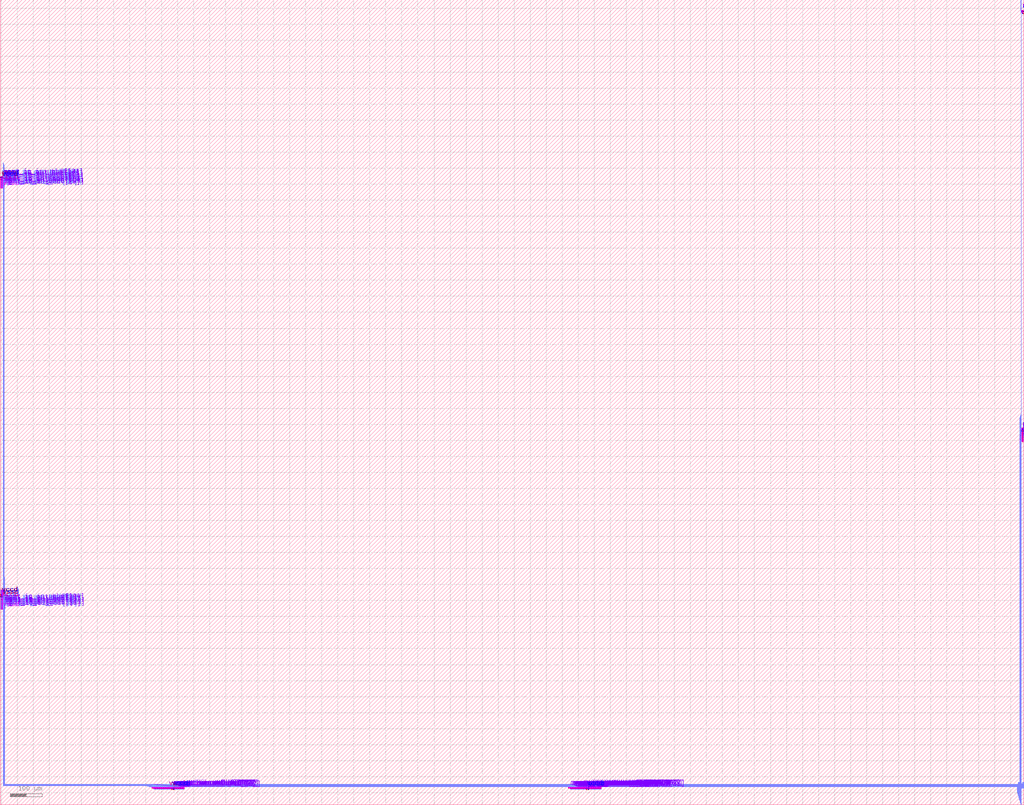
<source format=lef>
VERSION 5.7 ;
  NOWIREEXTENSIONATPIN ON ;
  DIVIDERCHAR "/" ;
  BUSBITCHARS "[]" ;
MACRO gpio_signal_buffering_alt
  CLASS BLOCK ;
  FOREIGN gpio_signal_buffering_alt ;
  ORIGIN -196.915 -1062.250 ;
  SIZE 3194.000 BY 2513.355 ;
  PIN mgmt_io_in_unbuf[13]
    DIRECTION INPUT ;
    USE SIGNAL ;
    ANTENNAGATEAREA 0.742500 ;
    PORT
      LAYER li1 ;
        RECT 3384.660 3540.800 3384.860 3542.390 ;
      LAYER mcon ;
        RECT 3384.690 3541.300 3384.860 3542.390 ;
      LAYER met1 ;
        RECT 3381.760 3542.085 3381.900 3575.605 ;
        RECT 3381.760 3541.765 3382.020 3542.085 ;
        RECT 3384.640 3541.240 3384.900 3542.450 ;
      LAYER via ;
        RECT 3381.760 3541.795 3382.020 3542.055 ;
        RECT 3384.640 3541.300 3384.900 3542.390 ;
      LAYER met2 ;
        RECT 3381.730 3541.935 3382.050 3542.055 ;
        RECT 3384.610 3541.935 3384.930 3542.390 ;
        RECT 3381.310 3541.795 3384.930 3541.935 ;
        RECT 3384.610 3541.300 3384.930 3541.795 ;
    END
  END mgmt_io_in_unbuf[13]
  PIN mgmt_io_out_buf[13]
    DIRECTION OUTPUT ;
    USE SIGNAL ;
    ANTENNADIFFAREA 1.782000 ;
    PORT
      LAYER li1 ;
        RECT 3386.560 3540.895 3388.770 3541.065 ;
        RECT 3387.410 3540.810 3388.290 3540.895 ;
        RECT 3387.410 3540.225 3387.580 3540.810 ;
        RECT 3386.560 3540.055 3387.580 3540.225 ;
        RECT 3387.410 3539.385 3387.580 3540.055 ;
        RECT 3386.560 3539.215 3387.580 3539.385 ;
        RECT 3387.410 3538.545 3387.580 3539.215 ;
        RECT 3386.560 3538.375 3387.580 3538.545 ;
        RECT 3388.120 3540.225 3388.290 3540.810 ;
        RECT 3388.120 3540.055 3388.770 3540.225 ;
        RECT 3388.120 3539.385 3388.290 3540.055 ;
        RECT 3388.120 3539.215 3388.770 3539.385 ;
        RECT 3388.120 3538.545 3388.290 3539.215 ;
        RECT 3388.120 3538.375 3388.770 3538.545 ;
      LAYER met1 ;
        RECT 3381.480 3541.115 3381.620 3574.605 ;
        RECT 3381.480 3540.795 3381.740 3541.115 ;
        RECT 3387.350 3540.760 3388.320 3541.020 ;
      LAYER via ;
        RECT 3381.480 3540.825 3381.740 3541.085 ;
        RECT 3387.410 3540.760 3388.260 3541.020 ;
      LAYER met2 ;
        RECT 3381.450 3540.965 3381.770 3541.085 ;
        RECT 3387.410 3540.965 3388.260 3541.050 ;
        RECT 3381.310 3540.825 3388.260 3540.965 ;
        RECT 3387.410 3540.730 3388.260 3540.825 ;
    END
  END mgmt_io_out_buf[13]
  PIN mgmt_io_in_unbuf[12]
    DIRECTION INPUT ;
    USE SIGNAL ;
    ANTENNAGATEAREA 0.742500 ;
    PORT
      LAYER li1 ;
        RECT 3384.660 2230.700 3384.860 2232.290 ;
      LAYER mcon ;
        RECT 3384.690 2231.200 3384.860 2232.290 ;
      LAYER met1 ;
        RECT 3381.200 2231.985 3381.340 2281.275 ;
        RECT 3381.200 2231.665 3381.460 2231.985 ;
        RECT 3384.640 2231.140 3384.900 2232.350 ;
      LAYER via ;
        RECT 3381.200 2231.695 3381.460 2231.955 ;
        RECT 3384.640 2231.200 3384.900 2232.290 ;
      LAYER met2 ;
        RECT 3381.170 2231.835 3381.490 2231.955 ;
        RECT 3384.610 2231.835 3384.930 2232.290 ;
        RECT 3377.950 2231.695 3384.930 2231.835 ;
        RECT 3384.610 2231.200 3384.930 2231.695 ;
    END
  END mgmt_io_in_unbuf[12]
  PIN mgmt_io_in_unbuf[11]
    DIRECTION INPUT ;
    USE SIGNAL ;
    ANTENNAGATEAREA 0.742500 ;
    PORT
      LAYER li1 ;
        RECT 3384.660 2224.720 3384.860 2226.310 ;
      LAYER mcon ;
        RECT 3384.690 2225.220 3384.860 2226.310 ;
      LAYER met1 ;
        RECT 3380.640 2226.005 3380.780 2279.275 ;
        RECT 3380.640 2225.685 3380.900 2226.005 ;
        RECT 3384.640 2225.160 3384.900 2226.370 ;
      LAYER via ;
        RECT 3380.640 2225.715 3380.900 2225.975 ;
        RECT 3384.640 2225.220 3384.900 2226.310 ;
      LAYER met2 ;
        RECT 3380.610 2225.855 3380.930 2225.975 ;
        RECT 3384.610 2225.855 3384.930 2226.310 ;
        RECT 3377.950 2225.715 3384.930 2225.855 ;
        RECT 3384.610 2225.220 3384.930 2225.715 ;
    END
  END mgmt_io_in_unbuf[11]
  PIN mgmt_io_in_unbuf[10]
    DIRECTION INPUT ;
    USE SIGNAL ;
    ANTENNAGATEAREA 0.742500 ;
    PORT
      LAYER li1 ;
        RECT 3384.660 2218.740 3384.860 2220.330 ;
      LAYER mcon ;
        RECT 3384.690 2219.240 3384.860 2220.330 ;
      LAYER met1 ;
        RECT 3380.080 2220.025 3380.220 2277.275 ;
        RECT 3380.080 2219.705 3380.340 2220.025 ;
        RECT 3384.640 2219.180 3384.900 2220.390 ;
      LAYER via ;
        RECT 3380.080 2219.735 3380.340 2219.995 ;
        RECT 3384.640 2219.240 3384.900 2220.330 ;
      LAYER met2 ;
        RECT 3380.050 2219.875 3380.370 2219.995 ;
        RECT 3384.610 2219.875 3384.930 2220.330 ;
        RECT 3377.950 2219.735 3384.930 2219.875 ;
        RECT 3384.610 2219.240 3384.930 2219.735 ;
    END
  END mgmt_io_in_unbuf[10]
  PIN mgmt_io_in_unbuf[9]
    DIRECTION INPUT ;
    USE SIGNAL ;
    ANTENNAGATEAREA 0.742500 ;
    PORT
      LAYER li1 ;
        RECT 3384.660 2212.760 3384.860 2214.350 ;
      LAYER mcon ;
        RECT 3384.690 2213.260 3384.860 2214.350 ;
      LAYER met1 ;
        RECT 3379.520 2214.045 3379.660 2275.275 ;
        RECT 3379.520 2213.725 3379.780 2214.045 ;
        RECT 3384.640 2213.200 3384.900 2214.410 ;
      LAYER via ;
        RECT 3379.520 2213.755 3379.780 2214.015 ;
        RECT 3384.640 2213.260 3384.900 2214.350 ;
      LAYER met2 ;
        RECT 3379.490 2213.895 3379.810 2214.015 ;
        RECT 3384.610 2213.895 3384.930 2214.350 ;
        RECT 3377.950 2213.755 3384.930 2213.895 ;
        RECT 3384.610 2213.260 3384.930 2213.755 ;
    END
  END mgmt_io_in_unbuf[9]
  PIN mgmt_io_in_unbuf[8]
    DIRECTION INPUT ;
    USE SIGNAL ;
    ANTENNAGATEAREA 0.742500 ;
    PORT
      LAYER li1 ;
        RECT 3384.660 2206.780 3384.860 2208.370 ;
      LAYER mcon ;
        RECT 3384.690 2207.280 3384.860 2208.370 ;
      LAYER met1 ;
        RECT 3378.960 2208.065 3379.100 2273.275 ;
        RECT 3378.960 2207.745 3379.220 2208.065 ;
        RECT 3384.640 2207.220 3384.900 2208.430 ;
      LAYER via ;
        RECT 3378.960 2207.775 3379.220 2208.035 ;
        RECT 3384.640 2207.280 3384.900 2208.370 ;
      LAYER met2 ;
        RECT 3378.930 2207.915 3379.250 2208.035 ;
        RECT 3384.610 2207.915 3384.930 2208.370 ;
        RECT 3377.950 2207.775 3384.930 2207.915 ;
        RECT 3384.610 2207.280 3384.930 2207.775 ;
    END
  END mgmt_io_in_unbuf[8]
  PIN mgmt_io_in_unbuf[7]
    DIRECTION INPUT ;
    USE SIGNAL ;
    ANTENNAGATEAREA 0.742500 ;
    PORT
      LAYER li1 ;
        RECT 3384.660 2200.800 3384.860 2202.390 ;
      LAYER mcon ;
        RECT 3384.690 2201.300 3384.860 2202.390 ;
      LAYER met1 ;
        RECT 3378.400 2202.085 3378.540 2271.275 ;
        RECT 3378.400 2201.765 3378.660 2202.085 ;
        RECT 3384.640 2201.240 3384.900 2202.450 ;
      LAYER via ;
        RECT 3378.400 2201.795 3378.660 2202.055 ;
        RECT 3384.640 2201.300 3384.900 2202.390 ;
      LAYER met2 ;
        RECT 3378.370 2201.935 3378.690 2202.055 ;
        RECT 3384.610 2201.935 3384.930 2202.390 ;
        RECT 3377.950 2201.795 3384.930 2201.935 ;
        RECT 3384.610 2201.300 3384.930 2201.795 ;
    END
  END mgmt_io_in_unbuf[7]
  PIN mgmt_io_out_buf[7]
    DIRECTION OUTPUT ;
    USE SIGNAL ;
    ANTENNADIFFAREA 1.782000 ;
    PORT
      LAYER li1 ;
        RECT 3386.560 2200.895 3388.770 2201.065 ;
        RECT 3387.410 2200.810 3388.290 2200.895 ;
        RECT 3387.410 2200.225 3387.580 2200.810 ;
        RECT 3386.560 2200.055 3387.580 2200.225 ;
        RECT 3387.410 2199.385 3387.580 2200.055 ;
        RECT 3386.560 2199.215 3387.580 2199.385 ;
        RECT 3387.410 2198.545 3387.580 2199.215 ;
        RECT 3386.560 2198.375 3387.580 2198.545 ;
        RECT 3388.120 2200.225 3388.290 2200.810 ;
        RECT 3388.120 2200.055 3388.770 2200.225 ;
        RECT 3388.120 2199.385 3388.290 2200.055 ;
        RECT 3388.120 2199.215 3388.770 2199.385 ;
        RECT 3388.120 2198.545 3388.290 2199.215 ;
        RECT 3388.120 2198.375 3388.770 2198.545 ;
      LAYER met1 ;
        RECT 3378.120 2201.115 3378.260 2270.275 ;
        RECT 3378.120 2200.795 3378.380 2201.115 ;
        RECT 3387.350 2200.760 3388.320 2201.020 ;
      LAYER via ;
        RECT 3378.120 2200.825 3378.380 2201.085 ;
        RECT 3387.410 2200.760 3388.260 2201.020 ;
      LAYER met2 ;
        RECT 3378.090 2200.965 3378.410 2201.085 ;
        RECT 3387.410 2200.965 3388.260 2201.050 ;
        RECT 3377.950 2200.825 3388.260 2200.965 ;
        RECT 3387.410 2200.730 3388.260 2200.825 ;
    END
  END mgmt_io_out_buf[7]
  PIN mgmt_io_out_buf[8]
    DIRECTION OUTPUT ;
    USE SIGNAL ;
    ANTENNADIFFAREA 1.782000 ;
    PORT
      LAYER li1 ;
        RECT 3386.560 2206.875 3388.770 2207.045 ;
        RECT 3387.410 2206.790 3388.290 2206.875 ;
        RECT 3387.410 2206.205 3387.580 2206.790 ;
        RECT 3386.560 2206.035 3387.580 2206.205 ;
        RECT 3387.410 2205.365 3387.580 2206.035 ;
        RECT 3386.560 2205.195 3387.580 2205.365 ;
        RECT 3387.410 2204.525 3387.580 2205.195 ;
        RECT 3386.560 2204.355 3387.580 2204.525 ;
        RECT 3388.120 2206.205 3388.290 2206.790 ;
        RECT 3388.120 2206.035 3388.770 2206.205 ;
        RECT 3388.120 2205.365 3388.290 2206.035 ;
        RECT 3388.120 2205.195 3388.770 2205.365 ;
        RECT 3388.120 2204.525 3388.290 2205.195 ;
        RECT 3388.120 2204.355 3388.770 2204.525 ;
      LAYER met1 ;
        RECT 3378.680 2207.095 3378.820 2272.275 ;
        RECT 3378.680 2206.775 3378.940 2207.095 ;
        RECT 3387.350 2206.740 3388.320 2207.000 ;
      LAYER via ;
        RECT 3378.680 2206.805 3378.940 2207.065 ;
        RECT 3387.410 2206.740 3388.260 2207.000 ;
      LAYER met2 ;
        RECT 3378.650 2206.945 3378.970 2207.065 ;
        RECT 3387.410 2206.945 3388.260 2207.030 ;
        RECT 3377.950 2206.805 3388.260 2206.945 ;
        RECT 3387.410 2206.710 3388.260 2206.805 ;
    END
  END mgmt_io_out_buf[8]
  PIN mgmt_io_out_buf[9]
    DIRECTION OUTPUT ;
    USE SIGNAL ;
    ANTENNADIFFAREA 1.782000 ;
    PORT
      LAYER li1 ;
        RECT 3386.560 2212.855 3388.770 2213.025 ;
        RECT 3387.410 2212.770 3388.290 2212.855 ;
        RECT 3387.410 2212.185 3387.580 2212.770 ;
        RECT 3386.560 2212.015 3387.580 2212.185 ;
        RECT 3387.410 2211.345 3387.580 2212.015 ;
        RECT 3386.560 2211.175 3387.580 2211.345 ;
        RECT 3387.410 2210.505 3387.580 2211.175 ;
        RECT 3386.560 2210.335 3387.580 2210.505 ;
        RECT 3388.120 2212.185 3388.290 2212.770 ;
        RECT 3388.120 2212.015 3388.770 2212.185 ;
        RECT 3388.120 2211.345 3388.290 2212.015 ;
        RECT 3388.120 2211.175 3388.770 2211.345 ;
        RECT 3388.120 2210.505 3388.290 2211.175 ;
        RECT 3388.120 2210.335 3388.770 2210.505 ;
      LAYER met1 ;
        RECT 3379.240 2213.075 3379.380 2274.275 ;
        RECT 3379.240 2212.755 3379.500 2213.075 ;
        RECT 3387.350 2212.720 3388.320 2212.980 ;
      LAYER via ;
        RECT 3379.240 2212.785 3379.500 2213.045 ;
        RECT 3387.410 2212.720 3388.260 2212.980 ;
      LAYER met2 ;
        RECT 3379.210 2212.925 3379.530 2213.045 ;
        RECT 3387.410 2212.925 3388.260 2213.010 ;
        RECT 3377.950 2212.785 3388.260 2212.925 ;
        RECT 3387.410 2212.690 3388.260 2212.785 ;
    END
  END mgmt_io_out_buf[9]
  PIN mgmt_io_out_buf[10]
    DIRECTION OUTPUT ;
    USE SIGNAL ;
    ANTENNADIFFAREA 1.782000 ;
    PORT
      LAYER li1 ;
        RECT 3386.560 2218.835 3388.770 2219.005 ;
        RECT 3387.410 2218.750 3388.290 2218.835 ;
        RECT 3387.410 2218.165 3387.580 2218.750 ;
        RECT 3386.560 2217.995 3387.580 2218.165 ;
        RECT 3387.410 2217.325 3387.580 2217.995 ;
        RECT 3386.560 2217.155 3387.580 2217.325 ;
        RECT 3387.410 2216.485 3387.580 2217.155 ;
        RECT 3386.560 2216.315 3387.580 2216.485 ;
        RECT 3388.120 2218.165 3388.290 2218.750 ;
        RECT 3388.120 2217.995 3388.770 2218.165 ;
        RECT 3388.120 2217.325 3388.290 2217.995 ;
        RECT 3388.120 2217.155 3388.770 2217.325 ;
        RECT 3388.120 2216.485 3388.290 2217.155 ;
        RECT 3388.120 2216.315 3388.770 2216.485 ;
      LAYER met1 ;
        RECT 3379.800 2219.055 3379.940 2276.275 ;
        RECT 3379.800 2218.735 3380.060 2219.055 ;
        RECT 3387.350 2218.700 3388.320 2218.960 ;
      LAYER via ;
        RECT 3379.800 2218.765 3380.060 2219.025 ;
        RECT 3387.410 2218.700 3388.260 2218.960 ;
      LAYER met2 ;
        RECT 3379.770 2218.905 3380.090 2219.025 ;
        RECT 3387.410 2218.905 3388.260 2218.990 ;
        RECT 3377.950 2218.765 3388.260 2218.905 ;
        RECT 3387.410 2218.670 3388.260 2218.765 ;
    END
  END mgmt_io_out_buf[10]
  PIN mgmt_io_out_buf[11]
    DIRECTION OUTPUT ;
    USE SIGNAL ;
    ANTENNADIFFAREA 1.782000 ;
    PORT
      LAYER li1 ;
        RECT 3386.560 2224.815 3388.770 2224.985 ;
        RECT 3387.410 2224.730 3388.290 2224.815 ;
        RECT 3387.410 2224.145 3387.580 2224.730 ;
        RECT 3386.560 2223.975 3387.580 2224.145 ;
        RECT 3387.410 2223.305 3387.580 2223.975 ;
        RECT 3386.560 2223.135 3387.580 2223.305 ;
        RECT 3387.410 2222.465 3387.580 2223.135 ;
        RECT 3386.560 2222.295 3387.580 2222.465 ;
        RECT 3388.120 2224.145 3388.290 2224.730 ;
        RECT 3388.120 2223.975 3388.770 2224.145 ;
        RECT 3388.120 2223.305 3388.290 2223.975 ;
        RECT 3388.120 2223.135 3388.770 2223.305 ;
        RECT 3388.120 2222.465 3388.290 2223.135 ;
        RECT 3388.120 2222.295 3388.770 2222.465 ;
      LAYER met1 ;
        RECT 3380.360 2225.035 3380.500 2278.275 ;
        RECT 3380.360 2224.715 3380.620 2225.035 ;
        RECT 3387.350 2224.680 3388.320 2224.940 ;
      LAYER via ;
        RECT 3380.360 2224.745 3380.620 2225.005 ;
        RECT 3387.410 2224.680 3388.260 2224.940 ;
      LAYER met2 ;
        RECT 3380.330 2224.885 3380.650 2225.005 ;
        RECT 3387.410 2224.885 3388.260 2224.970 ;
        RECT 3377.950 2224.745 3388.260 2224.885 ;
        RECT 3387.410 2224.650 3388.260 2224.745 ;
    END
  END mgmt_io_out_buf[11]
  PIN mgmt_io_out_buf[12]
    DIRECTION OUTPUT ;
    USE SIGNAL ;
    ANTENNADIFFAREA 1.782000 ;
    PORT
      LAYER li1 ;
        RECT 3386.560 2230.795 3388.770 2230.965 ;
        RECT 3387.410 2230.710 3388.290 2230.795 ;
        RECT 3387.410 2230.125 3387.580 2230.710 ;
        RECT 3386.560 2229.955 3387.580 2230.125 ;
        RECT 3387.410 2229.285 3387.580 2229.955 ;
        RECT 3386.560 2229.115 3387.580 2229.285 ;
        RECT 3387.410 2228.445 3387.580 2229.115 ;
        RECT 3386.560 2228.275 3387.580 2228.445 ;
        RECT 3388.120 2230.125 3388.290 2230.710 ;
        RECT 3388.120 2229.955 3388.770 2230.125 ;
        RECT 3388.120 2229.285 3388.290 2229.955 ;
        RECT 3388.120 2229.115 3388.770 2229.285 ;
        RECT 3388.120 2228.445 3388.290 2229.115 ;
        RECT 3388.120 2228.275 3388.770 2228.445 ;
      LAYER met1 ;
        RECT 3380.920 2231.015 3381.060 2280.275 ;
        RECT 3380.920 2230.695 3381.180 2231.015 ;
        RECT 3387.350 2230.660 3388.320 2230.920 ;
      LAYER via ;
        RECT 3380.920 2230.725 3381.180 2230.985 ;
        RECT 3387.410 2230.660 3388.260 2230.920 ;
      LAYER met2 ;
        RECT 3380.890 2230.865 3381.210 2230.985 ;
        RECT 3387.410 2230.865 3388.260 2230.950 ;
        RECT 3377.950 2230.725 3388.260 2230.865 ;
        RECT 3387.410 2230.630 3388.260 2230.725 ;
    END
  END mgmt_io_out_buf[12]
  PIN mgmt_io_out_unbuf[7]
    DIRECTION INPUT ;
    USE SIGNAL ;
    ANTENNAGATEAREA 0.742500 ;
    PORT
      LAYER li1 ;
        RECT 3387.750 2196.660 3387.950 2197.760 ;
      LAYER mcon ;
        RECT 3387.750 2196.670 3387.920 2197.760 ;
      LAYER met1 ;
        RECT 3378.140 2196.930 3378.400 2197.250 ;
        RECT 3378.260 1075.250 3378.400 2196.930 ;
        RECT 3387.700 2196.610 3387.960 2197.820 ;
      LAYER via ;
        RECT 3378.140 2196.960 3378.400 2197.220 ;
        RECT 3387.700 2196.670 3387.960 2197.760 ;
      LAYER met2 ;
        RECT 3378.110 2197.100 3378.430 2197.220 ;
        RECT 3387.670 2197.100 3387.990 2197.760 ;
        RECT 3377.950 2196.960 3387.990 2197.100 ;
        RECT 3387.670 2196.670 3387.990 2196.960 ;
    END
  END mgmt_io_out_unbuf[7]
  PIN mgmt_io_out_unbuf[8]
    DIRECTION INPUT ;
    USE SIGNAL ;
    ANTENNAGATEAREA 0.742500 ;
    PORT
      LAYER li1 ;
        RECT 3387.750 2202.640 3387.950 2203.740 ;
      LAYER mcon ;
        RECT 3387.750 2202.650 3387.920 2203.740 ;
      LAYER met1 ;
        RECT 3378.700 2202.910 3378.960 2203.230 ;
        RECT 3378.820 1073.250 3378.960 2202.910 ;
        RECT 3387.700 2202.590 3387.960 2203.800 ;
      LAYER via ;
        RECT 3378.700 2202.940 3378.960 2203.200 ;
        RECT 3387.700 2202.650 3387.960 2203.740 ;
      LAYER met2 ;
        RECT 3378.670 2203.080 3378.990 2203.200 ;
        RECT 3387.670 2203.080 3387.990 2203.740 ;
        RECT 3377.950 2202.940 3387.990 2203.080 ;
        RECT 3387.670 2202.650 3387.990 2202.940 ;
    END
  END mgmt_io_out_unbuf[8]
  PIN mgmt_io_out_unbuf[9]
    DIRECTION INPUT ;
    USE SIGNAL ;
    ANTENNAGATEAREA 0.742500 ;
    PORT
      LAYER li1 ;
        RECT 3387.750 2208.620 3387.950 2209.720 ;
      LAYER mcon ;
        RECT 3387.750 2208.630 3387.920 2209.720 ;
      LAYER met1 ;
        RECT 3379.260 2208.890 3379.520 2209.210 ;
        RECT 3379.380 1071.250 3379.520 2208.890 ;
        RECT 3387.700 2208.570 3387.960 2209.780 ;
      LAYER via ;
        RECT 3379.260 2208.920 3379.520 2209.180 ;
        RECT 3387.700 2208.630 3387.960 2209.720 ;
      LAYER met2 ;
        RECT 3379.230 2209.060 3379.550 2209.180 ;
        RECT 3387.670 2209.060 3387.990 2209.720 ;
        RECT 3377.950 2208.920 3387.990 2209.060 ;
        RECT 3387.670 2208.630 3387.990 2208.920 ;
    END
  END mgmt_io_out_unbuf[9]
  PIN mgmt_io_out_unbuf[10]
    DIRECTION INPUT ;
    USE SIGNAL ;
    ANTENNAGATEAREA 0.742500 ;
    PORT
      LAYER li1 ;
        RECT 3387.750 2214.600 3387.950 2215.700 ;
      LAYER mcon ;
        RECT 3387.750 2214.610 3387.920 2215.700 ;
      LAYER met1 ;
        RECT 3379.820 2214.870 3380.080 2215.190 ;
        RECT 3379.940 1069.250 3380.080 2214.870 ;
        RECT 3387.700 2214.550 3387.960 2215.760 ;
      LAYER via ;
        RECT 3379.820 2214.900 3380.080 2215.160 ;
        RECT 3387.700 2214.610 3387.960 2215.700 ;
      LAYER met2 ;
        RECT 3379.790 2215.040 3380.110 2215.160 ;
        RECT 3387.670 2215.040 3387.990 2215.700 ;
        RECT 3377.950 2214.900 3387.990 2215.040 ;
        RECT 3387.670 2214.610 3387.990 2214.900 ;
    END
  END mgmt_io_out_unbuf[10]
  PIN mgmt_io_out_unbuf[11]
    DIRECTION INPUT ;
    USE SIGNAL ;
    ANTENNAGATEAREA 0.742500 ;
    PORT
      LAYER li1 ;
        RECT 3387.750 2220.580 3387.950 2221.680 ;
      LAYER mcon ;
        RECT 3387.750 2220.590 3387.920 2221.680 ;
      LAYER met1 ;
        RECT 3380.380 2220.850 3380.640 2221.170 ;
        RECT 3380.500 1067.250 3380.640 2220.850 ;
        RECT 3387.700 2220.530 3387.960 2221.740 ;
      LAYER via ;
        RECT 3380.380 2220.880 3380.640 2221.140 ;
        RECT 3387.700 2220.590 3387.960 2221.680 ;
      LAYER met2 ;
        RECT 3380.350 2221.020 3380.670 2221.140 ;
        RECT 3387.670 2221.020 3387.990 2221.680 ;
        RECT 3377.950 2220.880 3387.990 2221.020 ;
        RECT 3387.670 2220.590 3387.990 2220.880 ;
    END
  END mgmt_io_out_unbuf[11]
  PIN mgmt_io_out_unbuf[12]
    DIRECTION INPUT ;
    USE SIGNAL ;
    ANTENNAGATEAREA 0.742500 ;
    PORT
      LAYER li1 ;
        RECT 3387.750 2226.560 3387.950 2227.660 ;
      LAYER mcon ;
        RECT 3387.750 2226.570 3387.920 2227.660 ;
      LAYER met1 ;
        RECT 3380.940 2226.830 3381.200 2227.150 ;
        RECT 3381.060 1065.250 3381.200 2226.830 ;
        RECT 3387.700 2226.510 3387.960 2227.720 ;
      LAYER via ;
        RECT 3380.940 2226.860 3381.200 2227.120 ;
        RECT 3387.700 2226.570 3387.960 2227.660 ;
      LAYER met2 ;
        RECT 3380.910 2227.000 3381.230 2227.120 ;
        RECT 3387.670 2227.000 3387.990 2227.660 ;
        RECT 3377.950 2226.860 3387.990 2227.000 ;
        RECT 3387.670 2226.570 3387.990 2226.860 ;
    END
  END mgmt_io_out_unbuf[12]
  PIN mgmt_io_out_unbuf[13]
    DIRECTION INPUT ;
    USE SIGNAL ;
    ANTENNAGATEAREA 0.742500 ;
    PORT
      LAYER li1 ;
        RECT 3387.750 2232.540 3387.950 2233.640 ;
      LAYER mcon ;
        RECT 3387.750 2232.550 3387.920 2233.640 ;
      LAYER met1 ;
        RECT 3381.500 2232.810 3381.760 2233.130 ;
        RECT 3381.620 1063.250 3381.760 2232.810 ;
        RECT 3387.700 2232.490 3387.960 2233.700 ;
      LAYER via ;
        RECT 3381.500 2232.840 3381.760 2233.100 ;
        RECT 3387.700 2232.550 3387.960 2233.640 ;
      LAYER met2 ;
        RECT 3381.470 2232.980 3381.790 2233.100 ;
        RECT 3387.670 2232.980 3387.990 2233.640 ;
        RECT 3377.950 2232.840 3387.990 2232.980 ;
        RECT 3387.670 2232.550 3387.990 2232.840 ;
    END
  END mgmt_io_out_unbuf[13]
  PIN mgmt_io_in_buf[13]
    DIRECTION OUTPUT ;
    USE SIGNAL ;
    ANTENNADIFFAREA 1.782000 ;
    PORT
      LAYER li1 ;
        RECT 3383.840 2235.895 3384.490 2236.065 ;
        RECT 3384.320 2235.225 3384.490 2235.895 ;
        RECT 3383.840 2235.055 3384.490 2235.225 ;
        RECT 3384.320 2234.385 3384.490 2235.055 ;
        RECT 3383.840 2234.215 3384.490 2234.385 ;
        RECT 3384.320 2233.630 3384.490 2234.215 ;
        RECT 3385.030 2235.895 3386.050 2236.065 ;
        RECT 3385.030 2235.225 3385.200 2235.895 ;
        RECT 3385.030 2235.055 3386.050 2235.225 ;
        RECT 3385.030 2234.385 3385.200 2235.055 ;
        RECT 3385.030 2234.215 3386.050 2234.385 ;
        RECT 3385.030 2233.630 3385.200 2234.215 ;
        RECT 3384.320 2233.545 3385.200 2233.630 ;
        RECT 3383.840 2233.375 3386.050 2233.545 ;
      LAYER mcon ;
        RECT 3384.350 2233.460 3385.200 2233.630 ;
      LAYER met1 ;
        RECT 3381.780 2233.430 3382.040 2233.750 ;
        RECT 3381.900 1062.250 3382.040 2233.430 ;
        RECT 3384.290 2233.410 3385.260 2233.670 ;
      LAYER via ;
        RECT 3381.780 2233.460 3382.040 2233.720 ;
        RECT 3384.350 2233.410 3385.200 2233.670 ;
      LAYER met2 ;
        RECT 3381.750 2233.600 3382.070 2233.720 ;
        RECT 3384.350 2233.600 3385.200 2233.700 ;
        RECT 3377.950 2233.460 3385.200 2233.600 ;
        RECT 3384.350 2233.380 3385.200 2233.460 ;
    END
  END mgmt_io_in_buf[13]
  PIN mgmt_io_in_buf[12]
    DIRECTION OUTPUT ;
    USE SIGNAL ;
    ANTENNADIFFAREA 1.782000 ;
    PORT
      LAYER li1 ;
        RECT 3383.840 2229.915 3384.490 2230.085 ;
        RECT 3384.320 2229.245 3384.490 2229.915 ;
        RECT 3383.840 2229.075 3384.490 2229.245 ;
        RECT 3384.320 2228.405 3384.490 2229.075 ;
        RECT 3383.840 2228.235 3384.490 2228.405 ;
        RECT 3384.320 2227.650 3384.490 2228.235 ;
        RECT 3385.030 2229.915 3386.050 2230.085 ;
        RECT 3385.030 2229.245 3385.200 2229.915 ;
        RECT 3385.030 2229.075 3386.050 2229.245 ;
        RECT 3385.030 2228.405 3385.200 2229.075 ;
        RECT 3385.030 2228.235 3386.050 2228.405 ;
        RECT 3385.030 2227.650 3385.200 2228.235 ;
        RECT 3384.320 2227.565 3385.200 2227.650 ;
        RECT 3383.840 2227.395 3386.050 2227.565 ;
      LAYER mcon ;
        RECT 3384.350 2227.480 3385.200 2227.650 ;
      LAYER met1 ;
        RECT 3381.220 2227.450 3381.480 2227.770 ;
        RECT 3381.340 1064.250 3381.480 2227.450 ;
        RECT 3384.290 2227.430 3385.260 2227.690 ;
      LAYER via ;
        RECT 3381.220 2227.480 3381.480 2227.740 ;
        RECT 3384.350 2227.430 3385.200 2227.690 ;
      LAYER met2 ;
        RECT 3381.190 2227.620 3381.510 2227.740 ;
        RECT 3384.350 2227.620 3385.200 2227.720 ;
        RECT 3377.950 2227.480 3385.200 2227.620 ;
        RECT 3384.350 2227.400 3385.200 2227.480 ;
    END
  END mgmt_io_in_buf[12]
  PIN mgmt_io_in_buf[11]
    DIRECTION OUTPUT ;
    USE SIGNAL ;
    ANTENNADIFFAREA 1.782000 ;
    PORT
      LAYER li1 ;
        RECT 3383.840 2223.935 3384.490 2224.105 ;
        RECT 3384.320 2223.265 3384.490 2223.935 ;
        RECT 3383.840 2223.095 3384.490 2223.265 ;
        RECT 3384.320 2222.425 3384.490 2223.095 ;
        RECT 3383.840 2222.255 3384.490 2222.425 ;
        RECT 3384.320 2221.670 3384.490 2222.255 ;
        RECT 3385.030 2223.935 3386.050 2224.105 ;
        RECT 3385.030 2223.265 3385.200 2223.935 ;
        RECT 3385.030 2223.095 3386.050 2223.265 ;
        RECT 3385.030 2222.425 3385.200 2223.095 ;
        RECT 3385.030 2222.255 3386.050 2222.425 ;
        RECT 3385.030 2221.670 3385.200 2222.255 ;
        RECT 3384.320 2221.585 3385.200 2221.670 ;
        RECT 3383.840 2221.415 3386.050 2221.585 ;
      LAYER mcon ;
        RECT 3384.350 2221.500 3385.200 2221.670 ;
      LAYER met1 ;
        RECT 3380.660 2221.470 3380.920 2221.790 ;
        RECT 3380.780 1066.250 3380.920 2221.470 ;
        RECT 3384.290 2221.450 3385.260 2221.710 ;
      LAYER via ;
        RECT 3380.660 2221.500 3380.920 2221.760 ;
        RECT 3384.350 2221.450 3385.200 2221.710 ;
      LAYER met2 ;
        RECT 3380.630 2221.640 3380.950 2221.760 ;
        RECT 3384.350 2221.640 3385.200 2221.740 ;
        RECT 3377.950 2221.500 3385.200 2221.640 ;
        RECT 3384.350 2221.420 3385.200 2221.500 ;
    END
  END mgmt_io_in_buf[11]
  PIN mgmt_io_in_buf[10]
    DIRECTION OUTPUT ;
    USE SIGNAL ;
    ANTENNADIFFAREA 1.782000 ;
    PORT
      LAYER li1 ;
        RECT 3383.840 2217.955 3384.490 2218.125 ;
        RECT 3384.320 2217.285 3384.490 2217.955 ;
        RECT 3383.840 2217.115 3384.490 2217.285 ;
        RECT 3384.320 2216.445 3384.490 2217.115 ;
        RECT 3383.840 2216.275 3384.490 2216.445 ;
        RECT 3384.320 2215.690 3384.490 2216.275 ;
        RECT 3385.030 2217.955 3386.050 2218.125 ;
        RECT 3385.030 2217.285 3385.200 2217.955 ;
        RECT 3385.030 2217.115 3386.050 2217.285 ;
        RECT 3385.030 2216.445 3385.200 2217.115 ;
        RECT 3385.030 2216.275 3386.050 2216.445 ;
        RECT 3385.030 2215.690 3385.200 2216.275 ;
        RECT 3384.320 2215.605 3385.200 2215.690 ;
        RECT 3383.840 2215.435 3386.050 2215.605 ;
      LAYER mcon ;
        RECT 3384.350 2215.520 3385.200 2215.690 ;
      LAYER met1 ;
        RECT 3380.100 2215.490 3380.360 2215.810 ;
        RECT 3380.220 1068.250 3380.360 2215.490 ;
        RECT 3384.290 2215.470 3385.260 2215.730 ;
      LAYER via ;
        RECT 3380.100 2215.520 3380.360 2215.780 ;
        RECT 3384.350 2215.470 3385.200 2215.730 ;
      LAYER met2 ;
        RECT 3380.070 2215.660 3380.390 2215.780 ;
        RECT 3384.350 2215.660 3385.200 2215.760 ;
        RECT 3377.950 2215.520 3385.200 2215.660 ;
        RECT 3384.350 2215.440 3385.200 2215.520 ;
    END
  END mgmt_io_in_buf[10]
  PIN mgmt_io_in_buf[9]
    DIRECTION OUTPUT ;
    USE SIGNAL ;
    ANTENNADIFFAREA 1.782000 ;
    PORT
      LAYER li1 ;
        RECT 3383.840 2211.975 3384.490 2212.145 ;
        RECT 3384.320 2211.305 3384.490 2211.975 ;
        RECT 3383.840 2211.135 3384.490 2211.305 ;
        RECT 3384.320 2210.465 3384.490 2211.135 ;
        RECT 3383.840 2210.295 3384.490 2210.465 ;
        RECT 3384.320 2209.710 3384.490 2210.295 ;
        RECT 3385.030 2211.975 3386.050 2212.145 ;
        RECT 3385.030 2211.305 3385.200 2211.975 ;
        RECT 3385.030 2211.135 3386.050 2211.305 ;
        RECT 3385.030 2210.465 3385.200 2211.135 ;
        RECT 3385.030 2210.295 3386.050 2210.465 ;
        RECT 3385.030 2209.710 3385.200 2210.295 ;
        RECT 3384.320 2209.625 3385.200 2209.710 ;
        RECT 3383.840 2209.455 3386.050 2209.625 ;
      LAYER mcon ;
        RECT 3384.350 2209.540 3385.200 2209.710 ;
      LAYER met1 ;
        RECT 3379.540 2209.510 3379.800 2209.830 ;
        RECT 3379.660 1070.250 3379.800 2209.510 ;
        RECT 3384.290 2209.490 3385.260 2209.750 ;
      LAYER via ;
        RECT 3379.540 2209.540 3379.800 2209.800 ;
        RECT 3384.350 2209.490 3385.200 2209.750 ;
      LAYER met2 ;
        RECT 3379.510 2209.680 3379.830 2209.800 ;
        RECT 3384.350 2209.680 3385.200 2209.780 ;
        RECT 3377.950 2209.540 3385.200 2209.680 ;
        RECT 3384.350 2209.460 3385.200 2209.540 ;
    END
  END mgmt_io_in_buf[9]
  PIN mgmt_io_in_buf[8]
    DIRECTION OUTPUT ;
    USE SIGNAL ;
    ANTENNADIFFAREA 1.782000 ;
    PORT
      LAYER li1 ;
        RECT 3383.840 2205.995 3384.490 2206.165 ;
        RECT 3384.320 2205.325 3384.490 2205.995 ;
        RECT 3383.840 2205.155 3384.490 2205.325 ;
        RECT 3384.320 2204.485 3384.490 2205.155 ;
        RECT 3383.840 2204.315 3384.490 2204.485 ;
        RECT 3384.320 2203.730 3384.490 2204.315 ;
        RECT 3385.030 2205.995 3386.050 2206.165 ;
        RECT 3385.030 2205.325 3385.200 2205.995 ;
        RECT 3385.030 2205.155 3386.050 2205.325 ;
        RECT 3385.030 2204.485 3385.200 2205.155 ;
        RECT 3385.030 2204.315 3386.050 2204.485 ;
        RECT 3385.030 2203.730 3385.200 2204.315 ;
        RECT 3384.320 2203.645 3385.200 2203.730 ;
        RECT 3383.840 2203.475 3386.050 2203.645 ;
      LAYER mcon ;
        RECT 3384.350 2203.560 3385.200 2203.730 ;
      LAYER met1 ;
        RECT 3378.980 2203.530 3379.240 2203.850 ;
        RECT 3379.100 1072.250 3379.240 2203.530 ;
        RECT 3384.290 2203.510 3385.260 2203.770 ;
      LAYER via ;
        RECT 3378.980 2203.560 3379.240 2203.820 ;
        RECT 3384.350 2203.510 3385.200 2203.770 ;
      LAYER met2 ;
        RECT 3378.950 2203.700 3379.270 2203.820 ;
        RECT 3384.350 2203.700 3385.200 2203.800 ;
        RECT 3377.950 2203.560 3385.200 2203.700 ;
        RECT 3384.350 2203.480 3385.200 2203.560 ;
    END
  END mgmt_io_in_buf[8]
  PIN mgmt_io_in_buf[7]
    DIRECTION OUTPUT ;
    USE SIGNAL ;
    ANTENNADIFFAREA 1.782000 ;
    PORT
      LAYER li1 ;
        RECT 3383.840 2200.015 3384.490 2200.185 ;
        RECT 3384.320 2199.345 3384.490 2200.015 ;
        RECT 3383.840 2199.175 3384.490 2199.345 ;
        RECT 3384.320 2198.505 3384.490 2199.175 ;
        RECT 3383.840 2198.335 3384.490 2198.505 ;
        RECT 3384.320 2197.750 3384.490 2198.335 ;
        RECT 3385.030 2200.015 3386.050 2200.185 ;
        RECT 3385.030 2199.345 3385.200 2200.015 ;
        RECT 3385.030 2199.175 3386.050 2199.345 ;
        RECT 3385.030 2198.505 3385.200 2199.175 ;
        RECT 3385.030 2198.335 3386.050 2198.505 ;
        RECT 3385.030 2197.750 3385.200 2198.335 ;
        RECT 3384.320 2197.665 3385.200 2197.750 ;
        RECT 3383.840 2197.495 3386.050 2197.665 ;
      LAYER mcon ;
        RECT 3384.350 2197.580 3385.200 2197.750 ;
      LAYER met1 ;
        RECT 3378.420 2197.550 3378.680 2197.870 ;
        RECT 3378.540 1074.250 3378.680 2197.550 ;
        RECT 3384.290 2197.530 3385.260 2197.790 ;
      LAYER via ;
        RECT 3378.420 2197.580 3378.680 2197.840 ;
        RECT 3384.350 2197.530 3385.200 2197.790 ;
      LAYER met2 ;
        RECT 3378.390 2197.720 3378.710 2197.840 ;
        RECT 3384.350 2197.720 3385.200 2197.820 ;
        RECT 3377.950 2197.580 3385.200 2197.720 ;
        RECT 3384.350 2197.500 3385.200 2197.580 ;
    END
  END mgmt_io_in_buf[7]
  PIN mgmt_io_out_buf[24]
    DIRECTION OUTPUT ;
    USE SIGNAL ;
    ANTENNADIFFAREA 1.782000 ;
    PORT
      LAYER li1 ;
        RECT 199.025 3022.465 201.235 3022.635 ;
        RECT 199.505 3022.380 200.385 3022.465 ;
        RECT 199.505 3021.795 199.675 3022.380 ;
        RECT 199.025 3021.625 199.675 3021.795 ;
        RECT 199.505 3020.955 199.675 3021.625 ;
        RECT 199.025 3020.785 199.675 3020.955 ;
        RECT 199.505 3020.115 199.675 3020.785 ;
        RECT 199.025 3019.945 199.675 3020.115 ;
        RECT 200.215 3021.795 200.385 3022.380 ;
        RECT 200.215 3021.625 201.235 3021.795 ;
        RECT 200.215 3020.955 200.385 3021.625 ;
        RECT 200.215 3020.785 201.235 3020.955 ;
        RECT 200.215 3020.115 200.385 3020.785 ;
        RECT 200.215 3019.945 201.235 3020.115 ;
      LAYER mcon ;
        RECT 199.535 3022.380 200.385 3022.550 ;
      LAYER met1 ;
        RECT 206.295 3022.685 206.435 3066.780 ;
        RECT 199.475 3022.330 200.445 3022.590 ;
        RECT 206.175 3022.365 206.435 3022.685 ;
      LAYER via ;
        RECT 199.535 3022.330 200.385 3022.590 ;
        RECT 206.175 3022.395 206.435 3022.655 ;
      LAYER met2 ;
        RECT 199.535 3022.535 200.385 3022.620 ;
        RECT 206.145 3022.535 206.465 3022.655 ;
        RECT 199.535 3022.395 209.300 3022.535 ;
        RECT 199.535 3022.300 200.385 3022.395 ;
    END
  END mgmt_io_out_buf[24]
  PIN mgmt_io_out_buf[25]
    DIRECTION OUTPUT ;
    USE SIGNAL ;
    ANTENNADIFFAREA 1.782000 ;
    PORT
      LAYER li1 ;
        RECT 199.025 3016.485 201.235 3016.655 ;
        RECT 199.505 3016.400 200.385 3016.485 ;
        RECT 199.505 3015.815 199.675 3016.400 ;
        RECT 199.025 3015.645 199.675 3015.815 ;
        RECT 199.505 3014.975 199.675 3015.645 ;
        RECT 199.025 3014.805 199.675 3014.975 ;
        RECT 199.505 3014.135 199.675 3014.805 ;
        RECT 199.025 3013.965 199.675 3014.135 ;
        RECT 200.215 3015.815 200.385 3016.400 ;
        RECT 200.215 3015.645 201.235 3015.815 ;
        RECT 200.215 3014.975 200.385 3015.645 ;
        RECT 200.215 3014.805 201.235 3014.975 ;
        RECT 200.215 3014.135 200.385 3014.805 ;
        RECT 200.215 3013.965 201.235 3014.135 ;
      LAYER mcon ;
        RECT 199.535 3016.400 200.385 3016.570 ;
      LAYER met1 ;
        RECT 206.855 3016.705 206.995 3064.780 ;
        RECT 199.475 3016.350 200.445 3016.610 ;
        RECT 206.735 3016.385 206.995 3016.705 ;
      LAYER via ;
        RECT 199.535 3016.350 200.385 3016.610 ;
        RECT 206.735 3016.415 206.995 3016.675 ;
      LAYER met2 ;
        RECT 199.535 3016.555 200.385 3016.640 ;
        RECT 206.705 3016.555 207.025 3016.675 ;
        RECT 199.535 3016.415 209.300 3016.555 ;
        RECT 199.535 3016.320 200.385 3016.415 ;
    END
  END mgmt_io_out_buf[25]
  PIN mgmt_io_out_buf[26]
    DIRECTION OUTPUT ;
    USE SIGNAL ;
    ANTENNADIFFAREA 1.782000 ;
    PORT
      LAYER li1 ;
        RECT 199.025 3010.505 201.235 3010.675 ;
        RECT 199.505 3010.420 200.385 3010.505 ;
        RECT 199.505 3009.835 199.675 3010.420 ;
        RECT 199.025 3009.665 199.675 3009.835 ;
        RECT 199.505 3008.995 199.675 3009.665 ;
        RECT 199.025 3008.825 199.675 3008.995 ;
        RECT 199.505 3008.155 199.675 3008.825 ;
        RECT 199.025 3007.985 199.675 3008.155 ;
        RECT 200.215 3009.835 200.385 3010.420 ;
        RECT 200.215 3009.665 201.235 3009.835 ;
        RECT 200.215 3008.995 200.385 3009.665 ;
        RECT 200.215 3008.825 201.235 3008.995 ;
        RECT 200.215 3008.155 200.385 3008.825 ;
        RECT 200.215 3007.985 201.235 3008.155 ;
      LAYER mcon ;
        RECT 199.535 3010.420 200.385 3010.590 ;
      LAYER met1 ;
        RECT 207.415 3010.725 207.555 3062.780 ;
        RECT 199.475 3010.370 200.445 3010.630 ;
        RECT 207.295 3010.405 207.555 3010.725 ;
      LAYER via ;
        RECT 199.535 3010.370 200.385 3010.630 ;
        RECT 207.295 3010.435 207.555 3010.695 ;
      LAYER met2 ;
        RECT 199.535 3010.575 200.385 3010.660 ;
        RECT 207.265 3010.575 207.585 3010.695 ;
        RECT 199.535 3010.435 209.300 3010.575 ;
        RECT 199.535 3010.340 200.385 3010.435 ;
    END
  END mgmt_io_out_buf[26]
  PIN mgmt_io_out_buf[27]
    DIRECTION OUTPUT ;
    USE SIGNAL ;
    ANTENNADIFFAREA 1.782000 ;
    PORT
      LAYER li1 ;
        RECT 199.025 3004.525 201.235 3004.695 ;
        RECT 199.505 3004.440 200.385 3004.525 ;
        RECT 199.505 3003.855 199.675 3004.440 ;
        RECT 199.025 3003.685 199.675 3003.855 ;
        RECT 199.505 3003.015 199.675 3003.685 ;
        RECT 199.025 3002.845 199.675 3003.015 ;
        RECT 199.505 3002.175 199.675 3002.845 ;
        RECT 199.025 3002.005 199.675 3002.175 ;
        RECT 200.215 3003.855 200.385 3004.440 ;
        RECT 200.215 3003.685 201.235 3003.855 ;
        RECT 200.215 3003.015 200.385 3003.685 ;
        RECT 200.215 3002.845 201.235 3003.015 ;
        RECT 200.215 3002.175 200.385 3002.845 ;
        RECT 200.215 3002.005 201.235 3002.175 ;
      LAYER mcon ;
        RECT 199.535 3004.440 200.385 3004.610 ;
      LAYER met1 ;
        RECT 207.975 3004.745 208.115 3060.780 ;
        RECT 199.475 3004.390 200.445 3004.650 ;
        RECT 207.855 3004.425 208.115 3004.745 ;
      LAYER via ;
        RECT 199.535 3004.390 200.385 3004.650 ;
        RECT 207.855 3004.455 208.115 3004.715 ;
      LAYER met2 ;
        RECT 199.535 3004.595 200.385 3004.680 ;
        RECT 207.825 3004.595 208.145 3004.715 ;
        RECT 199.535 3004.455 209.300 3004.595 ;
        RECT 199.535 3004.360 200.385 3004.455 ;
    END
  END mgmt_io_out_buf[27]
  PIN mgmt_io_out_buf[28]
    DIRECTION OUTPUT ;
    USE SIGNAL ;
    ANTENNADIFFAREA 1.782000 ;
    PORT
      LAYER li1 ;
        RECT 199.025 2998.545 201.235 2998.715 ;
        RECT 199.505 2998.460 200.385 2998.545 ;
        RECT 199.505 2997.875 199.675 2998.460 ;
        RECT 199.025 2997.705 199.675 2997.875 ;
        RECT 199.505 2997.035 199.675 2997.705 ;
        RECT 199.025 2996.865 199.675 2997.035 ;
        RECT 199.505 2996.195 199.675 2996.865 ;
        RECT 199.025 2996.025 199.675 2996.195 ;
        RECT 200.215 2997.875 200.385 2998.460 ;
        RECT 200.215 2997.705 201.235 2997.875 ;
        RECT 200.215 2997.035 200.385 2997.705 ;
        RECT 200.215 2996.865 201.235 2997.035 ;
        RECT 200.215 2996.195 200.385 2996.865 ;
        RECT 200.215 2996.025 201.235 2996.195 ;
      LAYER mcon ;
        RECT 199.535 2998.460 200.385 2998.630 ;
      LAYER met1 ;
        RECT 208.535 2998.765 208.675 3058.780 ;
        RECT 199.475 2998.410 200.445 2998.670 ;
        RECT 208.415 2998.445 208.675 2998.765 ;
      LAYER via ;
        RECT 199.535 2998.410 200.385 2998.670 ;
        RECT 208.415 2998.475 208.675 2998.735 ;
      LAYER met2 ;
        RECT 199.535 2998.615 200.385 2998.700 ;
        RECT 208.385 2998.615 208.705 2998.735 ;
        RECT 199.535 2998.475 209.300 2998.615 ;
        RECT 199.535 2998.380 200.385 2998.475 ;
    END
  END mgmt_io_out_buf[28]
  PIN mgmt_io_out_buf[29]
    DIRECTION OUTPUT ;
    USE SIGNAL ;
    ANTENNADIFFAREA 1.782000 ;
    PORT
      LAYER li1 ;
        RECT 199.025 2992.565 201.235 2992.735 ;
        RECT 199.505 2992.480 200.385 2992.565 ;
        RECT 199.505 2991.895 199.675 2992.480 ;
        RECT 199.025 2991.725 199.675 2991.895 ;
        RECT 199.505 2991.055 199.675 2991.725 ;
        RECT 199.025 2990.885 199.675 2991.055 ;
        RECT 199.505 2990.215 199.675 2990.885 ;
        RECT 199.025 2990.045 199.675 2990.215 ;
        RECT 200.215 2991.895 200.385 2992.480 ;
        RECT 200.215 2991.725 201.235 2991.895 ;
        RECT 200.215 2991.055 200.385 2991.725 ;
        RECT 200.215 2990.885 201.235 2991.055 ;
        RECT 200.215 2990.215 200.385 2990.885 ;
        RECT 200.215 2990.045 201.235 2990.215 ;
      LAYER mcon ;
        RECT 199.535 2992.480 200.385 2992.650 ;
      LAYER met1 ;
        RECT 209.095 2992.785 209.235 3056.780 ;
        RECT 199.475 2992.430 200.445 2992.690 ;
        RECT 208.975 2992.465 209.235 2992.785 ;
      LAYER via ;
        RECT 199.535 2992.430 200.385 2992.690 ;
        RECT 208.975 2992.495 209.235 2992.755 ;
      LAYER met2 ;
        RECT 199.535 2992.635 200.385 2992.720 ;
        RECT 208.945 2992.635 209.265 2992.755 ;
        RECT 199.535 2992.495 209.300 2992.635 ;
        RECT 199.535 2992.400 200.385 2992.495 ;
    END
  END mgmt_io_out_buf[29]
  PIN mgmt_io_in_unbuf[29]
    DIRECTION INPUT ;
    USE SIGNAL ;
    ANTENNAGATEAREA 0.742500 ;
    PORT
      LAYER li1 ;
        RECT 202.935 2992.470 203.135 2994.060 ;
      LAYER mcon ;
        RECT 202.935 2992.970 203.105 2994.060 ;
      LAYER met1 ;
        RECT 202.895 2992.910 203.155 2994.120 ;
        RECT 208.815 2993.755 208.955 3057.780 ;
        RECT 208.695 2993.435 208.955 2993.755 ;
      LAYER via ;
        RECT 202.895 2992.970 203.155 2994.060 ;
        RECT 208.695 2993.465 208.955 2993.725 ;
      LAYER met2 ;
        RECT 202.865 2993.605 203.185 2994.060 ;
        RECT 208.665 2993.605 208.985 2993.725 ;
        RECT 202.865 2993.465 209.300 2993.605 ;
        RECT 202.865 2992.970 203.185 2993.465 ;
    END
  END mgmt_io_in_unbuf[29]
  PIN mgmt_io_in_unbuf[28]
    DIRECTION INPUT ;
    USE SIGNAL ;
    ANTENNAGATEAREA 0.742500 ;
    PORT
      LAYER li1 ;
        RECT 202.935 2998.450 203.135 3000.040 ;
      LAYER mcon ;
        RECT 202.935 2998.950 203.105 3000.040 ;
      LAYER met1 ;
        RECT 202.895 2998.890 203.155 3000.100 ;
        RECT 208.255 2999.735 208.395 3059.780 ;
        RECT 208.135 2999.415 208.395 2999.735 ;
      LAYER via ;
        RECT 202.895 2998.950 203.155 3000.040 ;
        RECT 208.135 2999.445 208.395 2999.705 ;
      LAYER met2 ;
        RECT 202.865 2999.585 203.185 3000.040 ;
        RECT 208.105 2999.585 208.425 2999.705 ;
        RECT 202.865 2999.445 209.300 2999.585 ;
        RECT 202.865 2998.950 203.185 2999.445 ;
    END
  END mgmt_io_in_unbuf[28]
  PIN mgmt_io_in_unbuf[27]
    DIRECTION INPUT ;
    USE SIGNAL ;
    ANTENNAGATEAREA 0.742500 ;
    PORT
      LAYER li1 ;
        RECT 202.935 3004.430 203.135 3006.020 ;
      LAYER mcon ;
        RECT 202.935 3004.930 203.105 3006.020 ;
      LAYER met1 ;
        RECT 202.895 3004.870 203.155 3006.080 ;
        RECT 207.695 3005.715 207.835 3061.780 ;
        RECT 207.575 3005.395 207.835 3005.715 ;
      LAYER via ;
        RECT 202.895 3004.930 203.155 3006.020 ;
        RECT 207.575 3005.425 207.835 3005.685 ;
      LAYER met2 ;
        RECT 202.865 3005.565 203.185 3006.020 ;
        RECT 207.545 3005.565 207.865 3005.685 ;
        RECT 202.865 3005.425 209.300 3005.565 ;
        RECT 202.865 3004.930 203.185 3005.425 ;
    END
  END mgmt_io_in_unbuf[27]
  PIN mgmt_io_in_unbuf[26]
    DIRECTION INPUT ;
    USE SIGNAL ;
    ANTENNAGATEAREA 0.742500 ;
    PORT
      LAYER li1 ;
        RECT 202.935 3010.410 203.135 3012.000 ;
      LAYER mcon ;
        RECT 202.935 3010.910 203.105 3012.000 ;
      LAYER met1 ;
        RECT 202.895 3010.850 203.155 3012.060 ;
        RECT 207.135 3011.695 207.275 3063.780 ;
        RECT 207.015 3011.375 207.275 3011.695 ;
      LAYER via ;
        RECT 202.895 3010.910 203.155 3012.000 ;
        RECT 207.015 3011.405 207.275 3011.665 ;
      LAYER met2 ;
        RECT 202.865 3011.545 203.185 3012.000 ;
        RECT 206.985 3011.545 207.305 3011.665 ;
        RECT 202.865 3011.405 209.300 3011.545 ;
        RECT 202.865 3010.910 203.185 3011.405 ;
    END
  END mgmt_io_in_unbuf[26]
  PIN mgmt_io_in_unbuf[25]
    DIRECTION INPUT ;
    USE SIGNAL ;
    ANTENNAGATEAREA 0.742500 ;
    PORT
      LAYER li1 ;
        RECT 202.935 3016.390 203.135 3017.980 ;
      LAYER mcon ;
        RECT 202.935 3016.890 203.105 3017.980 ;
      LAYER met1 ;
        RECT 202.895 3016.830 203.155 3018.040 ;
        RECT 206.575 3017.675 206.715 3065.780 ;
        RECT 206.455 3017.355 206.715 3017.675 ;
      LAYER via ;
        RECT 202.895 3016.890 203.155 3017.980 ;
        RECT 206.455 3017.385 206.715 3017.645 ;
      LAYER met2 ;
        RECT 202.865 3017.525 203.185 3017.980 ;
        RECT 206.425 3017.525 206.745 3017.645 ;
        RECT 202.865 3017.385 209.300 3017.525 ;
        RECT 202.865 3016.890 203.185 3017.385 ;
    END
  END mgmt_io_in_unbuf[25]
  PIN mgmt_io_in_unbuf[24]
    DIRECTION INPUT ;
    USE SIGNAL ;
    ANTENNAGATEAREA 0.742500 ;
    PORT
      LAYER li1 ;
        RECT 202.935 3022.370 203.135 3023.960 ;
      LAYER mcon ;
        RECT 202.935 3022.870 203.105 3023.960 ;
      LAYER met1 ;
        RECT 202.895 3022.810 203.155 3024.020 ;
        RECT 206.015 3023.655 206.155 3067.780 ;
        RECT 205.895 3023.335 206.155 3023.655 ;
      LAYER via ;
        RECT 202.895 3022.870 203.155 3023.960 ;
        RECT 205.895 3023.365 206.155 3023.625 ;
      LAYER met2 ;
        RECT 202.865 3023.505 203.185 3023.960 ;
        RECT 205.865 3023.505 206.185 3023.625 ;
        RECT 202.865 3023.365 209.300 3023.505 ;
        RECT 202.865 3022.870 203.185 3023.365 ;
    END
  END mgmt_io_in_unbuf[24]
  PIN mgmt_io_out_buf[30]
    DIRECTION OUTPUT ;
    USE SIGNAL ;
    ANTENNADIFFAREA 1.782000 ;
    PORT
      LAYER li1 ;
        RECT 199.135 1695.680 201.345 1695.850 ;
        RECT 199.615 1695.595 200.495 1695.680 ;
        RECT 199.615 1695.010 199.785 1695.595 ;
        RECT 199.135 1694.840 199.785 1695.010 ;
        RECT 199.615 1694.170 199.785 1694.840 ;
        RECT 199.135 1694.000 199.785 1694.170 ;
        RECT 199.615 1693.330 199.785 1694.000 ;
        RECT 199.135 1693.160 199.785 1693.330 ;
        RECT 200.325 1695.010 200.495 1695.595 ;
        RECT 200.325 1694.840 201.345 1695.010 ;
        RECT 200.325 1694.170 200.495 1694.840 ;
        RECT 200.325 1694.000 201.345 1694.170 ;
        RECT 200.325 1693.330 200.495 1694.000 ;
        RECT 200.325 1693.160 201.345 1693.330 ;
      LAYER mcon ;
        RECT 199.645 1695.595 200.495 1695.765 ;
      LAYER met1 ;
        RECT 209.515 1695.900 209.655 1772.650 ;
        RECT 199.585 1695.545 200.555 1695.805 ;
        RECT 209.395 1695.580 209.655 1695.900 ;
      LAYER via ;
        RECT 199.645 1695.545 200.495 1695.805 ;
        RECT 209.395 1695.610 209.655 1695.870 ;
      LAYER met2 ;
        RECT 199.645 1695.750 200.495 1695.835 ;
        RECT 209.365 1695.750 209.685 1695.870 ;
        RECT 199.645 1695.610 211.440 1695.750 ;
        RECT 199.645 1695.515 200.495 1695.610 ;
    END
  END mgmt_io_out_buf[30]
  PIN mgmt_io_out_buf[31]
    DIRECTION OUTPUT ;
    USE SIGNAL ;
    ANTENNADIFFAREA 1.782000 ;
    PORT
      LAYER li1 ;
        RECT 199.135 1689.700 201.345 1689.870 ;
        RECT 199.615 1689.615 200.495 1689.700 ;
        RECT 199.615 1689.030 199.785 1689.615 ;
        RECT 199.135 1688.860 199.785 1689.030 ;
        RECT 199.615 1688.190 199.785 1688.860 ;
        RECT 199.135 1688.020 199.785 1688.190 ;
        RECT 199.615 1687.350 199.785 1688.020 ;
        RECT 199.135 1687.180 199.785 1687.350 ;
        RECT 200.325 1689.030 200.495 1689.615 ;
        RECT 200.325 1688.860 201.345 1689.030 ;
        RECT 200.325 1688.190 200.495 1688.860 ;
        RECT 200.325 1688.020 201.345 1688.190 ;
        RECT 200.325 1687.350 200.495 1688.020 ;
        RECT 200.325 1687.180 201.345 1687.350 ;
      LAYER mcon ;
        RECT 199.645 1689.615 200.495 1689.785 ;
      LAYER met1 ;
        RECT 210.075 1689.920 210.215 1770.650 ;
        RECT 199.585 1689.565 200.555 1689.825 ;
        RECT 209.955 1689.600 210.215 1689.920 ;
      LAYER via ;
        RECT 199.645 1689.565 200.495 1689.825 ;
        RECT 209.955 1689.630 210.215 1689.890 ;
      LAYER met2 ;
        RECT 199.645 1689.770 200.495 1689.855 ;
        RECT 209.925 1689.770 210.245 1689.890 ;
        RECT 199.645 1689.630 211.440 1689.770 ;
        RECT 199.645 1689.535 200.495 1689.630 ;
    END
  END mgmt_io_out_buf[31]
  PIN mgmt_io_out_buf[32]
    DIRECTION OUTPUT ;
    USE SIGNAL ;
    ANTENNADIFFAREA 1.782000 ;
    PORT
      LAYER li1 ;
        RECT 199.135 1683.720 201.345 1683.890 ;
        RECT 199.615 1683.635 200.495 1683.720 ;
        RECT 199.615 1683.050 199.785 1683.635 ;
        RECT 199.135 1682.880 199.785 1683.050 ;
        RECT 199.615 1682.210 199.785 1682.880 ;
        RECT 199.135 1682.040 199.785 1682.210 ;
        RECT 199.615 1681.370 199.785 1682.040 ;
        RECT 199.135 1681.200 199.785 1681.370 ;
        RECT 200.325 1683.050 200.495 1683.635 ;
        RECT 200.325 1682.880 201.345 1683.050 ;
        RECT 200.325 1682.210 200.495 1682.880 ;
        RECT 200.325 1682.040 201.345 1682.210 ;
        RECT 200.325 1681.370 200.495 1682.040 ;
        RECT 200.325 1681.200 201.345 1681.370 ;
      LAYER mcon ;
        RECT 199.645 1683.635 200.495 1683.805 ;
      LAYER met1 ;
        RECT 210.635 1683.940 210.775 1768.650 ;
        RECT 199.585 1683.585 200.555 1683.845 ;
        RECT 210.515 1683.620 210.775 1683.940 ;
      LAYER via ;
        RECT 199.645 1683.585 200.495 1683.845 ;
        RECT 210.515 1683.650 210.775 1683.910 ;
      LAYER met2 ;
        RECT 199.645 1683.790 200.495 1683.875 ;
        RECT 210.485 1683.790 210.805 1683.910 ;
        RECT 199.645 1683.650 211.440 1683.790 ;
        RECT 199.645 1683.555 200.495 1683.650 ;
    END
  END mgmt_io_out_buf[32]
  PIN mgmt_io_out_buf[33]
    DIRECTION OUTPUT ;
    USE SIGNAL ;
    ANTENNADIFFAREA 1.782000 ;
    PORT
      LAYER li1 ;
        RECT 199.135 1677.740 201.345 1677.910 ;
        RECT 199.615 1677.655 200.495 1677.740 ;
        RECT 199.615 1677.070 199.785 1677.655 ;
        RECT 199.135 1676.900 199.785 1677.070 ;
        RECT 199.615 1676.230 199.785 1676.900 ;
        RECT 199.135 1676.060 199.785 1676.230 ;
        RECT 199.615 1675.390 199.785 1676.060 ;
        RECT 199.135 1675.220 199.785 1675.390 ;
        RECT 200.325 1677.070 200.495 1677.655 ;
        RECT 200.325 1676.900 201.345 1677.070 ;
        RECT 200.325 1676.230 200.495 1676.900 ;
        RECT 200.325 1676.060 201.345 1676.230 ;
        RECT 200.325 1675.390 200.495 1676.060 ;
        RECT 200.325 1675.220 201.345 1675.390 ;
      LAYER mcon ;
        RECT 199.645 1677.655 200.495 1677.825 ;
      LAYER met1 ;
        RECT 211.195 1677.960 211.335 1766.650 ;
        RECT 199.585 1677.605 200.555 1677.865 ;
        RECT 211.075 1677.640 211.335 1677.960 ;
      LAYER via ;
        RECT 199.645 1677.605 200.495 1677.865 ;
        RECT 211.075 1677.670 211.335 1677.930 ;
      LAYER met2 ;
        RECT 199.645 1677.810 200.495 1677.895 ;
        RECT 211.045 1677.810 211.365 1677.930 ;
        RECT 199.645 1677.670 211.440 1677.810 ;
        RECT 199.645 1677.575 200.495 1677.670 ;
    END
  END mgmt_io_out_buf[33]
  PIN mgmt_io_in_unbuf[33]
    DIRECTION INPUT ;
    USE SIGNAL ;
    ANTENNAGATEAREA 0.742500 ;
    PORT
      LAYER li1 ;
        RECT 203.045 1677.645 203.245 1679.235 ;
      LAYER mcon ;
        RECT 203.045 1678.145 203.215 1679.235 ;
      LAYER met1 ;
        RECT 203.005 1678.085 203.265 1679.295 ;
        RECT 210.915 1678.930 211.055 1767.650 ;
        RECT 210.795 1678.610 211.055 1678.930 ;
      LAYER via ;
        RECT 203.005 1678.145 203.265 1679.235 ;
        RECT 210.795 1678.640 211.055 1678.900 ;
      LAYER met2 ;
        RECT 202.975 1678.780 203.295 1679.235 ;
        RECT 210.765 1678.780 211.085 1678.900 ;
        RECT 202.975 1678.640 211.440 1678.780 ;
        RECT 202.975 1678.145 203.295 1678.640 ;
    END
  END mgmt_io_in_unbuf[33]
  PIN mgmt_io_in_unbuf[32]
    DIRECTION INPUT ;
    USE SIGNAL ;
    ANTENNAGATEAREA 0.742500 ;
    PORT
      LAYER li1 ;
        RECT 203.045 1683.625 203.245 1685.215 ;
      LAYER mcon ;
        RECT 203.045 1684.125 203.215 1685.215 ;
      LAYER met1 ;
        RECT 203.005 1684.065 203.265 1685.275 ;
        RECT 210.355 1684.790 210.495 1769.650 ;
        RECT 210.235 1684.470 210.495 1684.790 ;
      LAYER via ;
        RECT 203.005 1684.125 203.265 1685.215 ;
        RECT 210.235 1684.500 210.495 1684.760 ;
      LAYER met2 ;
        RECT 202.975 1684.760 203.295 1685.215 ;
        RECT 202.975 1684.620 211.440 1684.760 ;
        RECT 202.975 1684.125 203.295 1684.620 ;
        RECT 210.205 1684.500 210.525 1684.620 ;
    END
  END mgmt_io_in_unbuf[32]
  PIN mgmt_io_in_unbuf[31]
    DIRECTION INPUT ;
    USE SIGNAL ;
    ANTENNAGATEAREA 0.742500 ;
    PORT
      LAYER li1 ;
        RECT 203.045 1689.605 203.245 1691.195 ;
      LAYER mcon ;
        RECT 203.045 1690.105 203.215 1691.195 ;
      LAYER met1 ;
        RECT 203.005 1690.045 203.265 1691.255 ;
        RECT 209.795 1690.890 209.935 1771.650 ;
        RECT 209.675 1690.570 209.935 1690.890 ;
      LAYER via ;
        RECT 203.005 1690.105 203.265 1691.195 ;
        RECT 209.675 1690.600 209.935 1690.860 ;
      LAYER met2 ;
        RECT 202.975 1690.740 203.295 1691.195 ;
        RECT 209.645 1690.740 209.965 1690.860 ;
        RECT 202.975 1690.600 211.440 1690.740 ;
        RECT 202.975 1690.105 203.295 1690.600 ;
    END
  END mgmt_io_in_unbuf[31]
  PIN mgmt_io_in_unbuf[30]
    DIRECTION INPUT ;
    USE SIGNAL ;
    ANTENNAGATEAREA 0.742500 ;
    PORT
      LAYER li1 ;
        RECT 203.045 1695.585 203.245 1697.175 ;
      LAYER mcon ;
        RECT 203.045 1696.085 203.215 1697.175 ;
      LAYER met1 ;
        RECT 203.005 1696.025 203.265 1697.235 ;
        RECT 209.235 1696.870 209.375 1773.650 ;
        RECT 209.115 1696.550 209.375 1696.870 ;
      LAYER via ;
        RECT 203.005 1696.085 203.265 1697.175 ;
        RECT 209.115 1696.580 209.375 1696.840 ;
      LAYER met2 ;
        RECT 202.975 1696.720 203.295 1697.175 ;
        RECT 209.085 1696.720 209.405 1696.840 ;
        RECT 202.975 1696.580 211.440 1696.720 ;
        RECT 202.975 1696.085 203.295 1696.580 ;
    END
  END mgmt_io_in_unbuf[30]
  PIN mgmt_io_out_buf[34]
    DIRECTION OUTPUT ;
    USE SIGNAL ;
    ANTENNADIFFAREA 1.782000 ;
    PORT
      LAYER li1 ;
        RECT 736.215 1116.390 736.385 1116.870 ;
        RECT 737.055 1116.390 737.225 1116.870 ;
        RECT 737.895 1116.390 738.065 1116.870 ;
        RECT 738.735 1116.390 738.905 1116.870 ;
        RECT 736.215 1116.220 738.905 1116.390 ;
        RECT 736.215 1115.680 736.470 1116.220 ;
        RECT 736.215 1115.510 738.905 1115.680 ;
        RECT 736.215 1114.660 736.385 1115.510 ;
        RECT 737.055 1114.660 737.225 1115.510 ;
        RECT 737.895 1114.660 738.065 1115.510 ;
        RECT 738.735 1114.660 738.905 1115.510 ;
      LAYER mcon ;
        RECT 736.300 1115.510 736.470 1116.360 ;
      LAYER met1 ;
        RECT 736.270 1120.980 736.590 1121.100 ;
        RECT 655.615 1120.840 736.590 1120.980 ;
        RECT 736.250 1115.450 736.510 1116.420 ;
      LAYER via ;
        RECT 736.300 1120.840 736.560 1121.100 ;
        RECT 736.250 1115.510 736.510 1116.360 ;
      LAYER met2 ;
        RECT 736.300 1121.130 736.440 1126.825 ;
        RECT 736.300 1120.810 736.560 1121.130 ;
        RECT 736.300 1116.360 736.440 1120.810 ;
        RECT 736.220 1115.510 736.540 1116.360 ;
    END
  END mgmt_io_out_buf[34]
  PIN mgmt_io_out_buf[35]
    DIRECTION OUTPUT ;
    USE SIGNAL ;
    ANTENNADIFFAREA 1.782000 ;
    PORT
      LAYER li1 ;
        RECT 742.195 1116.390 742.365 1116.870 ;
        RECT 743.035 1116.390 743.205 1116.870 ;
        RECT 743.875 1116.390 744.045 1116.870 ;
        RECT 744.715 1116.390 744.885 1116.870 ;
        RECT 742.195 1116.220 744.885 1116.390 ;
        RECT 742.195 1115.680 742.450 1116.220 ;
        RECT 742.195 1115.510 744.885 1115.680 ;
        RECT 742.195 1114.660 742.365 1115.510 ;
        RECT 743.035 1114.660 743.205 1115.510 ;
        RECT 743.875 1114.660 744.045 1115.510 ;
        RECT 744.715 1114.660 744.885 1115.510 ;
      LAYER mcon ;
        RECT 742.280 1115.510 742.450 1116.360 ;
      LAYER met1 ;
        RECT 742.250 1120.420 742.570 1120.540 ;
        RECT 657.615 1120.280 742.570 1120.420 ;
        RECT 742.230 1115.450 742.490 1116.420 ;
      LAYER via ;
        RECT 742.280 1120.280 742.540 1120.540 ;
        RECT 742.230 1115.510 742.490 1116.360 ;
      LAYER met2 ;
        RECT 742.280 1120.570 742.420 1126.825 ;
        RECT 742.280 1120.250 742.540 1120.570 ;
        RECT 742.280 1116.360 742.420 1120.250 ;
        RECT 742.200 1115.510 742.520 1116.360 ;
    END
  END mgmt_io_out_buf[35]
  PIN mgmt_io_out_buf[36]
    DIRECTION OUTPUT ;
    USE SIGNAL ;
    ANTENNADIFFAREA 1.782000 ;
    PORT
      LAYER li1 ;
        RECT 748.175 1116.390 748.345 1116.870 ;
        RECT 749.015 1116.390 749.185 1116.870 ;
        RECT 749.855 1116.390 750.025 1116.870 ;
        RECT 750.695 1116.390 750.865 1116.870 ;
        RECT 748.175 1116.220 750.865 1116.390 ;
        RECT 748.175 1115.680 748.430 1116.220 ;
        RECT 748.175 1115.510 750.865 1115.680 ;
        RECT 748.175 1114.660 748.345 1115.510 ;
        RECT 749.015 1114.660 749.185 1115.510 ;
        RECT 749.855 1114.660 750.025 1115.510 ;
        RECT 750.695 1114.660 750.865 1115.510 ;
      LAYER mcon ;
        RECT 748.260 1115.510 748.430 1116.360 ;
      LAYER met1 ;
        RECT 748.230 1119.860 748.550 1119.980 ;
        RECT 659.615 1119.720 748.550 1119.860 ;
        RECT 748.210 1115.450 748.470 1116.420 ;
      LAYER via ;
        RECT 748.260 1119.720 748.520 1119.980 ;
        RECT 748.210 1115.510 748.470 1116.360 ;
      LAYER met2 ;
        RECT 748.260 1120.010 748.400 1126.825 ;
        RECT 748.260 1119.690 748.520 1120.010 ;
        RECT 748.260 1116.360 748.400 1119.690 ;
        RECT 748.180 1115.510 748.500 1116.360 ;
    END
  END mgmt_io_out_buf[36]
  PIN mgmt_io_out_buf[37]
    DIRECTION OUTPUT ;
    USE SIGNAL ;
    ANTENNADIFFAREA 1.782000 ;
    PORT
      LAYER li1 ;
        RECT 754.155 1116.390 754.325 1116.870 ;
        RECT 754.995 1116.390 755.165 1116.870 ;
        RECT 755.835 1116.390 756.005 1116.870 ;
        RECT 756.675 1116.390 756.845 1116.870 ;
        RECT 754.155 1116.220 756.845 1116.390 ;
        RECT 754.155 1115.680 754.410 1116.220 ;
        RECT 754.155 1115.510 756.845 1115.680 ;
        RECT 754.155 1114.660 754.325 1115.510 ;
        RECT 754.995 1114.660 755.165 1115.510 ;
        RECT 755.835 1114.660 756.005 1115.510 ;
        RECT 756.675 1114.660 756.845 1115.510 ;
      LAYER mcon ;
        RECT 754.240 1115.510 754.410 1116.360 ;
      LAYER met1 ;
        RECT 754.210 1119.300 754.530 1119.420 ;
        RECT 661.615 1119.160 754.530 1119.300 ;
        RECT 754.190 1115.450 754.450 1116.420 ;
      LAYER via ;
        RECT 754.240 1119.160 754.500 1119.420 ;
        RECT 754.190 1115.510 754.450 1116.360 ;
      LAYER met2 ;
        RECT 754.240 1119.450 754.380 1126.825 ;
        RECT 754.240 1119.130 754.500 1119.450 ;
        RECT 754.240 1116.360 754.380 1119.130 ;
        RECT 754.160 1115.510 754.480 1116.360 ;
    END
  END mgmt_io_out_buf[37]
  PIN mgmt_io_in_unbuf[37]
    DIRECTION INPUT ;
    USE SIGNAL ;
    ANTENNAGATEAREA 0.742500 ;
    PORT
      LAYER li1 ;
        RECT 759.300 1112.760 760.400 1112.960 ;
      LAYER mcon ;
        RECT 759.310 1112.790 760.400 1112.960 ;
      LAYER met1 ;
        RECT 759.570 1119.020 759.890 1119.140 ;
        RECT 662.615 1118.880 759.890 1119.020 ;
        RECT 759.250 1112.750 760.460 1113.010 ;
      LAYER via ;
        RECT 759.600 1118.880 759.860 1119.140 ;
        RECT 759.310 1112.750 760.400 1113.010 ;
      LAYER met2 ;
        RECT 759.600 1119.170 759.740 1126.825 ;
        RECT 759.600 1118.850 759.860 1119.170 ;
        RECT 759.600 1113.040 759.740 1118.850 ;
        RECT 759.310 1112.720 760.400 1113.040 ;
    END
  END mgmt_io_in_unbuf[37]
  PIN mgmt_io_in_unbuf[36]
    DIRECTION INPUT ;
    USE SIGNAL ;
    ANTENNAGATEAREA 0.742500 ;
    PORT
      LAYER li1 ;
        RECT 753.320 1112.760 754.420 1112.960 ;
      LAYER mcon ;
        RECT 753.330 1112.790 754.420 1112.960 ;
      LAYER met1 ;
        RECT 753.590 1119.580 753.910 1119.700 ;
        RECT 660.615 1119.440 753.910 1119.580 ;
        RECT 753.270 1112.750 754.480 1113.010 ;
      LAYER via ;
        RECT 753.620 1119.440 753.880 1119.700 ;
        RECT 753.330 1112.750 754.420 1113.010 ;
      LAYER met2 ;
        RECT 753.620 1119.730 753.760 1126.825 ;
        RECT 753.620 1119.410 753.880 1119.730 ;
        RECT 753.620 1113.040 753.760 1119.410 ;
        RECT 753.330 1112.720 754.420 1113.040 ;
    END
  END mgmt_io_in_unbuf[36]
  PIN mgmt_io_in_unbuf[35]
    DIRECTION INPUT ;
    USE SIGNAL ;
    ANTENNAGATEAREA 0.742500 ;
    PORT
      LAYER li1 ;
        RECT 747.340 1112.760 748.440 1112.960 ;
      LAYER mcon ;
        RECT 747.350 1112.790 748.440 1112.960 ;
      LAYER met1 ;
        RECT 747.610 1120.140 747.930 1120.260 ;
        RECT 658.615 1120.000 747.930 1120.140 ;
        RECT 747.290 1112.750 748.500 1113.010 ;
      LAYER via ;
        RECT 747.640 1120.000 747.900 1120.260 ;
        RECT 747.350 1112.750 748.440 1113.010 ;
      LAYER met2 ;
        RECT 747.640 1120.290 747.780 1126.825 ;
        RECT 747.640 1119.970 747.900 1120.290 ;
        RECT 747.640 1113.040 747.780 1119.970 ;
        RECT 747.350 1112.720 748.440 1113.040 ;
    END
  END mgmt_io_in_unbuf[35]
  PIN mgmt_io_in_unbuf[34]
    DIRECTION INPUT ;
    USE SIGNAL ;
    ANTENNAGATEAREA 0.742500 ;
    PORT
      LAYER li1 ;
        RECT 741.360 1112.760 742.460 1112.960 ;
      LAYER mcon ;
        RECT 741.370 1112.790 742.460 1112.960 ;
      LAYER met1 ;
        RECT 741.630 1120.700 741.950 1120.820 ;
        RECT 656.615 1120.560 741.950 1120.700 ;
        RECT 741.310 1112.750 742.520 1113.010 ;
      LAYER via ;
        RECT 741.660 1120.560 741.920 1120.820 ;
        RECT 741.370 1112.750 742.460 1113.010 ;
      LAYER met2 ;
        RECT 741.660 1120.850 741.800 1126.825 ;
        RECT 741.660 1120.530 741.920 1120.850 ;
        RECT 741.660 1113.040 741.800 1120.530 ;
        RECT 741.370 1112.720 742.460 1113.040 ;
    END
  END mgmt_io_in_unbuf[34]
  PIN mgmt_io_oeb_buf[35]
    DIRECTION OUTPUT ;
    USE SIGNAL ;
    ANTENNADIFFAREA 1.782000 ;
    PORT
      LAYER li1 ;
        RECT 760.135 1116.390 760.305 1116.870 ;
        RECT 760.975 1116.390 761.145 1116.870 ;
        RECT 761.815 1116.390 761.985 1116.870 ;
        RECT 762.655 1116.390 762.825 1116.870 ;
        RECT 760.135 1116.220 762.825 1116.390 ;
        RECT 760.135 1115.680 760.390 1116.220 ;
        RECT 760.135 1115.510 762.825 1115.680 ;
        RECT 760.135 1114.660 760.305 1115.510 ;
        RECT 760.975 1114.660 761.145 1115.510 ;
        RECT 761.815 1114.660 761.985 1115.510 ;
        RECT 762.655 1114.660 762.825 1115.510 ;
      LAYER mcon ;
        RECT 760.220 1115.510 760.390 1116.360 ;
      LAYER met1 ;
        RECT 760.190 1118.740 760.510 1118.860 ;
        RECT 663.615 1118.600 760.510 1118.740 ;
        RECT 760.170 1115.450 760.430 1116.420 ;
      LAYER via ;
        RECT 760.220 1118.600 760.480 1118.860 ;
        RECT 760.170 1115.510 760.430 1116.360 ;
      LAYER met2 ;
        RECT 760.220 1118.890 760.360 1126.825 ;
        RECT 760.220 1118.570 760.480 1118.890 ;
        RECT 760.220 1116.360 760.360 1118.570 ;
        RECT 760.140 1115.510 760.460 1116.360 ;
    END
  END mgmt_io_oeb_buf[35]
  PIN mgmt_io_oeb_buf[36]
    DIRECTION OUTPUT ;
    USE SIGNAL ;
    ANTENNADIFFAREA 1.782000 ;
    PORT
      LAYER li1 ;
        RECT 766.115 1113.300 766.285 1114.150 ;
        RECT 766.955 1113.300 767.125 1114.150 ;
        RECT 767.795 1113.300 767.965 1114.150 ;
        RECT 768.635 1113.300 768.805 1114.150 ;
        RECT 766.115 1113.130 768.805 1113.300 ;
        RECT 766.115 1112.590 766.370 1113.130 ;
        RECT 766.115 1112.420 768.805 1112.590 ;
        RECT 766.115 1111.940 766.285 1112.420 ;
        RECT 766.955 1111.940 767.125 1112.420 ;
        RECT 767.795 1111.940 767.965 1112.420 ;
        RECT 768.635 1111.940 768.805 1112.420 ;
      LAYER mcon ;
        RECT 766.200 1112.450 766.370 1113.300 ;
      LAYER met1 ;
        RECT 765.550 1118.460 765.870 1118.580 ;
        RECT 664.615 1118.320 765.870 1118.460 ;
        RECT 766.160 1112.390 766.420 1113.360 ;
      LAYER via ;
        RECT 765.580 1118.320 765.840 1118.580 ;
        RECT 766.160 1112.450 766.420 1113.300 ;
      LAYER met2 ;
        RECT 765.580 1118.610 765.720 1126.825 ;
        RECT 765.580 1118.290 765.840 1118.610 ;
        RECT 765.580 1114.240 765.720 1118.290 ;
        RECT 765.580 1114.100 766.355 1114.240 ;
        RECT 766.215 1113.300 766.355 1114.100 ;
        RECT 766.130 1112.450 766.450 1113.300 ;
    END
  END mgmt_io_oeb_buf[36]
  PIN mgmt_io_oeb_buf[37]
    DIRECTION OUTPUT ;
    USE SIGNAL ;
    ANTENNADIFFAREA 1.782000 ;
    PORT
      LAYER li1 ;
        RECT 766.115 1116.390 766.285 1116.870 ;
        RECT 766.955 1116.390 767.125 1116.870 ;
        RECT 767.795 1116.390 767.965 1116.870 ;
        RECT 768.635 1116.390 768.805 1116.870 ;
        RECT 766.115 1116.220 768.805 1116.390 ;
        RECT 766.115 1115.680 766.370 1116.220 ;
        RECT 766.115 1115.510 768.805 1115.680 ;
        RECT 766.115 1114.660 766.285 1115.510 ;
        RECT 766.955 1114.660 767.125 1115.510 ;
        RECT 767.795 1114.660 767.965 1115.510 ;
        RECT 768.635 1114.660 768.805 1115.510 ;
      LAYER mcon ;
        RECT 766.200 1115.510 766.370 1116.360 ;
      LAYER met1 ;
        RECT 766.170 1118.180 766.490 1118.300 ;
        RECT 665.615 1118.040 766.490 1118.180 ;
        RECT 766.150 1115.450 766.410 1116.420 ;
      LAYER via ;
        RECT 766.200 1118.040 766.460 1118.300 ;
        RECT 766.150 1115.510 766.410 1116.360 ;
      LAYER met2 ;
        RECT 766.200 1118.330 766.340 1126.825 ;
        RECT 766.200 1118.010 766.460 1118.330 ;
        RECT 766.200 1116.360 766.340 1118.010 ;
        RECT 766.120 1115.510 766.440 1116.360 ;
    END
  END mgmt_io_oeb_buf[37]
  PIN mgmt_io_oeb_unbuf[37]
    DIRECTION INPUT ;
    USE SIGNAL ;
    ANTENNAGATEAREA 0.742500 ;
    PORT
      LAYER li1 ;
        RECT 2069.420 1115.850 2071.010 1116.050 ;
      LAYER mcon ;
        RECT 2069.920 1115.850 2071.010 1116.020 ;
      LAYER met1 ;
        RECT 2070.385 1118.320 3369.440 1118.460 ;
        RECT 2070.385 1118.200 2070.705 1118.320 ;
        RECT 2069.860 1115.810 2071.070 1116.070 ;
        RECT 3369.300 1105.250 3369.440 1118.320 ;
      LAYER via ;
        RECT 2070.415 1118.200 2070.675 1118.460 ;
        RECT 2069.920 1115.810 2071.010 1116.070 ;
      LAYER met2 ;
        RECT 2070.415 1118.490 2070.555 1126.965 ;
        RECT 2070.415 1118.170 2070.675 1118.490 ;
        RECT 2070.415 1116.100 2070.555 1118.170 ;
        RECT 2069.920 1115.780 2071.010 1116.100 ;
    END
  END mgmt_io_oeb_unbuf[37]
  PIN mgmt_io_oeb_unbuf[36]
    DIRECTION INPUT ;
    USE SIGNAL ;
    ANTENNAGATEAREA 0.742500 ;
    PORT
      LAYER li1 ;
        RECT 2069.420 1112.760 2070.520 1112.960 ;
      LAYER mcon ;
        RECT 2069.420 1112.790 2070.510 1112.960 ;
      LAYER met1 ;
        RECT 2069.415 1118.600 3369.720 1118.740 ;
        RECT 2069.415 1118.480 2069.735 1118.600 ;
        RECT 2069.360 1112.750 2070.570 1113.010 ;
        RECT 3369.580 1104.250 3369.720 1118.600 ;
      LAYER via ;
        RECT 2069.445 1118.480 2069.705 1118.740 ;
        RECT 2069.420 1112.750 2070.510 1113.010 ;
      LAYER met2 ;
        RECT 2069.445 1118.770 2069.585 1126.965 ;
        RECT 2069.445 1118.450 2069.705 1118.770 ;
        RECT 2069.445 1114.170 2069.585 1118.450 ;
        RECT 2069.445 1114.030 2070.220 1114.170 ;
        RECT 2070.080 1113.040 2070.220 1114.030 ;
        RECT 2069.420 1112.720 2070.510 1113.040 ;
    END
  END mgmt_io_oeb_unbuf[36]
  PIN mgmt_io_oeb_unbuf[35]
    DIRECTION INPUT ;
    USE SIGNAL ;
    ANTENNAGATEAREA 0.742500 ;
    PORT
      LAYER li1 ;
        RECT 2063.440 1115.850 2065.030 1116.050 ;
      LAYER mcon ;
        RECT 2063.940 1115.850 2065.030 1116.020 ;
      LAYER met1 ;
        RECT 2064.285 1118.880 3370.000 1119.020 ;
        RECT 2064.285 1118.760 2064.605 1118.880 ;
        RECT 2063.880 1115.810 2065.090 1116.070 ;
        RECT 3369.860 1103.250 3370.000 1118.880 ;
      LAYER via ;
        RECT 2064.315 1118.760 2064.575 1119.020 ;
        RECT 2063.940 1115.810 2065.030 1116.070 ;
      LAYER met2 ;
        RECT 2064.435 1119.050 2064.575 1126.965 ;
        RECT 2064.315 1118.730 2064.575 1119.050 ;
        RECT 2064.435 1116.100 2064.575 1118.730 ;
        RECT 2063.940 1115.780 2065.030 1116.100 ;
    END
  END mgmt_io_oeb_unbuf[35]
  PIN mgmt_io_in_buf[37]
    DIRECTION OUTPUT ;
    USE SIGNAL ;
    ANTENNADIFFAREA 1.782000 ;
    PORT
      LAYER li1 ;
        RECT 2061.015 1113.300 2061.185 1114.150 ;
        RECT 2061.855 1113.300 2062.025 1114.150 ;
        RECT 2062.695 1113.300 2062.865 1114.150 ;
        RECT 2063.535 1113.300 2063.705 1114.150 ;
        RECT 2061.015 1113.130 2063.705 1113.300 ;
        RECT 2063.450 1112.590 2063.705 1113.130 ;
        RECT 2061.015 1112.420 2063.705 1112.590 ;
        RECT 2061.015 1111.940 2061.185 1112.420 ;
        RECT 2061.855 1111.940 2062.025 1112.420 ;
        RECT 2062.695 1111.940 2062.865 1112.420 ;
        RECT 2063.535 1111.940 2063.705 1112.420 ;
      LAYER mcon ;
        RECT 2063.450 1112.450 2063.620 1113.300 ;
      LAYER met1 ;
        RECT 2063.435 1119.160 3370.280 1119.300 ;
        RECT 2063.435 1119.040 2063.755 1119.160 ;
        RECT 2063.400 1112.390 2063.660 1113.360 ;
        RECT 3370.140 1102.250 3370.280 1119.160 ;
      LAYER via ;
        RECT 2063.465 1119.040 2063.725 1119.300 ;
        RECT 2063.400 1112.450 2063.660 1113.300 ;
      LAYER met2 ;
        RECT 2063.465 1119.330 2063.605 1126.965 ;
        RECT 2063.465 1119.010 2063.725 1119.330 ;
        RECT 2063.465 1113.300 2063.605 1119.010 ;
        RECT 2063.370 1112.450 2063.690 1113.300 ;
    END
  END mgmt_io_in_buf[37]
  PIN mgmt_io_in_buf[36]
    DIRECTION OUTPUT ;
    USE SIGNAL ;
    ANTENNADIFFAREA 1.782000 ;
    PORT
      LAYER li1 ;
        RECT 2055.035 1113.300 2055.205 1114.150 ;
        RECT 2055.875 1113.300 2056.045 1114.150 ;
        RECT 2056.715 1113.300 2056.885 1114.150 ;
        RECT 2057.555 1113.300 2057.725 1114.150 ;
        RECT 2055.035 1113.130 2057.725 1113.300 ;
        RECT 2057.470 1112.590 2057.725 1113.130 ;
        RECT 2055.035 1112.420 2057.725 1112.590 ;
        RECT 2055.035 1111.940 2055.205 1112.420 ;
        RECT 2055.875 1111.940 2056.045 1112.420 ;
        RECT 2056.715 1111.940 2056.885 1112.420 ;
        RECT 2057.555 1111.940 2057.725 1112.420 ;
      LAYER mcon ;
        RECT 2057.470 1112.450 2057.640 1113.300 ;
      LAYER met1 ;
        RECT 2057.455 1119.720 3370.840 1119.860 ;
        RECT 2057.455 1119.600 2057.775 1119.720 ;
        RECT 2057.420 1112.390 2057.680 1113.360 ;
        RECT 3370.700 1100.250 3370.840 1119.720 ;
      LAYER via ;
        RECT 2057.485 1119.600 2057.745 1119.860 ;
        RECT 2057.420 1112.450 2057.680 1113.300 ;
      LAYER met2 ;
        RECT 2057.485 1119.890 2057.625 1126.965 ;
        RECT 2057.485 1119.570 2057.745 1119.890 ;
        RECT 2057.485 1113.300 2057.625 1119.570 ;
        RECT 2057.390 1112.450 2057.710 1113.300 ;
    END
  END mgmt_io_in_buf[36]
  PIN mgmt_io_in_buf[35]
    DIRECTION OUTPUT ;
    USE SIGNAL ;
    ANTENNADIFFAREA 1.782000 ;
    PORT
      LAYER li1 ;
        RECT 2049.055 1113.300 2049.225 1114.150 ;
        RECT 2049.895 1113.300 2050.065 1114.150 ;
        RECT 2050.735 1113.300 2050.905 1114.150 ;
        RECT 2051.575 1113.300 2051.745 1114.150 ;
        RECT 2049.055 1113.130 2051.745 1113.300 ;
        RECT 2051.490 1112.590 2051.745 1113.130 ;
        RECT 2049.055 1112.420 2051.745 1112.590 ;
        RECT 2049.055 1111.940 2049.225 1112.420 ;
        RECT 2049.895 1111.940 2050.065 1112.420 ;
        RECT 2050.735 1111.940 2050.905 1112.420 ;
        RECT 2051.575 1111.940 2051.745 1112.420 ;
      LAYER mcon ;
        RECT 2051.490 1112.450 2051.660 1113.300 ;
      LAYER met1 ;
        RECT 2051.475 1120.280 3371.400 1120.420 ;
        RECT 2051.475 1120.160 2051.795 1120.280 ;
        RECT 2051.440 1112.390 2051.700 1113.360 ;
        RECT 3371.260 1098.250 3371.400 1120.280 ;
      LAYER via ;
        RECT 2051.505 1120.160 2051.765 1120.420 ;
        RECT 2051.440 1112.450 2051.700 1113.300 ;
      LAYER met2 ;
        RECT 2051.505 1120.450 2051.645 1126.965 ;
        RECT 2051.505 1120.130 2051.765 1120.450 ;
        RECT 2051.505 1113.300 2051.645 1120.130 ;
        RECT 2051.410 1112.450 2051.730 1113.300 ;
    END
  END mgmt_io_in_buf[35]
  PIN mgmt_io_in_buf[34]
    DIRECTION OUTPUT ;
    USE SIGNAL ;
    ANTENNADIFFAREA 1.782000 ;
    PORT
      LAYER li1 ;
        RECT 2043.075 1113.300 2043.245 1114.150 ;
        RECT 2043.915 1113.300 2044.085 1114.150 ;
        RECT 2044.755 1113.300 2044.925 1114.150 ;
        RECT 2045.595 1113.300 2045.765 1114.150 ;
        RECT 2043.075 1113.130 2045.765 1113.300 ;
        RECT 2045.510 1112.590 2045.765 1113.130 ;
        RECT 2043.075 1112.420 2045.765 1112.590 ;
        RECT 2043.075 1111.940 2043.245 1112.420 ;
        RECT 2043.915 1111.940 2044.085 1112.420 ;
        RECT 2044.755 1111.940 2044.925 1112.420 ;
        RECT 2045.595 1111.940 2045.765 1112.420 ;
      LAYER mcon ;
        RECT 2045.510 1112.450 2045.680 1113.300 ;
      LAYER met1 ;
        RECT 2045.495 1120.840 3371.960 1120.980 ;
        RECT 2045.495 1120.720 2045.815 1120.840 ;
        RECT 2045.460 1112.390 2045.720 1113.360 ;
        RECT 3371.820 1096.250 3371.960 1120.840 ;
      LAYER via ;
        RECT 2045.525 1120.720 2045.785 1120.980 ;
        RECT 2045.460 1112.450 2045.720 1113.300 ;
      LAYER met2 ;
        RECT 2045.525 1121.010 2045.665 1126.965 ;
        RECT 2045.525 1120.690 2045.785 1121.010 ;
        RECT 2045.525 1113.300 2045.665 1120.690 ;
        RECT 2045.430 1112.450 2045.750 1113.300 ;
    END
  END mgmt_io_in_buf[34]
  PIN mgmt_io_out_unbuf[34]
    DIRECTION INPUT ;
    USE SIGNAL ;
    ANTENNAGATEAREA 0.742500 ;
    PORT
      LAYER li1 ;
        RECT 2039.520 1115.850 2041.110 1116.050 ;
      LAYER mcon ;
        RECT 2040.020 1115.850 2041.110 1116.020 ;
      LAYER met1 ;
        RECT 2040.485 1121.120 3372.240 1121.260 ;
        RECT 2040.485 1121.000 2040.805 1121.120 ;
        RECT 2039.960 1115.810 2041.170 1116.070 ;
        RECT 3372.100 1095.250 3372.240 1121.120 ;
      LAYER via ;
        RECT 2040.515 1121.000 2040.775 1121.260 ;
        RECT 2040.020 1115.810 2041.110 1116.070 ;
      LAYER met2 ;
        RECT 2040.515 1121.290 2040.655 1126.965 ;
        RECT 2040.515 1120.970 2040.775 1121.290 ;
        RECT 2040.515 1116.100 2040.655 1120.970 ;
        RECT 2040.020 1115.780 2041.110 1116.100 ;
    END
  END mgmt_io_out_unbuf[34]
  PIN mgmt_io_out_unbuf[35]
    DIRECTION INPUT ;
    USE SIGNAL ;
    ANTENNAGATEAREA 0.742500 ;
    PORT
      LAYER li1 ;
        RECT 2045.500 1115.850 2047.090 1116.050 ;
      LAYER mcon ;
        RECT 2046.000 1115.850 2047.090 1116.020 ;
      LAYER met1 ;
        RECT 2046.465 1120.560 3371.680 1120.700 ;
        RECT 2046.465 1120.440 2046.785 1120.560 ;
        RECT 2045.940 1115.810 2047.150 1116.070 ;
        RECT 3371.540 1097.250 3371.680 1120.560 ;
      LAYER via ;
        RECT 2046.495 1120.440 2046.755 1120.700 ;
        RECT 2046.000 1115.810 2047.090 1116.070 ;
      LAYER met2 ;
        RECT 2046.495 1120.730 2046.635 1126.965 ;
        RECT 2046.495 1120.410 2046.755 1120.730 ;
        RECT 2046.495 1116.100 2046.635 1120.410 ;
        RECT 2046.000 1115.780 2047.090 1116.100 ;
    END
  END mgmt_io_out_unbuf[35]
  PIN mgmt_io_out_unbuf[36]
    DIRECTION INPUT ;
    USE SIGNAL ;
    ANTENNAGATEAREA 0.742500 ;
    PORT
      LAYER li1 ;
        RECT 2051.480 1115.850 2053.070 1116.050 ;
      LAYER mcon ;
        RECT 2051.980 1115.850 2053.070 1116.020 ;
      LAYER met1 ;
        RECT 2052.325 1120.000 3371.120 1120.140 ;
        RECT 2052.325 1119.880 2052.645 1120.000 ;
        RECT 2051.920 1115.810 2053.130 1116.070 ;
        RECT 3370.980 1099.250 3371.120 1120.000 ;
      LAYER via ;
        RECT 2052.355 1119.880 2052.615 1120.140 ;
        RECT 2051.980 1115.810 2053.070 1116.070 ;
      LAYER met2 ;
        RECT 2052.475 1120.170 2052.615 1126.965 ;
        RECT 2052.355 1119.850 2052.615 1120.170 ;
        RECT 2052.475 1116.100 2052.615 1119.850 ;
        RECT 2051.980 1115.780 2053.070 1116.100 ;
    END
  END mgmt_io_out_unbuf[36]
  PIN mgmt_io_out_unbuf[37]
    DIRECTION INPUT ;
    USE SIGNAL ;
    ANTENNAGATEAREA 0.742500 ;
    PORT
      LAYER li1 ;
        RECT 2057.460 1115.850 2059.050 1116.050 ;
      LAYER mcon ;
        RECT 2057.960 1115.850 2059.050 1116.020 ;
      LAYER met1 ;
        RECT 2058.425 1119.440 3370.560 1119.580 ;
        RECT 2058.425 1119.320 2058.745 1119.440 ;
        RECT 2057.900 1115.810 2059.110 1116.070 ;
        RECT 3370.420 1101.250 3370.560 1119.440 ;
      LAYER via ;
        RECT 2058.455 1119.320 2058.715 1119.580 ;
        RECT 2057.960 1115.810 2059.050 1116.070 ;
      LAYER met2 ;
        RECT 2058.455 1119.610 2058.595 1126.965 ;
        RECT 2058.455 1119.290 2058.715 1119.610 ;
        RECT 2058.455 1116.100 2058.595 1119.290 ;
        RECT 2057.960 1115.780 2059.050 1116.100 ;
    END
  END mgmt_io_out_unbuf[37]
  PIN mgmt_io_out_unbuf[33]
    DIRECTION INPUT ;
    USE SIGNAL ;
    ANTENNAGATEAREA 0.742500 ;
    PORT
      LAYER li1 ;
        RECT 1973.740 1115.850 1975.330 1116.050 ;
      LAYER mcon ;
        RECT 1974.240 1115.850 1975.330 1116.020 ;
      LAYER met1 ;
        RECT 1974.705 1126.720 3377.840 1126.860 ;
        RECT 1974.705 1126.600 1975.025 1126.720 ;
        RECT 1974.180 1115.810 1975.390 1116.070 ;
        RECT 3377.700 1075.250 3377.840 1126.720 ;
      LAYER via ;
        RECT 1974.735 1126.600 1974.995 1126.860 ;
        RECT 1974.240 1115.810 1975.330 1116.070 ;
      LAYER met2 ;
        RECT 1974.735 1126.890 1974.875 1126.965 ;
        RECT 1974.735 1126.570 1974.995 1126.890 ;
        RECT 1974.735 1116.100 1974.875 1126.570 ;
        RECT 1974.240 1115.780 1975.330 1116.100 ;
    END
  END mgmt_io_out_unbuf[33]
  PIN mgmt_io_out_unbuf[32]
    DIRECTION INPUT ;
    USE SIGNAL ;
    ANTENNAGATEAREA 0.742500 ;
    PORT
      LAYER li1 ;
        RECT 1979.720 1115.850 1981.310 1116.050 ;
      LAYER mcon ;
        RECT 1980.220 1115.850 1981.310 1116.020 ;
      LAYER met1 ;
        RECT 1980.685 1126.160 3377.280 1126.300 ;
        RECT 1980.685 1126.040 1981.005 1126.160 ;
        RECT 1980.160 1115.810 1981.370 1116.070 ;
        RECT 3377.140 1077.250 3377.280 1126.160 ;
      LAYER via ;
        RECT 1980.715 1126.040 1980.975 1126.300 ;
        RECT 1980.220 1115.810 1981.310 1116.070 ;
      LAYER met2 ;
        RECT 1980.715 1126.330 1980.855 1126.965 ;
        RECT 1980.715 1126.010 1980.975 1126.330 ;
        RECT 1980.715 1116.100 1980.855 1126.010 ;
        RECT 1980.220 1115.780 1981.310 1116.100 ;
    END
  END mgmt_io_out_unbuf[32]
  PIN mgmt_io_out_unbuf[31]
    DIRECTION INPUT ;
    USE SIGNAL ;
    ANTENNAGATEAREA 0.742500 ;
    PORT
      LAYER li1 ;
        RECT 1985.700 1115.850 1987.290 1116.050 ;
      LAYER mcon ;
        RECT 1986.200 1115.850 1987.290 1116.020 ;
      LAYER met1 ;
        RECT 1986.665 1125.600 3376.720 1125.740 ;
        RECT 1986.665 1125.480 1986.985 1125.600 ;
        RECT 1986.140 1115.810 1987.350 1116.070 ;
        RECT 3376.580 1079.250 3376.720 1125.600 ;
      LAYER via ;
        RECT 1986.695 1125.480 1986.955 1125.740 ;
        RECT 1986.200 1115.810 1987.290 1116.070 ;
      LAYER met2 ;
        RECT 1986.695 1125.770 1986.835 1126.965 ;
        RECT 1986.695 1125.450 1986.955 1125.770 ;
        RECT 1986.695 1116.100 1986.835 1125.450 ;
        RECT 1986.200 1115.780 1987.290 1116.100 ;
    END
  END mgmt_io_out_unbuf[31]
  PIN mgmt_io_out_unbuf[30]
    DIRECTION INPUT ;
    USE SIGNAL ;
    ANTENNAGATEAREA 0.742500 ;
    PORT
      LAYER li1 ;
        RECT 1991.680 1115.850 1993.270 1116.050 ;
      LAYER mcon ;
        RECT 1992.180 1115.850 1993.270 1116.020 ;
      LAYER met1 ;
        RECT 1992.645 1125.040 3376.160 1125.180 ;
        RECT 1992.645 1124.920 1992.965 1125.040 ;
        RECT 1992.120 1115.810 1993.330 1116.070 ;
        RECT 3376.020 1081.250 3376.160 1125.040 ;
      LAYER via ;
        RECT 1992.675 1124.920 1992.935 1125.180 ;
        RECT 1992.180 1115.810 1993.270 1116.070 ;
      LAYER met2 ;
        RECT 1992.675 1125.210 1992.815 1126.965 ;
        RECT 1992.675 1124.890 1992.935 1125.210 ;
        RECT 1992.675 1116.100 1992.815 1124.890 ;
        RECT 1992.180 1115.780 1993.270 1116.100 ;
    END
  END mgmt_io_out_unbuf[30]
  PIN mgmt_io_out_unbuf[29]
    DIRECTION INPUT ;
    USE SIGNAL ;
    ANTENNAGATEAREA 0.742500 ;
    PORT
      LAYER li1 ;
        RECT 1997.660 1115.850 1999.250 1116.050 ;
      LAYER mcon ;
        RECT 1998.160 1115.850 1999.250 1116.020 ;
      LAYER met1 ;
        RECT 1998.625 1124.480 3375.600 1124.620 ;
        RECT 1998.625 1124.360 1998.945 1124.480 ;
        RECT 1998.100 1115.810 1999.310 1116.070 ;
        RECT 3375.460 1083.250 3375.600 1124.480 ;
      LAYER via ;
        RECT 1998.655 1124.360 1998.915 1124.620 ;
        RECT 1998.160 1115.810 1999.250 1116.070 ;
      LAYER met2 ;
        RECT 1998.655 1124.650 1998.795 1126.965 ;
        RECT 1998.655 1124.330 1998.915 1124.650 ;
        RECT 1998.655 1116.100 1998.795 1124.330 ;
        RECT 1998.160 1115.780 1999.250 1116.100 ;
    END
  END mgmt_io_out_unbuf[29]
  PIN mgmt_io_out_unbuf[28]
    DIRECTION INPUT ;
    USE SIGNAL ;
    ANTENNAGATEAREA 0.742500 ;
    PORT
      LAYER li1 ;
        RECT 2003.640 1115.850 2005.230 1116.050 ;
      LAYER mcon ;
        RECT 2004.140 1115.850 2005.230 1116.020 ;
      LAYER met1 ;
        RECT 2004.485 1123.920 3375.040 1124.060 ;
        RECT 2004.485 1123.800 2004.805 1123.920 ;
        RECT 2004.080 1115.810 2005.290 1116.070 ;
        RECT 3374.900 1085.250 3375.040 1123.920 ;
      LAYER via ;
        RECT 2004.515 1123.800 2004.775 1124.060 ;
        RECT 2004.140 1115.810 2005.230 1116.070 ;
      LAYER met2 ;
        RECT 2004.635 1124.090 2004.775 1126.965 ;
        RECT 2004.515 1123.770 2004.775 1124.090 ;
        RECT 2004.635 1116.100 2004.775 1123.770 ;
        RECT 2004.140 1115.780 2005.230 1116.100 ;
    END
  END mgmt_io_out_unbuf[28]
  PIN mgmt_io_out_unbuf[27]
    DIRECTION INPUT ;
    USE SIGNAL ;
    ANTENNAGATEAREA 0.742500 ;
    PORT
      LAYER li1 ;
        RECT 2009.620 1115.850 2011.210 1116.050 ;
      LAYER mcon ;
        RECT 2010.120 1115.850 2011.210 1116.020 ;
      LAYER met1 ;
        RECT 2010.585 1123.360 3374.480 1123.500 ;
        RECT 2010.585 1123.240 2010.905 1123.360 ;
        RECT 2010.060 1115.810 2011.270 1116.070 ;
        RECT 3374.340 1087.250 3374.480 1123.360 ;
      LAYER via ;
        RECT 2010.615 1123.240 2010.875 1123.500 ;
        RECT 2010.120 1115.810 2011.210 1116.070 ;
      LAYER met2 ;
        RECT 2010.615 1123.530 2010.755 1126.965 ;
        RECT 2010.615 1123.210 2010.875 1123.530 ;
        RECT 2010.615 1116.100 2010.755 1123.210 ;
        RECT 2010.120 1115.780 2011.210 1116.100 ;
    END
  END mgmt_io_out_unbuf[27]
  PIN mgmt_io_out_unbuf[26]
    DIRECTION INPUT ;
    USE SIGNAL ;
    ANTENNAGATEAREA 0.742500 ;
    PORT
      LAYER li1 ;
        RECT 2015.600 1115.850 2017.190 1116.050 ;
      LAYER mcon ;
        RECT 2016.100 1115.850 2017.190 1116.020 ;
      LAYER met1 ;
        RECT 2016.445 1122.800 3373.920 1122.940 ;
        RECT 2016.445 1122.680 2016.765 1122.800 ;
        RECT 2016.040 1115.810 2017.250 1116.070 ;
        RECT 3373.780 1089.250 3373.920 1122.800 ;
      LAYER via ;
        RECT 2016.475 1122.680 2016.735 1122.940 ;
        RECT 2016.100 1115.810 2017.190 1116.070 ;
      LAYER met2 ;
        RECT 2016.595 1122.970 2016.735 1126.965 ;
        RECT 2016.475 1122.650 2016.735 1122.970 ;
        RECT 2016.595 1116.100 2016.735 1122.650 ;
        RECT 2016.100 1115.780 2017.190 1116.100 ;
    END
  END mgmt_io_out_unbuf[26]
  PIN mgmt_io_out_unbuf[25]
    DIRECTION INPUT ;
    USE SIGNAL ;
    ANTENNAGATEAREA 0.742500 ;
    PORT
      LAYER li1 ;
        RECT 2021.580 1115.850 2023.170 1116.050 ;
      LAYER mcon ;
        RECT 2022.080 1115.850 2023.170 1116.020 ;
      LAYER met1 ;
        RECT 2022.545 1122.240 3373.360 1122.380 ;
        RECT 2022.545 1122.120 2022.865 1122.240 ;
        RECT 2022.020 1115.810 2023.230 1116.070 ;
        RECT 3373.220 1091.250 3373.360 1122.240 ;
      LAYER via ;
        RECT 2022.575 1122.120 2022.835 1122.380 ;
        RECT 2022.080 1115.810 2023.170 1116.070 ;
      LAYER met2 ;
        RECT 2022.575 1122.410 2022.715 1126.965 ;
        RECT 2022.575 1122.090 2022.835 1122.410 ;
        RECT 2022.575 1116.100 2022.715 1122.090 ;
        RECT 2022.080 1115.780 2023.170 1116.100 ;
    END
  END mgmt_io_out_unbuf[25]
  PIN mgmt_io_out_unbuf[24]
    DIRECTION INPUT ;
    USE SIGNAL ;
    ANTENNAGATEAREA 0.742500 ;
    PORT
      LAYER li1 ;
        RECT 2027.560 1115.850 2029.150 1116.050 ;
      LAYER mcon ;
        RECT 2028.060 1115.850 2029.150 1116.020 ;
      LAYER met1 ;
        RECT 2028.525 1121.680 3372.800 1121.820 ;
        RECT 2028.525 1121.560 2028.845 1121.680 ;
        RECT 2028.000 1115.810 2029.210 1116.070 ;
        RECT 3372.660 1093.250 3372.800 1121.680 ;
      LAYER via ;
        RECT 2028.555 1121.560 2028.815 1121.820 ;
        RECT 2028.060 1115.810 2029.150 1116.070 ;
      LAYER met2 ;
        RECT 2028.555 1121.850 2028.695 1126.965 ;
        RECT 2028.555 1121.530 2028.815 1121.850 ;
        RECT 2028.555 1116.100 2028.695 1121.530 ;
        RECT 2028.060 1115.780 2029.150 1116.100 ;
    END
  END mgmt_io_out_unbuf[24]
  PIN mgmt_io_in_buf[24]
    DIRECTION OUTPUT ;
    USE SIGNAL ;
    ANTENNADIFFAREA 1.782000 ;
    PORT
      LAYER li1 ;
        RECT 2031.115 1113.300 2031.285 1114.150 ;
        RECT 2031.955 1113.300 2032.125 1114.150 ;
        RECT 2032.795 1113.300 2032.965 1114.150 ;
        RECT 2033.635 1113.300 2033.805 1114.150 ;
        RECT 2031.115 1113.130 2033.805 1113.300 ;
        RECT 2033.550 1112.590 2033.805 1113.130 ;
        RECT 2031.115 1112.420 2033.805 1112.590 ;
        RECT 2031.115 1111.940 2031.285 1112.420 ;
        RECT 2031.955 1111.940 2032.125 1112.420 ;
        RECT 2032.795 1111.940 2032.965 1112.420 ;
        RECT 2033.635 1111.940 2033.805 1112.420 ;
      LAYER mcon ;
        RECT 2033.550 1112.450 2033.720 1113.300 ;
      LAYER met1 ;
        RECT 2033.535 1121.400 3372.520 1121.540 ;
        RECT 2033.535 1121.280 2033.855 1121.400 ;
        RECT 2033.500 1112.390 2033.760 1113.360 ;
        RECT 3372.380 1094.250 3372.520 1121.400 ;
      LAYER via ;
        RECT 2033.565 1121.280 2033.825 1121.540 ;
        RECT 2033.500 1112.450 2033.760 1113.300 ;
      LAYER met2 ;
        RECT 2033.565 1121.570 2033.705 1126.965 ;
        RECT 2033.565 1121.250 2033.825 1121.570 ;
        RECT 2033.565 1113.300 2033.705 1121.250 ;
        RECT 2033.470 1112.450 2033.790 1113.300 ;
    END
  END mgmt_io_in_buf[24]
  PIN mgmt_io_in_buf[25]
    DIRECTION OUTPUT ;
    USE SIGNAL ;
    ANTENNADIFFAREA 1.782000 ;
    PORT
      LAYER li1 ;
        RECT 2025.135 1113.300 2025.305 1114.150 ;
        RECT 2025.975 1113.300 2026.145 1114.150 ;
        RECT 2026.815 1113.300 2026.985 1114.150 ;
        RECT 2027.655 1113.300 2027.825 1114.150 ;
        RECT 2025.135 1113.130 2027.825 1113.300 ;
        RECT 2027.570 1112.590 2027.825 1113.130 ;
        RECT 2025.135 1112.420 2027.825 1112.590 ;
        RECT 2025.135 1111.940 2025.305 1112.420 ;
        RECT 2025.975 1111.940 2026.145 1112.420 ;
        RECT 2026.815 1111.940 2026.985 1112.420 ;
        RECT 2027.655 1111.940 2027.825 1112.420 ;
      LAYER mcon ;
        RECT 2027.570 1112.450 2027.740 1113.300 ;
      LAYER met1 ;
        RECT 2027.555 1121.960 3373.080 1122.100 ;
        RECT 2027.555 1121.840 2027.875 1121.960 ;
        RECT 2027.520 1112.390 2027.780 1113.360 ;
        RECT 3372.940 1092.250 3373.080 1121.960 ;
      LAYER via ;
        RECT 2027.585 1121.840 2027.845 1122.100 ;
        RECT 2027.520 1112.450 2027.780 1113.300 ;
      LAYER met2 ;
        RECT 2027.585 1122.130 2027.725 1126.965 ;
        RECT 2027.585 1121.810 2027.845 1122.130 ;
        RECT 2027.585 1113.300 2027.725 1121.810 ;
        RECT 2027.490 1112.450 2027.810 1113.300 ;
    END
  END mgmt_io_in_buf[25]
  PIN mgmt_io_in_buf[26]
    DIRECTION OUTPUT ;
    USE SIGNAL ;
    ANTENNADIFFAREA 1.782000 ;
    PORT
      LAYER li1 ;
        RECT 2019.155 1113.300 2019.325 1114.150 ;
        RECT 2019.995 1113.300 2020.165 1114.150 ;
        RECT 2020.835 1113.300 2021.005 1114.150 ;
        RECT 2021.675 1113.300 2021.845 1114.150 ;
        RECT 2019.155 1113.130 2021.845 1113.300 ;
        RECT 2021.590 1112.590 2021.845 1113.130 ;
        RECT 2019.155 1112.420 2021.845 1112.590 ;
        RECT 2019.155 1111.940 2019.325 1112.420 ;
        RECT 2019.995 1111.940 2020.165 1112.420 ;
        RECT 2020.835 1111.940 2021.005 1112.420 ;
        RECT 2021.675 1111.940 2021.845 1112.420 ;
      LAYER mcon ;
        RECT 2021.590 1112.450 2021.760 1113.300 ;
      LAYER met1 ;
        RECT 2021.575 1122.520 3373.640 1122.660 ;
        RECT 2021.575 1122.400 2021.895 1122.520 ;
        RECT 2021.540 1112.390 2021.800 1113.360 ;
        RECT 3373.500 1090.250 3373.640 1122.520 ;
      LAYER via ;
        RECT 2021.605 1122.400 2021.865 1122.660 ;
        RECT 2021.540 1112.450 2021.800 1113.300 ;
      LAYER met2 ;
        RECT 2021.605 1122.690 2021.745 1126.965 ;
        RECT 2021.605 1122.370 2021.865 1122.690 ;
        RECT 2021.605 1113.300 2021.745 1122.370 ;
        RECT 2021.510 1112.450 2021.830 1113.300 ;
    END
  END mgmt_io_in_buf[26]
  PIN mgmt_io_in_buf[27]
    DIRECTION OUTPUT ;
    USE SIGNAL ;
    ANTENNADIFFAREA 1.782000 ;
    PORT
      LAYER li1 ;
        RECT 2013.175 1113.300 2013.345 1114.150 ;
        RECT 2014.015 1113.300 2014.185 1114.150 ;
        RECT 2014.855 1113.300 2015.025 1114.150 ;
        RECT 2015.695 1113.300 2015.865 1114.150 ;
        RECT 2013.175 1113.130 2015.865 1113.300 ;
        RECT 2015.610 1112.590 2015.865 1113.130 ;
        RECT 2013.175 1112.420 2015.865 1112.590 ;
        RECT 2013.175 1111.940 2013.345 1112.420 ;
        RECT 2014.015 1111.940 2014.185 1112.420 ;
        RECT 2014.855 1111.940 2015.025 1112.420 ;
        RECT 2015.695 1111.940 2015.865 1112.420 ;
      LAYER mcon ;
        RECT 2015.610 1112.450 2015.780 1113.300 ;
      LAYER met1 ;
        RECT 2015.595 1123.080 3374.200 1123.220 ;
        RECT 2015.595 1122.960 2015.915 1123.080 ;
        RECT 2015.560 1112.390 2015.820 1113.360 ;
        RECT 3374.060 1088.250 3374.200 1123.080 ;
      LAYER via ;
        RECT 2015.625 1122.960 2015.885 1123.220 ;
        RECT 2015.560 1112.450 2015.820 1113.300 ;
      LAYER met2 ;
        RECT 2015.625 1123.250 2015.765 1126.965 ;
        RECT 2015.625 1122.930 2015.885 1123.250 ;
        RECT 2015.625 1113.300 2015.765 1122.930 ;
        RECT 2015.530 1112.450 2015.850 1113.300 ;
    END
  END mgmt_io_in_buf[27]
  PIN mgmt_io_in_buf[28]
    DIRECTION OUTPUT ;
    USE SIGNAL ;
    ANTENNADIFFAREA 1.782000 ;
    PORT
      LAYER li1 ;
        RECT 2007.195 1113.300 2007.365 1114.150 ;
        RECT 2008.035 1113.300 2008.205 1114.150 ;
        RECT 2008.875 1113.300 2009.045 1114.150 ;
        RECT 2009.715 1113.300 2009.885 1114.150 ;
        RECT 2007.195 1113.130 2009.885 1113.300 ;
        RECT 2009.630 1112.590 2009.885 1113.130 ;
        RECT 2007.195 1112.420 2009.885 1112.590 ;
        RECT 2007.195 1111.940 2007.365 1112.420 ;
        RECT 2008.035 1111.940 2008.205 1112.420 ;
        RECT 2008.875 1111.940 2009.045 1112.420 ;
        RECT 2009.715 1111.940 2009.885 1112.420 ;
      LAYER mcon ;
        RECT 2009.630 1112.450 2009.800 1113.300 ;
      LAYER met1 ;
        RECT 2009.615 1123.640 3374.760 1123.780 ;
        RECT 2009.615 1123.520 2009.935 1123.640 ;
        RECT 2009.580 1112.390 2009.840 1113.360 ;
        RECT 3374.620 1086.250 3374.760 1123.640 ;
      LAYER via ;
        RECT 2009.645 1123.520 2009.905 1123.780 ;
        RECT 2009.580 1112.450 2009.840 1113.300 ;
      LAYER met2 ;
        RECT 2009.645 1123.810 2009.785 1126.965 ;
        RECT 2009.645 1123.490 2009.905 1123.810 ;
        RECT 2009.645 1113.300 2009.785 1123.490 ;
        RECT 2009.550 1112.450 2009.870 1113.300 ;
    END
  END mgmt_io_in_buf[28]
  PIN mgmt_io_in_buf[29]
    DIRECTION OUTPUT ;
    USE SIGNAL ;
    ANTENNADIFFAREA 1.782000 ;
    PORT
      LAYER li1 ;
        RECT 2001.215 1113.300 2001.385 1114.150 ;
        RECT 2002.055 1113.300 2002.225 1114.150 ;
        RECT 2002.895 1113.300 2003.065 1114.150 ;
        RECT 2003.735 1113.300 2003.905 1114.150 ;
        RECT 2001.215 1113.130 2003.905 1113.300 ;
        RECT 2003.650 1112.590 2003.905 1113.130 ;
        RECT 2001.215 1112.420 2003.905 1112.590 ;
        RECT 2001.215 1111.940 2001.385 1112.420 ;
        RECT 2002.055 1111.940 2002.225 1112.420 ;
        RECT 2002.895 1111.940 2003.065 1112.420 ;
        RECT 2003.735 1111.940 2003.905 1112.420 ;
      LAYER mcon ;
        RECT 2003.650 1112.450 2003.820 1113.300 ;
      LAYER met1 ;
        RECT 2003.635 1124.200 3375.320 1124.340 ;
        RECT 2003.635 1124.080 2003.955 1124.200 ;
        RECT 2003.600 1112.390 2003.860 1113.360 ;
        RECT 3375.180 1084.250 3375.320 1124.200 ;
      LAYER via ;
        RECT 2003.665 1124.080 2003.925 1124.340 ;
        RECT 2003.600 1112.450 2003.860 1113.300 ;
      LAYER met2 ;
        RECT 2003.665 1124.370 2003.805 1126.965 ;
        RECT 2003.665 1124.050 2003.925 1124.370 ;
        RECT 2003.665 1113.300 2003.805 1124.050 ;
        RECT 2003.570 1112.450 2003.890 1113.300 ;
    END
  END mgmt_io_in_buf[29]
  PIN mgmt_io_in_buf[30]
    DIRECTION OUTPUT ;
    USE SIGNAL ;
    ANTENNADIFFAREA 1.782000 ;
    PORT
      LAYER li1 ;
        RECT 1995.235 1113.300 1995.405 1114.150 ;
        RECT 1996.075 1113.300 1996.245 1114.150 ;
        RECT 1996.915 1113.300 1997.085 1114.150 ;
        RECT 1997.755 1113.300 1997.925 1114.150 ;
        RECT 1995.235 1113.130 1997.925 1113.300 ;
        RECT 1997.670 1112.590 1997.925 1113.130 ;
        RECT 1995.235 1112.420 1997.925 1112.590 ;
        RECT 1995.235 1111.940 1995.405 1112.420 ;
        RECT 1996.075 1111.940 1996.245 1112.420 ;
        RECT 1996.915 1111.940 1997.085 1112.420 ;
        RECT 1997.755 1111.940 1997.925 1112.420 ;
      LAYER mcon ;
        RECT 1997.670 1112.450 1997.840 1113.300 ;
      LAYER met1 ;
        RECT 1997.655 1124.760 3375.880 1124.900 ;
        RECT 1997.655 1124.640 1997.975 1124.760 ;
        RECT 1997.620 1112.390 1997.880 1113.360 ;
        RECT 3375.740 1082.250 3375.880 1124.760 ;
      LAYER via ;
        RECT 1997.685 1124.640 1997.945 1124.900 ;
        RECT 1997.620 1112.450 1997.880 1113.300 ;
      LAYER met2 ;
        RECT 1997.685 1124.930 1997.825 1126.965 ;
        RECT 1997.685 1124.610 1997.945 1124.930 ;
        RECT 1997.685 1113.300 1997.825 1124.610 ;
        RECT 1997.590 1112.450 1997.910 1113.300 ;
    END
  END mgmt_io_in_buf[30]
  PIN mgmt_io_in_buf[31]
    DIRECTION OUTPUT ;
    USE SIGNAL ;
    ANTENNADIFFAREA 1.782000 ;
    PORT
      LAYER li1 ;
        RECT 1989.255 1113.300 1989.425 1114.150 ;
        RECT 1990.095 1113.300 1990.265 1114.150 ;
        RECT 1990.935 1113.300 1991.105 1114.150 ;
        RECT 1991.775 1113.300 1991.945 1114.150 ;
        RECT 1989.255 1113.130 1991.945 1113.300 ;
        RECT 1991.690 1112.590 1991.945 1113.130 ;
        RECT 1989.255 1112.420 1991.945 1112.590 ;
        RECT 1989.255 1111.940 1989.425 1112.420 ;
        RECT 1990.095 1111.940 1990.265 1112.420 ;
        RECT 1990.935 1111.940 1991.105 1112.420 ;
        RECT 1991.775 1111.940 1991.945 1112.420 ;
      LAYER mcon ;
        RECT 1991.690 1112.450 1991.860 1113.300 ;
      LAYER met1 ;
        RECT 1991.675 1125.320 3376.440 1125.460 ;
        RECT 1991.675 1125.200 1991.995 1125.320 ;
        RECT 1991.640 1112.390 1991.900 1113.360 ;
        RECT 3376.300 1080.250 3376.440 1125.320 ;
      LAYER via ;
        RECT 1991.705 1125.200 1991.965 1125.460 ;
        RECT 1991.640 1112.450 1991.900 1113.300 ;
      LAYER met2 ;
        RECT 1991.705 1125.490 1991.845 1126.965 ;
        RECT 1991.705 1125.170 1991.965 1125.490 ;
        RECT 1991.705 1113.300 1991.845 1125.170 ;
        RECT 1991.610 1112.450 1991.930 1113.300 ;
    END
  END mgmt_io_in_buf[31]
  PIN mgmt_io_in_buf[32]
    DIRECTION OUTPUT ;
    USE SIGNAL ;
    ANTENNADIFFAREA 1.782000 ;
    PORT
      LAYER li1 ;
        RECT 1983.275 1113.300 1983.445 1114.150 ;
        RECT 1984.115 1113.300 1984.285 1114.150 ;
        RECT 1984.955 1113.300 1985.125 1114.150 ;
        RECT 1985.795 1113.300 1985.965 1114.150 ;
        RECT 1983.275 1113.130 1985.965 1113.300 ;
        RECT 1985.710 1112.590 1985.965 1113.130 ;
        RECT 1983.275 1112.420 1985.965 1112.590 ;
        RECT 1983.275 1111.940 1983.445 1112.420 ;
        RECT 1984.115 1111.940 1984.285 1112.420 ;
        RECT 1984.955 1111.940 1985.125 1112.420 ;
        RECT 1985.795 1111.940 1985.965 1112.420 ;
      LAYER mcon ;
        RECT 1985.710 1112.450 1985.880 1113.300 ;
      LAYER met1 ;
        RECT 1985.695 1125.880 3377.000 1126.020 ;
        RECT 1985.695 1125.760 1986.015 1125.880 ;
        RECT 1985.660 1112.390 1985.920 1113.360 ;
        RECT 3376.860 1078.250 3377.000 1125.880 ;
      LAYER via ;
        RECT 1985.725 1125.760 1985.985 1126.020 ;
        RECT 1985.660 1112.450 1985.920 1113.300 ;
      LAYER met2 ;
        RECT 1985.725 1126.050 1985.865 1126.965 ;
        RECT 1985.725 1125.730 1985.985 1126.050 ;
        RECT 1985.725 1113.300 1985.865 1125.730 ;
        RECT 1985.630 1112.450 1985.950 1113.300 ;
    END
  END mgmt_io_in_buf[32]
  PIN mgmt_io_in_buf[33]
    DIRECTION OUTPUT ;
    USE SIGNAL ;
    ANTENNADIFFAREA 1.782000 ;
    PORT
      LAYER li1 ;
        RECT 1977.295 1113.300 1977.465 1114.150 ;
        RECT 1978.135 1113.300 1978.305 1114.150 ;
        RECT 1978.975 1113.300 1979.145 1114.150 ;
        RECT 1979.815 1113.300 1979.985 1114.150 ;
        RECT 1977.295 1113.130 1979.985 1113.300 ;
        RECT 1979.730 1112.590 1979.985 1113.130 ;
        RECT 1977.295 1112.420 1979.985 1112.590 ;
        RECT 1977.295 1111.940 1977.465 1112.420 ;
        RECT 1978.135 1111.940 1978.305 1112.420 ;
        RECT 1978.975 1111.940 1979.145 1112.420 ;
        RECT 1979.815 1111.940 1979.985 1112.420 ;
      LAYER mcon ;
        RECT 1979.730 1112.450 1979.900 1113.300 ;
      LAYER met1 ;
        RECT 1979.715 1126.440 3377.560 1126.580 ;
        RECT 1979.715 1126.320 1980.035 1126.440 ;
        RECT 1979.680 1112.390 1979.940 1113.360 ;
        RECT 3377.420 1076.250 3377.560 1126.440 ;
      LAYER via ;
        RECT 1979.745 1126.320 1980.005 1126.580 ;
        RECT 1979.680 1112.450 1979.940 1113.300 ;
      LAYER met2 ;
        RECT 1979.745 1126.610 1979.885 1126.965 ;
        RECT 1979.745 1126.290 1980.005 1126.610 ;
        RECT 1979.745 1113.300 1979.885 1126.290 ;
        RECT 1979.650 1112.450 1979.970 1113.300 ;
    END
  END mgmt_io_in_buf[33]
  PIN vssd
    DIRECTION INPUT ;
    USE GROUND ;
    PORT
      LAYER pwell ;
        RECT 669.015 1116.150 669.445 1116.935 ;
        RECT 674.995 1116.150 675.425 1116.935 ;
        RECT 680.975 1116.150 681.405 1116.935 ;
        RECT 686.955 1116.150 687.385 1116.935 ;
        RECT 692.935 1116.150 693.365 1116.935 ;
        RECT 698.915 1116.150 699.345 1116.935 ;
        RECT 704.895 1116.150 705.325 1116.935 ;
        RECT 710.875 1116.150 711.305 1116.935 ;
        RECT 716.855 1116.150 717.285 1116.935 ;
        RECT 722.835 1116.150 723.265 1116.935 ;
        RECT 728.815 1116.150 729.245 1116.935 ;
        RECT 734.795 1116.150 735.225 1116.935 ;
        RECT 740.775 1116.150 741.205 1116.935 ;
        RECT 746.755 1116.150 747.185 1116.935 ;
        RECT 752.735 1116.150 753.165 1116.935 ;
        RECT 758.715 1116.150 759.145 1116.935 ;
        RECT 764.695 1116.150 765.125 1116.935 ;
        RECT 770.675 1116.150 771.105 1116.935 ;
        RECT 674.995 1111.875 675.425 1112.660 ;
        RECT 680.975 1111.875 681.405 1112.660 ;
        RECT 686.955 1111.875 687.385 1112.660 ;
        RECT 692.935 1111.875 693.365 1112.660 ;
        RECT 698.915 1111.875 699.345 1112.660 ;
        RECT 704.895 1111.875 705.325 1112.660 ;
        RECT 710.875 1111.875 711.305 1112.660 ;
        RECT 716.855 1111.875 717.285 1112.660 ;
        RECT 722.835 1111.875 723.265 1112.660 ;
        RECT 728.815 1111.875 729.245 1112.660 ;
        RECT 734.795 1111.875 735.225 1112.660 ;
        RECT 740.775 1111.875 741.205 1112.660 ;
        RECT 746.755 1111.875 747.185 1112.660 ;
        RECT 752.735 1111.875 753.165 1112.660 ;
        RECT 758.715 1111.875 759.145 1112.660 ;
        RECT 764.695 1111.875 765.125 1112.660 ;
        RECT 770.675 1111.875 771.105 1112.660 ;
      LAYER li1 ;
        RECT 669.000 1117.040 771.120 1117.210 ;
        RECT 669.085 1116.315 669.375 1117.040 ;
        RECT 669.935 1116.240 670.265 1117.040 ;
        RECT 670.775 1116.560 671.105 1117.040 ;
        RECT 671.615 1116.560 671.945 1117.040 ;
        RECT 672.455 1116.560 672.785 1117.040 ;
        RECT 673.295 1116.560 673.625 1117.040 ;
        RECT 674.135 1116.560 674.465 1117.040 ;
        RECT 675.065 1116.315 675.355 1117.040 ;
        RECT 675.915 1116.240 676.245 1117.040 ;
        RECT 676.755 1116.560 677.085 1117.040 ;
        RECT 677.595 1116.560 677.925 1117.040 ;
        RECT 678.435 1116.560 678.765 1117.040 ;
        RECT 679.275 1116.560 679.605 1117.040 ;
        RECT 680.115 1116.560 680.445 1117.040 ;
        RECT 681.045 1116.315 681.335 1117.040 ;
        RECT 681.895 1116.240 682.225 1117.040 ;
        RECT 682.735 1116.560 683.065 1117.040 ;
        RECT 683.575 1116.560 683.905 1117.040 ;
        RECT 684.415 1116.560 684.745 1117.040 ;
        RECT 685.255 1116.560 685.585 1117.040 ;
        RECT 686.095 1116.560 686.425 1117.040 ;
        RECT 687.025 1116.315 687.315 1117.040 ;
        RECT 687.875 1116.240 688.205 1117.040 ;
        RECT 688.715 1116.560 689.045 1117.040 ;
        RECT 689.555 1116.560 689.885 1117.040 ;
        RECT 690.395 1116.560 690.725 1117.040 ;
        RECT 691.235 1116.560 691.565 1117.040 ;
        RECT 692.075 1116.560 692.405 1117.040 ;
        RECT 693.005 1116.315 693.295 1117.040 ;
        RECT 693.855 1116.240 694.185 1117.040 ;
        RECT 694.695 1116.560 695.025 1117.040 ;
        RECT 695.535 1116.560 695.865 1117.040 ;
        RECT 696.375 1116.560 696.705 1117.040 ;
        RECT 697.215 1116.560 697.545 1117.040 ;
        RECT 698.055 1116.560 698.385 1117.040 ;
        RECT 698.985 1116.315 699.275 1117.040 ;
        RECT 699.835 1116.240 700.165 1117.040 ;
        RECT 700.675 1116.560 701.005 1117.040 ;
        RECT 701.515 1116.560 701.845 1117.040 ;
        RECT 702.355 1116.560 702.685 1117.040 ;
        RECT 703.195 1116.560 703.525 1117.040 ;
        RECT 704.035 1116.560 704.365 1117.040 ;
        RECT 704.965 1116.315 705.255 1117.040 ;
        RECT 705.815 1116.240 706.145 1117.040 ;
        RECT 706.655 1116.560 706.985 1117.040 ;
        RECT 707.495 1116.560 707.825 1117.040 ;
        RECT 708.335 1116.560 708.665 1117.040 ;
        RECT 709.175 1116.560 709.505 1117.040 ;
        RECT 710.015 1116.560 710.345 1117.040 ;
        RECT 710.945 1116.315 711.235 1117.040 ;
        RECT 711.795 1116.240 712.125 1117.040 ;
        RECT 712.635 1116.560 712.965 1117.040 ;
        RECT 713.475 1116.560 713.805 1117.040 ;
        RECT 714.315 1116.560 714.645 1117.040 ;
        RECT 715.155 1116.560 715.485 1117.040 ;
        RECT 715.995 1116.560 716.325 1117.040 ;
        RECT 716.925 1116.315 717.215 1117.040 ;
        RECT 717.775 1116.240 718.105 1117.040 ;
        RECT 718.615 1116.560 718.945 1117.040 ;
        RECT 719.455 1116.560 719.785 1117.040 ;
        RECT 720.295 1116.560 720.625 1117.040 ;
        RECT 721.135 1116.560 721.465 1117.040 ;
        RECT 721.975 1116.560 722.305 1117.040 ;
        RECT 722.905 1116.315 723.195 1117.040 ;
        RECT 723.755 1116.240 724.085 1117.040 ;
        RECT 724.595 1116.560 724.925 1117.040 ;
        RECT 725.435 1116.560 725.765 1117.040 ;
        RECT 726.275 1116.560 726.605 1117.040 ;
        RECT 727.115 1116.560 727.445 1117.040 ;
        RECT 727.955 1116.560 728.285 1117.040 ;
        RECT 728.885 1116.315 729.175 1117.040 ;
        RECT 729.735 1116.240 730.065 1117.040 ;
        RECT 730.575 1116.560 730.905 1117.040 ;
        RECT 731.415 1116.560 731.745 1117.040 ;
        RECT 732.255 1116.560 732.585 1117.040 ;
        RECT 733.095 1116.560 733.425 1117.040 ;
        RECT 733.935 1116.560 734.265 1117.040 ;
        RECT 734.865 1116.315 735.155 1117.040 ;
        RECT 735.715 1116.240 736.045 1117.040 ;
        RECT 736.555 1116.560 736.885 1117.040 ;
        RECT 737.395 1116.560 737.725 1117.040 ;
        RECT 738.235 1116.560 738.565 1117.040 ;
        RECT 739.075 1116.560 739.405 1117.040 ;
        RECT 739.915 1116.560 740.245 1117.040 ;
        RECT 740.845 1116.315 741.135 1117.040 ;
        RECT 741.695 1116.240 742.025 1117.040 ;
        RECT 742.535 1116.560 742.865 1117.040 ;
        RECT 743.375 1116.560 743.705 1117.040 ;
        RECT 744.215 1116.560 744.545 1117.040 ;
        RECT 745.055 1116.560 745.385 1117.040 ;
        RECT 745.895 1116.560 746.225 1117.040 ;
        RECT 746.825 1116.315 747.115 1117.040 ;
        RECT 747.675 1116.240 748.005 1117.040 ;
        RECT 748.515 1116.560 748.845 1117.040 ;
        RECT 749.355 1116.560 749.685 1117.040 ;
        RECT 750.195 1116.560 750.525 1117.040 ;
        RECT 751.035 1116.560 751.365 1117.040 ;
        RECT 751.875 1116.560 752.205 1117.040 ;
        RECT 752.805 1116.315 753.095 1117.040 ;
        RECT 753.655 1116.240 753.985 1117.040 ;
        RECT 754.495 1116.560 754.825 1117.040 ;
        RECT 755.335 1116.560 755.665 1117.040 ;
        RECT 756.175 1116.560 756.505 1117.040 ;
        RECT 757.015 1116.560 757.345 1117.040 ;
        RECT 757.855 1116.560 758.185 1117.040 ;
        RECT 758.785 1116.315 759.075 1117.040 ;
        RECT 759.635 1116.240 759.965 1117.040 ;
        RECT 760.475 1116.560 760.805 1117.040 ;
        RECT 761.315 1116.560 761.645 1117.040 ;
        RECT 762.155 1116.560 762.485 1117.040 ;
        RECT 762.995 1116.560 763.325 1117.040 ;
        RECT 763.835 1116.560 764.165 1117.040 ;
        RECT 764.765 1116.315 765.055 1117.040 ;
        RECT 765.615 1116.240 765.945 1117.040 ;
        RECT 766.455 1116.560 766.785 1117.040 ;
        RECT 767.295 1116.560 767.625 1117.040 ;
        RECT 768.135 1116.560 768.465 1117.040 ;
        RECT 768.975 1116.560 769.305 1117.040 ;
        RECT 769.815 1116.560 770.145 1117.040 ;
        RECT 770.745 1116.315 771.035 1117.040 ;
        RECT 675.065 1111.770 675.355 1112.495 ;
        RECT 675.955 1111.770 676.285 1112.250 ;
        RECT 676.795 1111.770 677.125 1112.250 ;
        RECT 677.635 1111.770 677.965 1112.250 ;
        RECT 678.475 1111.770 678.805 1112.250 ;
        RECT 679.315 1111.770 679.645 1112.250 ;
        RECT 680.155 1111.770 680.485 1112.570 ;
        RECT 681.045 1111.770 681.335 1112.495 ;
        RECT 681.935 1111.770 682.265 1112.250 ;
        RECT 682.775 1111.770 683.105 1112.250 ;
        RECT 683.615 1111.770 683.945 1112.250 ;
        RECT 684.455 1111.770 684.785 1112.250 ;
        RECT 685.295 1111.770 685.625 1112.250 ;
        RECT 686.135 1111.770 686.465 1112.570 ;
        RECT 687.025 1111.770 687.315 1112.495 ;
        RECT 687.915 1111.770 688.245 1112.250 ;
        RECT 688.755 1111.770 689.085 1112.250 ;
        RECT 689.595 1111.770 689.925 1112.250 ;
        RECT 690.435 1111.770 690.765 1112.250 ;
        RECT 691.275 1111.770 691.605 1112.250 ;
        RECT 692.115 1111.770 692.445 1112.570 ;
        RECT 693.005 1111.770 693.295 1112.495 ;
        RECT 693.895 1111.770 694.225 1112.250 ;
        RECT 694.735 1111.770 695.065 1112.250 ;
        RECT 695.575 1111.770 695.905 1112.250 ;
        RECT 696.415 1111.770 696.745 1112.250 ;
        RECT 697.255 1111.770 697.585 1112.250 ;
        RECT 698.095 1111.770 698.425 1112.570 ;
        RECT 698.985 1111.770 699.275 1112.495 ;
        RECT 699.875 1111.770 700.205 1112.250 ;
        RECT 700.715 1111.770 701.045 1112.250 ;
        RECT 701.555 1111.770 701.885 1112.250 ;
        RECT 702.395 1111.770 702.725 1112.250 ;
        RECT 703.235 1111.770 703.565 1112.250 ;
        RECT 704.075 1111.770 704.405 1112.570 ;
        RECT 704.965 1111.770 705.255 1112.495 ;
        RECT 705.855 1111.770 706.185 1112.250 ;
        RECT 706.695 1111.770 707.025 1112.250 ;
        RECT 707.535 1111.770 707.865 1112.250 ;
        RECT 708.375 1111.770 708.705 1112.250 ;
        RECT 709.215 1111.770 709.545 1112.250 ;
        RECT 710.055 1111.770 710.385 1112.570 ;
        RECT 710.945 1111.770 711.235 1112.495 ;
        RECT 711.835 1111.770 712.165 1112.250 ;
        RECT 712.675 1111.770 713.005 1112.250 ;
        RECT 713.515 1111.770 713.845 1112.250 ;
        RECT 714.355 1111.770 714.685 1112.250 ;
        RECT 715.195 1111.770 715.525 1112.250 ;
        RECT 716.035 1111.770 716.365 1112.570 ;
        RECT 716.925 1111.770 717.215 1112.495 ;
        RECT 717.815 1111.770 718.145 1112.250 ;
        RECT 718.655 1111.770 718.985 1112.250 ;
        RECT 719.495 1111.770 719.825 1112.250 ;
        RECT 720.335 1111.770 720.665 1112.250 ;
        RECT 721.175 1111.770 721.505 1112.250 ;
        RECT 722.015 1111.770 722.345 1112.570 ;
        RECT 722.905 1111.770 723.195 1112.495 ;
        RECT 723.795 1111.770 724.125 1112.250 ;
        RECT 724.635 1111.770 724.965 1112.250 ;
        RECT 725.475 1111.770 725.805 1112.250 ;
        RECT 726.315 1111.770 726.645 1112.250 ;
        RECT 727.155 1111.770 727.485 1112.250 ;
        RECT 727.995 1111.770 728.325 1112.570 ;
        RECT 728.885 1111.770 729.175 1112.495 ;
        RECT 729.775 1111.770 730.105 1112.250 ;
        RECT 730.615 1111.770 730.945 1112.250 ;
        RECT 731.455 1111.770 731.785 1112.250 ;
        RECT 732.295 1111.770 732.625 1112.250 ;
        RECT 733.135 1111.770 733.465 1112.250 ;
        RECT 733.975 1111.770 734.305 1112.570 ;
        RECT 734.865 1111.770 735.155 1112.495 ;
        RECT 735.755 1111.770 736.085 1112.250 ;
        RECT 736.595 1111.770 736.925 1112.250 ;
        RECT 737.435 1111.770 737.765 1112.250 ;
        RECT 738.275 1111.770 738.605 1112.250 ;
        RECT 739.115 1111.770 739.445 1112.250 ;
        RECT 739.955 1111.770 740.285 1112.570 ;
        RECT 740.845 1111.770 741.135 1112.495 ;
        RECT 741.735 1111.770 742.065 1112.250 ;
        RECT 742.575 1111.770 742.905 1112.250 ;
        RECT 743.415 1111.770 743.745 1112.250 ;
        RECT 744.255 1111.770 744.585 1112.250 ;
        RECT 745.095 1111.770 745.425 1112.250 ;
        RECT 745.935 1111.770 746.265 1112.570 ;
        RECT 746.825 1111.770 747.115 1112.495 ;
        RECT 747.715 1111.770 748.045 1112.250 ;
        RECT 748.555 1111.770 748.885 1112.250 ;
        RECT 749.395 1111.770 749.725 1112.250 ;
        RECT 750.235 1111.770 750.565 1112.250 ;
        RECT 751.075 1111.770 751.405 1112.250 ;
        RECT 751.915 1111.770 752.245 1112.570 ;
        RECT 752.805 1111.770 753.095 1112.495 ;
        RECT 753.695 1111.770 754.025 1112.250 ;
        RECT 754.535 1111.770 754.865 1112.250 ;
        RECT 755.375 1111.770 755.705 1112.250 ;
        RECT 756.215 1111.770 756.545 1112.250 ;
        RECT 757.055 1111.770 757.385 1112.250 ;
        RECT 757.895 1111.770 758.225 1112.570 ;
        RECT 758.785 1111.770 759.075 1112.495 ;
        RECT 759.675 1111.770 760.005 1112.250 ;
        RECT 760.515 1111.770 760.845 1112.250 ;
        RECT 761.355 1111.770 761.685 1112.250 ;
        RECT 762.195 1111.770 762.525 1112.250 ;
        RECT 763.035 1111.770 763.365 1112.250 ;
        RECT 763.875 1111.770 764.205 1112.570 ;
        RECT 764.765 1111.770 765.055 1112.495 ;
        RECT 765.615 1111.770 765.945 1112.570 ;
        RECT 766.455 1111.770 766.785 1112.250 ;
        RECT 767.295 1111.770 767.625 1112.250 ;
        RECT 768.135 1111.770 768.465 1112.250 ;
        RECT 768.975 1111.770 769.305 1112.250 ;
        RECT 769.815 1111.770 770.145 1112.250 ;
        RECT 770.745 1111.770 771.035 1112.495 ;
        RECT 674.980 1111.600 771.120 1111.770 ;
      LAYER mcon ;
        RECT 669.145 1117.040 669.315 1117.210 ;
        RECT 669.605 1117.040 669.775 1117.210 ;
        RECT 670.065 1117.040 670.235 1117.210 ;
        RECT 670.525 1117.040 670.695 1117.210 ;
        RECT 670.985 1117.040 671.155 1117.210 ;
        RECT 671.445 1117.040 671.615 1117.210 ;
        RECT 671.905 1117.040 672.075 1117.210 ;
        RECT 672.365 1117.040 672.535 1117.210 ;
        RECT 672.825 1117.040 672.995 1117.210 ;
        RECT 673.285 1117.040 673.455 1117.210 ;
        RECT 673.745 1117.040 673.915 1117.210 ;
        RECT 674.205 1117.040 674.375 1117.210 ;
        RECT 674.665 1117.040 674.835 1117.210 ;
        RECT 675.125 1117.040 675.295 1117.210 ;
        RECT 675.585 1117.040 675.755 1117.210 ;
        RECT 676.045 1117.040 676.215 1117.210 ;
        RECT 676.505 1117.040 676.675 1117.210 ;
        RECT 676.965 1117.040 677.135 1117.210 ;
        RECT 677.425 1117.040 677.595 1117.210 ;
        RECT 677.885 1117.040 678.055 1117.210 ;
        RECT 678.345 1117.040 678.515 1117.210 ;
        RECT 678.805 1117.040 678.975 1117.210 ;
        RECT 679.265 1117.040 679.435 1117.210 ;
        RECT 679.725 1117.040 679.895 1117.210 ;
        RECT 680.185 1117.040 680.355 1117.210 ;
        RECT 680.645 1117.040 680.815 1117.210 ;
        RECT 681.105 1117.040 681.275 1117.210 ;
        RECT 681.565 1117.040 681.735 1117.210 ;
        RECT 682.025 1117.040 682.195 1117.210 ;
        RECT 682.485 1117.040 682.655 1117.210 ;
        RECT 682.945 1117.040 683.115 1117.210 ;
        RECT 683.405 1117.040 683.575 1117.210 ;
        RECT 683.865 1117.040 684.035 1117.210 ;
        RECT 684.325 1117.040 684.495 1117.210 ;
        RECT 684.785 1117.040 684.955 1117.210 ;
        RECT 685.245 1117.040 685.415 1117.210 ;
        RECT 685.705 1117.040 685.875 1117.210 ;
        RECT 686.165 1117.040 686.335 1117.210 ;
        RECT 686.625 1117.040 686.795 1117.210 ;
        RECT 687.085 1117.040 687.255 1117.210 ;
        RECT 687.545 1117.040 687.715 1117.210 ;
        RECT 688.005 1117.040 688.175 1117.210 ;
        RECT 688.465 1117.040 688.635 1117.210 ;
        RECT 688.925 1117.040 689.095 1117.210 ;
        RECT 689.385 1117.040 689.555 1117.210 ;
        RECT 689.845 1117.040 690.015 1117.210 ;
        RECT 690.305 1117.040 690.475 1117.210 ;
        RECT 690.765 1117.040 690.935 1117.210 ;
        RECT 691.225 1117.040 691.395 1117.210 ;
        RECT 691.685 1117.040 691.855 1117.210 ;
        RECT 692.145 1117.040 692.315 1117.210 ;
        RECT 692.605 1117.040 692.775 1117.210 ;
        RECT 693.065 1117.040 693.235 1117.210 ;
        RECT 693.525 1117.040 693.695 1117.210 ;
        RECT 693.985 1117.040 694.155 1117.210 ;
        RECT 694.445 1117.040 694.615 1117.210 ;
        RECT 694.905 1117.040 695.075 1117.210 ;
        RECT 695.365 1117.040 695.535 1117.210 ;
        RECT 695.825 1117.040 695.995 1117.210 ;
        RECT 696.285 1117.040 696.455 1117.210 ;
        RECT 696.745 1117.040 696.915 1117.210 ;
        RECT 697.205 1117.040 697.375 1117.210 ;
        RECT 697.665 1117.040 697.835 1117.210 ;
        RECT 698.125 1117.040 698.295 1117.210 ;
        RECT 698.585 1117.040 698.755 1117.210 ;
        RECT 699.045 1117.040 699.215 1117.210 ;
        RECT 699.505 1117.040 699.675 1117.210 ;
        RECT 699.965 1117.040 700.135 1117.210 ;
        RECT 700.425 1117.040 700.595 1117.210 ;
        RECT 700.885 1117.040 701.055 1117.210 ;
        RECT 701.345 1117.040 701.515 1117.210 ;
        RECT 701.805 1117.040 701.975 1117.210 ;
        RECT 702.265 1117.040 702.435 1117.210 ;
        RECT 702.725 1117.040 702.895 1117.210 ;
        RECT 703.185 1117.040 703.355 1117.210 ;
        RECT 703.645 1117.040 703.815 1117.210 ;
        RECT 704.105 1117.040 704.275 1117.210 ;
        RECT 704.565 1117.040 704.735 1117.210 ;
        RECT 705.025 1117.040 705.195 1117.210 ;
        RECT 705.485 1117.040 705.655 1117.210 ;
        RECT 705.945 1117.040 706.115 1117.210 ;
        RECT 706.405 1117.040 706.575 1117.210 ;
        RECT 706.865 1117.040 707.035 1117.210 ;
        RECT 707.325 1117.040 707.495 1117.210 ;
        RECT 707.785 1117.040 707.955 1117.210 ;
        RECT 708.245 1117.040 708.415 1117.210 ;
        RECT 708.705 1117.040 708.875 1117.210 ;
        RECT 709.165 1117.040 709.335 1117.210 ;
        RECT 709.625 1117.040 709.795 1117.210 ;
        RECT 710.085 1117.040 710.255 1117.210 ;
        RECT 710.545 1117.040 710.715 1117.210 ;
        RECT 711.005 1117.040 711.175 1117.210 ;
        RECT 711.465 1117.040 711.635 1117.210 ;
        RECT 711.925 1117.040 712.095 1117.210 ;
        RECT 712.385 1117.040 712.555 1117.210 ;
        RECT 712.845 1117.040 713.015 1117.210 ;
        RECT 713.305 1117.040 713.475 1117.210 ;
        RECT 713.765 1117.040 713.935 1117.210 ;
        RECT 714.225 1117.040 714.395 1117.210 ;
        RECT 714.685 1117.040 714.855 1117.210 ;
        RECT 715.145 1117.040 715.315 1117.210 ;
        RECT 715.605 1117.040 715.775 1117.210 ;
        RECT 716.065 1117.040 716.235 1117.210 ;
        RECT 716.525 1117.040 716.695 1117.210 ;
        RECT 716.985 1117.040 717.155 1117.210 ;
        RECT 717.445 1117.040 717.615 1117.210 ;
        RECT 717.905 1117.040 718.075 1117.210 ;
        RECT 718.365 1117.040 718.535 1117.210 ;
        RECT 718.825 1117.040 718.995 1117.210 ;
        RECT 719.285 1117.040 719.455 1117.210 ;
        RECT 719.745 1117.040 719.915 1117.210 ;
        RECT 720.205 1117.040 720.375 1117.210 ;
        RECT 720.665 1117.040 720.835 1117.210 ;
        RECT 721.125 1117.040 721.295 1117.210 ;
        RECT 721.585 1117.040 721.755 1117.210 ;
        RECT 722.045 1117.040 722.215 1117.210 ;
        RECT 722.505 1117.040 722.675 1117.210 ;
        RECT 722.965 1117.040 723.135 1117.210 ;
        RECT 723.425 1117.040 723.595 1117.210 ;
        RECT 723.885 1117.040 724.055 1117.210 ;
        RECT 724.345 1117.040 724.515 1117.210 ;
        RECT 724.805 1117.040 724.975 1117.210 ;
        RECT 725.265 1117.040 725.435 1117.210 ;
        RECT 725.725 1117.040 725.895 1117.210 ;
        RECT 726.185 1117.040 726.355 1117.210 ;
        RECT 726.645 1117.040 726.815 1117.210 ;
        RECT 727.105 1117.040 727.275 1117.210 ;
        RECT 727.565 1117.040 727.735 1117.210 ;
        RECT 728.025 1117.040 728.195 1117.210 ;
        RECT 728.485 1117.040 728.655 1117.210 ;
        RECT 728.945 1117.040 729.115 1117.210 ;
        RECT 729.405 1117.040 729.575 1117.210 ;
        RECT 729.865 1117.040 730.035 1117.210 ;
        RECT 730.325 1117.040 730.495 1117.210 ;
        RECT 730.785 1117.040 730.955 1117.210 ;
        RECT 731.245 1117.040 731.415 1117.210 ;
        RECT 731.705 1117.040 731.875 1117.210 ;
        RECT 732.165 1117.040 732.335 1117.210 ;
        RECT 732.625 1117.040 732.795 1117.210 ;
        RECT 733.085 1117.040 733.255 1117.210 ;
        RECT 733.545 1117.040 733.715 1117.210 ;
        RECT 734.005 1117.040 734.175 1117.210 ;
        RECT 734.465 1117.040 734.635 1117.210 ;
        RECT 734.925 1117.040 735.095 1117.210 ;
        RECT 735.385 1117.040 735.555 1117.210 ;
        RECT 735.845 1117.040 736.015 1117.210 ;
        RECT 736.305 1117.040 736.475 1117.210 ;
        RECT 736.765 1117.040 736.935 1117.210 ;
        RECT 737.225 1117.040 737.395 1117.210 ;
        RECT 737.685 1117.040 737.855 1117.210 ;
        RECT 738.145 1117.040 738.315 1117.210 ;
        RECT 738.605 1117.040 738.775 1117.210 ;
        RECT 739.065 1117.040 739.235 1117.210 ;
        RECT 739.525 1117.040 739.695 1117.210 ;
        RECT 739.985 1117.040 740.155 1117.210 ;
        RECT 740.445 1117.040 740.615 1117.210 ;
        RECT 740.905 1117.040 741.075 1117.210 ;
        RECT 741.365 1117.040 741.535 1117.210 ;
        RECT 741.825 1117.040 741.995 1117.210 ;
        RECT 742.285 1117.040 742.455 1117.210 ;
        RECT 742.745 1117.040 742.915 1117.210 ;
        RECT 743.205 1117.040 743.375 1117.210 ;
        RECT 743.665 1117.040 743.835 1117.210 ;
        RECT 744.125 1117.040 744.295 1117.210 ;
        RECT 744.585 1117.040 744.755 1117.210 ;
        RECT 745.045 1117.040 745.215 1117.210 ;
        RECT 745.505 1117.040 745.675 1117.210 ;
        RECT 745.965 1117.040 746.135 1117.210 ;
        RECT 746.425 1117.040 746.595 1117.210 ;
        RECT 746.885 1117.040 747.055 1117.210 ;
        RECT 747.345 1117.040 747.515 1117.210 ;
        RECT 747.805 1117.040 747.975 1117.210 ;
        RECT 748.265 1117.040 748.435 1117.210 ;
        RECT 748.725 1117.040 748.895 1117.210 ;
        RECT 749.185 1117.040 749.355 1117.210 ;
        RECT 749.645 1117.040 749.815 1117.210 ;
        RECT 750.105 1117.040 750.275 1117.210 ;
        RECT 750.565 1117.040 750.735 1117.210 ;
        RECT 751.025 1117.040 751.195 1117.210 ;
        RECT 751.485 1117.040 751.655 1117.210 ;
        RECT 751.945 1117.040 752.115 1117.210 ;
        RECT 752.405 1117.040 752.575 1117.210 ;
        RECT 752.865 1117.040 753.035 1117.210 ;
        RECT 753.325 1117.040 753.495 1117.210 ;
        RECT 753.785 1117.040 753.955 1117.210 ;
        RECT 754.245 1117.040 754.415 1117.210 ;
        RECT 754.705 1117.040 754.875 1117.210 ;
        RECT 755.165 1117.040 755.335 1117.210 ;
        RECT 755.625 1117.040 755.795 1117.210 ;
        RECT 756.085 1117.040 756.255 1117.210 ;
        RECT 756.545 1117.040 756.715 1117.210 ;
        RECT 757.005 1117.040 757.175 1117.210 ;
        RECT 757.465 1117.040 757.635 1117.210 ;
        RECT 757.925 1117.040 758.095 1117.210 ;
        RECT 758.385 1117.040 758.555 1117.210 ;
        RECT 758.845 1117.040 759.015 1117.210 ;
        RECT 759.305 1117.040 759.475 1117.210 ;
        RECT 759.765 1117.040 759.935 1117.210 ;
        RECT 760.225 1117.040 760.395 1117.210 ;
        RECT 760.685 1117.040 760.855 1117.210 ;
        RECT 761.145 1117.040 761.315 1117.210 ;
        RECT 761.605 1117.040 761.775 1117.210 ;
        RECT 762.065 1117.040 762.235 1117.210 ;
        RECT 762.525 1117.040 762.695 1117.210 ;
        RECT 762.985 1117.040 763.155 1117.210 ;
        RECT 763.445 1117.040 763.615 1117.210 ;
        RECT 763.905 1117.040 764.075 1117.210 ;
        RECT 764.365 1117.040 764.535 1117.210 ;
        RECT 764.825 1117.040 764.995 1117.210 ;
        RECT 765.285 1117.040 765.455 1117.210 ;
        RECT 765.745 1117.040 765.915 1117.210 ;
        RECT 766.205 1117.040 766.375 1117.210 ;
        RECT 766.665 1117.040 766.835 1117.210 ;
        RECT 767.125 1117.040 767.295 1117.210 ;
        RECT 767.585 1117.040 767.755 1117.210 ;
        RECT 768.045 1117.040 768.215 1117.210 ;
        RECT 768.505 1117.040 768.675 1117.210 ;
        RECT 768.965 1117.040 769.135 1117.210 ;
        RECT 769.425 1117.040 769.595 1117.210 ;
        RECT 769.885 1117.040 770.055 1117.210 ;
        RECT 770.345 1117.040 770.515 1117.210 ;
        RECT 770.805 1117.040 770.975 1117.210 ;
        RECT 675.125 1111.600 675.295 1111.770 ;
        RECT 675.585 1111.600 675.755 1111.770 ;
        RECT 676.045 1111.600 676.215 1111.770 ;
        RECT 676.505 1111.600 676.675 1111.770 ;
        RECT 676.965 1111.600 677.135 1111.770 ;
        RECT 677.425 1111.600 677.595 1111.770 ;
        RECT 677.885 1111.600 678.055 1111.770 ;
        RECT 678.345 1111.600 678.515 1111.770 ;
        RECT 678.805 1111.600 678.975 1111.770 ;
        RECT 679.265 1111.600 679.435 1111.770 ;
        RECT 679.725 1111.600 679.895 1111.770 ;
        RECT 680.185 1111.600 680.355 1111.770 ;
        RECT 680.645 1111.600 680.815 1111.770 ;
        RECT 681.105 1111.600 681.275 1111.770 ;
        RECT 681.565 1111.600 681.735 1111.770 ;
        RECT 682.025 1111.600 682.195 1111.770 ;
        RECT 682.485 1111.600 682.655 1111.770 ;
        RECT 682.945 1111.600 683.115 1111.770 ;
        RECT 683.405 1111.600 683.575 1111.770 ;
        RECT 683.865 1111.600 684.035 1111.770 ;
        RECT 684.325 1111.600 684.495 1111.770 ;
        RECT 684.785 1111.600 684.955 1111.770 ;
        RECT 685.245 1111.600 685.415 1111.770 ;
        RECT 685.705 1111.600 685.875 1111.770 ;
        RECT 686.165 1111.600 686.335 1111.770 ;
        RECT 686.625 1111.600 686.795 1111.770 ;
        RECT 687.085 1111.600 687.255 1111.770 ;
        RECT 687.545 1111.600 687.715 1111.770 ;
        RECT 688.005 1111.600 688.175 1111.770 ;
        RECT 688.465 1111.600 688.635 1111.770 ;
        RECT 688.925 1111.600 689.095 1111.770 ;
        RECT 689.385 1111.600 689.555 1111.770 ;
        RECT 689.845 1111.600 690.015 1111.770 ;
        RECT 690.305 1111.600 690.475 1111.770 ;
        RECT 690.765 1111.600 690.935 1111.770 ;
        RECT 691.225 1111.600 691.395 1111.770 ;
        RECT 691.685 1111.600 691.855 1111.770 ;
        RECT 692.145 1111.600 692.315 1111.770 ;
        RECT 692.605 1111.600 692.775 1111.770 ;
        RECT 693.065 1111.600 693.235 1111.770 ;
        RECT 693.525 1111.600 693.695 1111.770 ;
        RECT 693.985 1111.600 694.155 1111.770 ;
        RECT 694.445 1111.600 694.615 1111.770 ;
        RECT 694.905 1111.600 695.075 1111.770 ;
        RECT 695.365 1111.600 695.535 1111.770 ;
        RECT 695.825 1111.600 695.995 1111.770 ;
        RECT 696.285 1111.600 696.455 1111.770 ;
        RECT 696.745 1111.600 696.915 1111.770 ;
        RECT 697.205 1111.600 697.375 1111.770 ;
        RECT 697.665 1111.600 697.835 1111.770 ;
        RECT 698.125 1111.600 698.295 1111.770 ;
        RECT 698.585 1111.600 698.755 1111.770 ;
        RECT 699.045 1111.600 699.215 1111.770 ;
        RECT 699.505 1111.600 699.675 1111.770 ;
        RECT 699.965 1111.600 700.135 1111.770 ;
        RECT 700.425 1111.600 700.595 1111.770 ;
        RECT 700.885 1111.600 701.055 1111.770 ;
        RECT 701.345 1111.600 701.515 1111.770 ;
        RECT 701.805 1111.600 701.975 1111.770 ;
        RECT 702.265 1111.600 702.435 1111.770 ;
        RECT 702.725 1111.600 702.895 1111.770 ;
        RECT 703.185 1111.600 703.355 1111.770 ;
        RECT 703.645 1111.600 703.815 1111.770 ;
        RECT 704.105 1111.600 704.275 1111.770 ;
        RECT 704.565 1111.600 704.735 1111.770 ;
        RECT 705.025 1111.600 705.195 1111.770 ;
        RECT 705.485 1111.600 705.655 1111.770 ;
        RECT 705.945 1111.600 706.115 1111.770 ;
        RECT 706.405 1111.600 706.575 1111.770 ;
        RECT 706.865 1111.600 707.035 1111.770 ;
        RECT 707.325 1111.600 707.495 1111.770 ;
        RECT 707.785 1111.600 707.955 1111.770 ;
        RECT 708.245 1111.600 708.415 1111.770 ;
        RECT 708.705 1111.600 708.875 1111.770 ;
        RECT 709.165 1111.600 709.335 1111.770 ;
        RECT 709.625 1111.600 709.795 1111.770 ;
        RECT 710.085 1111.600 710.255 1111.770 ;
        RECT 710.545 1111.600 710.715 1111.770 ;
        RECT 711.005 1111.600 711.175 1111.770 ;
        RECT 711.465 1111.600 711.635 1111.770 ;
        RECT 711.925 1111.600 712.095 1111.770 ;
        RECT 712.385 1111.600 712.555 1111.770 ;
        RECT 712.845 1111.600 713.015 1111.770 ;
        RECT 713.305 1111.600 713.475 1111.770 ;
        RECT 713.765 1111.600 713.935 1111.770 ;
        RECT 714.225 1111.600 714.395 1111.770 ;
        RECT 714.685 1111.600 714.855 1111.770 ;
        RECT 715.145 1111.600 715.315 1111.770 ;
        RECT 715.605 1111.600 715.775 1111.770 ;
        RECT 716.065 1111.600 716.235 1111.770 ;
        RECT 716.525 1111.600 716.695 1111.770 ;
        RECT 716.985 1111.600 717.155 1111.770 ;
        RECT 717.445 1111.600 717.615 1111.770 ;
        RECT 717.905 1111.600 718.075 1111.770 ;
        RECT 718.365 1111.600 718.535 1111.770 ;
        RECT 718.825 1111.600 718.995 1111.770 ;
        RECT 719.285 1111.600 719.455 1111.770 ;
        RECT 719.745 1111.600 719.915 1111.770 ;
        RECT 720.205 1111.600 720.375 1111.770 ;
        RECT 720.665 1111.600 720.835 1111.770 ;
        RECT 721.125 1111.600 721.295 1111.770 ;
        RECT 721.585 1111.600 721.755 1111.770 ;
        RECT 722.045 1111.600 722.215 1111.770 ;
        RECT 722.505 1111.600 722.675 1111.770 ;
        RECT 722.965 1111.600 723.135 1111.770 ;
        RECT 723.425 1111.600 723.595 1111.770 ;
        RECT 723.885 1111.600 724.055 1111.770 ;
        RECT 724.345 1111.600 724.515 1111.770 ;
        RECT 724.805 1111.600 724.975 1111.770 ;
        RECT 725.265 1111.600 725.435 1111.770 ;
        RECT 725.725 1111.600 725.895 1111.770 ;
        RECT 726.185 1111.600 726.355 1111.770 ;
        RECT 726.645 1111.600 726.815 1111.770 ;
        RECT 727.105 1111.600 727.275 1111.770 ;
        RECT 727.565 1111.600 727.735 1111.770 ;
        RECT 728.025 1111.600 728.195 1111.770 ;
        RECT 728.485 1111.600 728.655 1111.770 ;
        RECT 728.945 1111.600 729.115 1111.770 ;
        RECT 729.405 1111.600 729.575 1111.770 ;
        RECT 729.865 1111.600 730.035 1111.770 ;
        RECT 730.325 1111.600 730.495 1111.770 ;
        RECT 730.785 1111.600 730.955 1111.770 ;
        RECT 731.245 1111.600 731.415 1111.770 ;
        RECT 731.705 1111.600 731.875 1111.770 ;
        RECT 732.165 1111.600 732.335 1111.770 ;
        RECT 732.625 1111.600 732.795 1111.770 ;
        RECT 733.085 1111.600 733.255 1111.770 ;
        RECT 733.545 1111.600 733.715 1111.770 ;
        RECT 734.005 1111.600 734.175 1111.770 ;
        RECT 734.465 1111.600 734.635 1111.770 ;
        RECT 734.925 1111.600 735.095 1111.770 ;
        RECT 735.385 1111.600 735.555 1111.770 ;
        RECT 735.845 1111.600 736.015 1111.770 ;
        RECT 736.305 1111.600 736.475 1111.770 ;
        RECT 736.765 1111.600 736.935 1111.770 ;
        RECT 737.225 1111.600 737.395 1111.770 ;
        RECT 737.685 1111.600 737.855 1111.770 ;
        RECT 738.145 1111.600 738.315 1111.770 ;
        RECT 738.605 1111.600 738.775 1111.770 ;
        RECT 739.065 1111.600 739.235 1111.770 ;
        RECT 739.525 1111.600 739.695 1111.770 ;
        RECT 739.985 1111.600 740.155 1111.770 ;
        RECT 740.445 1111.600 740.615 1111.770 ;
        RECT 740.905 1111.600 741.075 1111.770 ;
        RECT 741.365 1111.600 741.535 1111.770 ;
        RECT 741.825 1111.600 741.995 1111.770 ;
        RECT 742.285 1111.600 742.455 1111.770 ;
        RECT 742.745 1111.600 742.915 1111.770 ;
        RECT 743.205 1111.600 743.375 1111.770 ;
        RECT 743.665 1111.600 743.835 1111.770 ;
        RECT 744.125 1111.600 744.295 1111.770 ;
        RECT 744.585 1111.600 744.755 1111.770 ;
        RECT 745.045 1111.600 745.215 1111.770 ;
        RECT 745.505 1111.600 745.675 1111.770 ;
        RECT 745.965 1111.600 746.135 1111.770 ;
        RECT 746.425 1111.600 746.595 1111.770 ;
        RECT 746.885 1111.600 747.055 1111.770 ;
        RECT 747.345 1111.600 747.515 1111.770 ;
        RECT 747.805 1111.600 747.975 1111.770 ;
        RECT 748.265 1111.600 748.435 1111.770 ;
        RECT 748.725 1111.600 748.895 1111.770 ;
        RECT 749.185 1111.600 749.355 1111.770 ;
        RECT 749.645 1111.600 749.815 1111.770 ;
        RECT 750.105 1111.600 750.275 1111.770 ;
        RECT 750.565 1111.600 750.735 1111.770 ;
        RECT 751.025 1111.600 751.195 1111.770 ;
        RECT 751.485 1111.600 751.655 1111.770 ;
        RECT 751.945 1111.600 752.115 1111.770 ;
        RECT 752.405 1111.600 752.575 1111.770 ;
        RECT 752.865 1111.600 753.035 1111.770 ;
        RECT 753.325 1111.600 753.495 1111.770 ;
        RECT 753.785 1111.600 753.955 1111.770 ;
        RECT 754.245 1111.600 754.415 1111.770 ;
        RECT 754.705 1111.600 754.875 1111.770 ;
        RECT 755.165 1111.600 755.335 1111.770 ;
        RECT 755.625 1111.600 755.795 1111.770 ;
        RECT 756.085 1111.600 756.255 1111.770 ;
        RECT 756.545 1111.600 756.715 1111.770 ;
        RECT 757.005 1111.600 757.175 1111.770 ;
        RECT 757.465 1111.600 757.635 1111.770 ;
        RECT 757.925 1111.600 758.095 1111.770 ;
        RECT 758.385 1111.600 758.555 1111.770 ;
        RECT 758.845 1111.600 759.015 1111.770 ;
        RECT 759.305 1111.600 759.475 1111.770 ;
        RECT 759.765 1111.600 759.935 1111.770 ;
        RECT 760.225 1111.600 760.395 1111.770 ;
        RECT 760.685 1111.600 760.855 1111.770 ;
        RECT 761.145 1111.600 761.315 1111.770 ;
        RECT 761.605 1111.600 761.775 1111.770 ;
        RECT 762.065 1111.600 762.235 1111.770 ;
        RECT 762.525 1111.600 762.695 1111.770 ;
        RECT 762.985 1111.600 763.155 1111.770 ;
        RECT 763.445 1111.600 763.615 1111.770 ;
        RECT 763.905 1111.600 764.075 1111.770 ;
        RECT 764.365 1111.600 764.535 1111.770 ;
        RECT 764.825 1111.600 764.995 1111.770 ;
        RECT 765.285 1111.600 765.455 1111.770 ;
        RECT 765.745 1111.600 765.915 1111.770 ;
        RECT 766.205 1111.600 766.375 1111.770 ;
        RECT 766.665 1111.600 766.835 1111.770 ;
        RECT 767.125 1111.600 767.295 1111.770 ;
        RECT 767.585 1111.600 767.755 1111.770 ;
        RECT 768.045 1111.600 768.215 1111.770 ;
        RECT 768.505 1111.600 768.675 1111.770 ;
        RECT 768.965 1111.600 769.135 1111.770 ;
        RECT 769.425 1111.600 769.595 1111.770 ;
        RECT 769.885 1111.600 770.055 1111.770 ;
        RECT 770.345 1111.600 770.515 1111.770 ;
        RECT 770.805 1111.600 770.975 1111.770 ;
      LAYER met1 ;
        RECT 669.000 1116.885 771.120 1117.365 ;
        RECT 674.980 1111.445 771.120 1111.925 ;
      LAYER via ;
        RECT 736.975 1116.985 738.760 1117.285 ;
        RECT 736.975 1111.575 738.760 1111.875 ;
      LAYER met2 ;
        RECT 736.975 1116.985 738.760 1117.285 ;
        RECT 736.935 1111.490 738.800 1111.920 ;
      LAYER via2 ;
        RECT 736.975 1111.575 738.760 1111.875 ;
      LAYER met3 ;
        RECT 736.940 1109.835 738.805 1117.360 ;
    END
    PORT
      LAYER pwell ;
        RECT 1969.015 1116.150 1969.445 1116.935 ;
        RECT 1974.995 1116.150 1975.425 1116.935 ;
        RECT 1980.975 1116.150 1981.405 1116.935 ;
        RECT 1986.955 1116.150 1987.385 1116.935 ;
        RECT 1992.935 1116.150 1993.365 1116.935 ;
        RECT 1998.915 1116.150 1999.345 1116.935 ;
        RECT 2004.895 1116.150 2005.325 1116.935 ;
        RECT 2010.875 1116.150 2011.305 1116.935 ;
        RECT 2016.855 1116.150 2017.285 1116.935 ;
        RECT 2022.835 1116.150 2023.265 1116.935 ;
        RECT 2028.815 1116.150 2029.245 1116.935 ;
        RECT 2034.795 1116.150 2035.225 1116.935 ;
        RECT 2040.775 1116.150 2041.205 1116.935 ;
        RECT 2046.755 1116.150 2047.185 1116.935 ;
        RECT 2052.735 1116.150 2053.165 1116.935 ;
        RECT 2058.715 1116.150 2059.145 1116.935 ;
        RECT 2064.695 1116.150 2065.125 1116.935 ;
        RECT 2070.675 1116.150 2071.105 1116.935 ;
        RECT 1974.995 1111.875 1975.425 1112.660 ;
        RECT 1980.975 1111.875 1981.405 1112.660 ;
        RECT 1986.955 1111.875 1987.385 1112.660 ;
        RECT 1992.935 1111.875 1993.365 1112.660 ;
        RECT 1998.915 1111.875 1999.345 1112.660 ;
        RECT 2004.895 1111.875 2005.325 1112.660 ;
        RECT 2010.875 1111.875 2011.305 1112.660 ;
        RECT 2016.855 1111.875 2017.285 1112.660 ;
        RECT 2022.835 1111.875 2023.265 1112.660 ;
        RECT 2028.815 1111.875 2029.245 1112.660 ;
        RECT 2034.795 1111.875 2035.225 1112.660 ;
        RECT 2040.775 1111.875 2041.205 1112.660 ;
        RECT 2046.755 1111.875 2047.185 1112.660 ;
        RECT 2052.735 1111.875 2053.165 1112.660 ;
        RECT 2058.715 1111.875 2059.145 1112.660 ;
        RECT 2064.695 1111.875 2065.125 1112.660 ;
        RECT 2070.675 1111.875 2071.105 1112.660 ;
      LAYER li1 ;
        RECT 1969.000 1117.040 2071.120 1117.210 ;
        RECT 1969.085 1116.315 1969.375 1117.040 ;
        RECT 1969.935 1116.240 1970.265 1117.040 ;
        RECT 1970.775 1116.560 1971.105 1117.040 ;
        RECT 1971.615 1116.560 1971.945 1117.040 ;
        RECT 1972.455 1116.560 1972.785 1117.040 ;
        RECT 1973.295 1116.560 1973.625 1117.040 ;
        RECT 1974.135 1116.560 1974.465 1117.040 ;
        RECT 1975.065 1116.315 1975.355 1117.040 ;
        RECT 1975.915 1116.240 1976.245 1117.040 ;
        RECT 1976.755 1116.560 1977.085 1117.040 ;
        RECT 1977.595 1116.560 1977.925 1117.040 ;
        RECT 1978.435 1116.560 1978.765 1117.040 ;
        RECT 1979.275 1116.560 1979.605 1117.040 ;
        RECT 1980.115 1116.560 1980.445 1117.040 ;
        RECT 1981.045 1116.315 1981.335 1117.040 ;
        RECT 1981.895 1116.240 1982.225 1117.040 ;
        RECT 1982.735 1116.560 1983.065 1117.040 ;
        RECT 1983.575 1116.560 1983.905 1117.040 ;
        RECT 1984.415 1116.560 1984.745 1117.040 ;
        RECT 1985.255 1116.560 1985.585 1117.040 ;
        RECT 1986.095 1116.560 1986.425 1117.040 ;
        RECT 1987.025 1116.315 1987.315 1117.040 ;
        RECT 1987.875 1116.240 1988.205 1117.040 ;
        RECT 1988.715 1116.560 1989.045 1117.040 ;
        RECT 1989.555 1116.560 1989.885 1117.040 ;
        RECT 1990.395 1116.560 1990.725 1117.040 ;
        RECT 1991.235 1116.560 1991.565 1117.040 ;
        RECT 1992.075 1116.560 1992.405 1117.040 ;
        RECT 1993.005 1116.315 1993.295 1117.040 ;
        RECT 1993.855 1116.240 1994.185 1117.040 ;
        RECT 1994.695 1116.560 1995.025 1117.040 ;
        RECT 1995.535 1116.560 1995.865 1117.040 ;
        RECT 1996.375 1116.560 1996.705 1117.040 ;
        RECT 1997.215 1116.560 1997.545 1117.040 ;
        RECT 1998.055 1116.560 1998.385 1117.040 ;
        RECT 1998.985 1116.315 1999.275 1117.040 ;
        RECT 1999.835 1116.240 2000.165 1117.040 ;
        RECT 2000.675 1116.560 2001.005 1117.040 ;
        RECT 2001.515 1116.560 2001.845 1117.040 ;
        RECT 2002.355 1116.560 2002.685 1117.040 ;
        RECT 2003.195 1116.560 2003.525 1117.040 ;
        RECT 2004.035 1116.560 2004.365 1117.040 ;
        RECT 2004.965 1116.315 2005.255 1117.040 ;
        RECT 2005.815 1116.240 2006.145 1117.040 ;
        RECT 2006.655 1116.560 2006.985 1117.040 ;
        RECT 2007.495 1116.560 2007.825 1117.040 ;
        RECT 2008.335 1116.560 2008.665 1117.040 ;
        RECT 2009.175 1116.560 2009.505 1117.040 ;
        RECT 2010.015 1116.560 2010.345 1117.040 ;
        RECT 2010.945 1116.315 2011.235 1117.040 ;
        RECT 2011.795 1116.240 2012.125 1117.040 ;
        RECT 2012.635 1116.560 2012.965 1117.040 ;
        RECT 2013.475 1116.560 2013.805 1117.040 ;
        RECT 2014.315 1116.560 2014.645 1117.040 ;
        RECT 2015.155 1116.560 2015.485 1117.040 ;
        RECT 2015.995 1116.560 2016.325 1117.040 ;
        RECT 2016.925 1116.315 2017.215 1117.040 ;
        RECT 2017.775 1116.240 2018.105 1117.040 ;
        RECT 2018.615 1116.560 2018.945 1117.040 ;
        RECT 2019.455 1116.560 2019.785 1117.040 ;
        RECT 2020.295 1116.560 2020.625 1117.040 ;
        RECT 2021.135 1116.560 2021.465 1117.040 ;
        RECT 2021.975 1116.560 2022.305 1117.040 ;
        RECT 2022.905 1116.315 2023.195 1117.040 ;
        RECT 2023.755 1116.240 2024.085 1117.040 ;
        RECT 2024.595 1116.560 2024.925 1117.040 ;
        RECT 2025.435 1116.560 2025.765 1117.040 ;
        RECT 2026.275 1116.560 2026.605 1117.040 ;
        RECT 2027.115 1116.560 2027.445 1117.040 ;
        RECT 2027.955 1116.560 2028.285 1117.040 ;
        RECT 2028.885 1116.315 2029.175 1117.040 ;
        RECT 2029.735 1116.240 2030.065 1117.040 ;
        RECT 2030.575 1116.560 2030.905 1117.040 ;
        RECT 2031.415 1116.560 2031.745 1117.040 ;
        RECT 2032.255 1116.560 2032.585 1117.040 ;
        RECT 2033.095 1116.560 2033.425 1117.040 ;
        RECT 2033.935 1116.560 2034.265 1117.040 ;
        RECT 2034.865 1116.315 2035.155 1117.040 ;
        RECT 2035.715 1116.240 2036.045 1117.040 ;
        RECT 2036.555 1116.560 2036.885 1117.040 ;
        RECT 2037.395 1116.560 2037.725 1117.040 ;
        RECT 2038.235 1116.560 2038.565 1117.040 ;
        RECT 2039.075 1116.560 2039.405 1117.040 ;
        RECT 2039.915 1116.560 2040.245 1117.040 ;
        RECT 2040.845 1116.315 2041.135 1117.040 ;
        RECT 2041.695 1116.240 2042.025 1117.040 ;
        RECT 2042.535 1116.560 2042.865 1117.040 ;
        RECT 2043.375 1116.560 2043.705 1117.040 ;
        RECT 2044.215 1116.560 2044.545 1117.040 ;
        RECT 2045.055 1116.560 2045.385 1117.040 ;
        RECT 2045.895 1116.560 2046.225 1117.040 ;
        RECT 2046.825 1116.315 2047.115 1117.040 ;
        RECT 2047.675 1116.240 2048.005 1117.040 ;
        RECT 2048.515 1116.560 2048.845 1117.040 ;
        RECT 2049.355 1116.560 2049.685 1117.040 ;
        RECT 2050.195 1116.560 2050.525 1117.040 ;
        RECT 2051.035 1116.560 2051.365 1117.040 ;
        RECT 2051.875 1116.560 2052.205 1117.040 ;
        RECT 2052.805 1116.315 2053.095 1117.040 ;
        RECT 2053.655 1116.240 2053.985 1117.040 ;
        RECT 2054.495 1116.560 2054.825 1117.040 ;
        RECT 2055.335 1116.560 2055.665 1117.040 ;
        RECT 2056.175 1116.560 2056.505 1117.040 ;
        RECT 2057.015 1116.560 2057.345 1117.040 ;
        RECT 2057.855 1116.560 2058.185 1117.040 ;
        RECT 2058.785 1116.315 2059.075 1117.040 ;
        RECT 2059.635 1116.240 2059.965 1117.040 ;
        RECT 2060.475 1116.560 2060.805 1117.040 ;
        RECT 2061.315 1116.560 2061.645 1117.040 ;
        RECT 2062.155 1116.560 2062.485 1117.040 ;
        RECT 2062.995 1116.560 2063.325 1117.040 ;
        RECT 2063.835 1116.560 2064.165 1117.040 ;
        RECT 2064.765 1116.315 2065.055 1117.040 ;
        RECT 2065.615 1116.240 2065.945 1117.040 ;
        RECT 2066.455 1116.560 2066.785 1117.040 ;
        RECT 2067.295 1116.560 2067.625 1117.040 ;
        RECT 2068.135 1116.560 2068.465 1117.040 ;
        RECT 2068.975 1116.560 2069.305 1117.040 ;
        RECT 2069.815 1116.560 2070.145 1117.040 ;
        RECT 2070.745 1116.315 2071.035 1117.040 ;
        RECT 1975.065 1111.770 1975.355 1112.495 ;
        RECT 1975.955 1111.770 1976.285 1112.250 ;
        RECT 1976.795 1111.770 1977.125 1112.250 ;
        RECT 1977.635 1111.770 1977.965 1112.250 ;
        RECT 1978.475 1111.770 1978.805 1112.250 ;
        RECT 1979.315 1111.770 1979.645 1112.250 ;
        RECT 1980.155 1111.770 1980.485 1112.570 ;
        RECT 1981.045 1111.770 1981.335 1112.495 ;
        RECT 1981.935 1111.770 1982.265 1112.250 ;
        RECT 1982.775 1111.770 1983.105 1112.250 ;
        RECT 1983.615 1111.770 1983.945 1112.250 ;
        RECT 1984.455 1111.770 1984.785 1112.250 ;
        RECT 1985.295 1111.770 1985.625 1112.250 ;
        RECT 1986.135 1111.770 1986.465 1112.570 ;
        RECT 1987.025 1111.770 1987.315 1112.495 ;
        RECT 1987.915 1111.770 1988.245 1112.250 ;
        RECT 1988.755 1111.770 1989.085 1112.250 ;
        RECT 1989.595 1111.770 1989.925 1112.250 ;
        RECT 1990.435 1111.770 1990.765 1112.250 ;
        RECT 1991.275 1111.770 1991.605 1112.250 ;
        RECT 1992.115 1111.770 1992.445 1112.570 ;
        RECT 1993.005 1111.770 1993.295 1112.495 ;
        RECT 1993.895 1111.770 1994.225 1112.250 ;
        RECT 1994.735 1111.770 1995.065 1112.250 ;
        RECT 1995.575 1111.770 1995.905 1112.250 ;
        RECT 1996.415 1111.770 1996.745 1112.250 ;
        RECT 1997.255 1111.770 1997.585 1112.250 ;
        RECT 1998.095 1111.770 1998.425 1112.570 ;
        RECT 1998.985 1111.770 1999.275 1112.495 ;
        RECT 1999.875 1111.770 2000.205 1112.250 ;
        RECT 2000.715 1111.770 2001.045 1112.250 ;
        RECT 2001.555 1111.770 2001.885 1112.250 ;
        RECT 2002.395 1111.770 2002.725 1112.250 ;
        RECT 2003.235 1111.770 2003.565 1112.250 ;
        RECT 2004.075 1111.770 2004.405 1112.570 ;
        RECT 2004.965 1111.770 2005.255 1112.495 ;
        RECT 2005.855 1111.770 2006.185 1112.250 ;
        RECT 2006.695 1111.770 2007.025 1112.250 ;
        RECT 2007.535 1111.770 2007.865 1112.250 ;
        RECT 2008.375 1111.770 2008.705 1112.250 ;
        RECT 2009.215 1111.770 2009.545 1112.250 ;
        RECT 2010.055 1111.770 2010.385 1112.570 ;
        RECT 2010.945 1111.770 2011.235 1112.495 ;
        RECT 2011.835 1111.770 2012.165 1112.250 ;
        RECT 2012.675 1111.770 2013.005 1112.250 ;
        RECT 2013.515 1111.770 2013.845 1112.250 ;
        RECT 2014.355 1111.770 2014.685 1112.250 ;
        RECT 2015.195 1111.770 2015.525 1112.250 ;
        RECT 2016.035 1111.770 2016.365 1112.570 ;
        RECT 2016.925 1111.770 2017.215 1112.495 ;
        RECT 2017.815 1111.770 2018.145 1112.250 ;
        RECT 2018.655 1111.770 2018.985 1112.250 ;
        RECT 2019.495 1111.770 2019.825 1112.250 ;
        RECT 2020.335 1111.770 2020.665 1112.250 ;
        RECT 2021.175 1111.770 2021.505 1112.250 ;
        RECT 2022.015 1111.770 2022.345 1112.570 ;
        RECT 2022.905 1111.770 2023.195 1112.495 ;
        RECT 2023.795 1111.770 2024.125 1112.250 ;
        RECT 2024.635 1111.770 2024.965 1112.250 ;
        RECT 2025.475 1111.770 2025.805 1112.250 ;
        RECT 2026.315 1111.770 2026.645 1112.250 ;
        RECT 2027.155 1111.770 2027.485 1112.250 ;
        RECT 2027.995 1111.770 2028.325 1112.570 ;
        RECT 2028.885 1111.770 2029.175 1112.495 ;
        RECT 2029.775 1111.770 2030.105 1112.250 ;
        RECT 2030.615 1111.770 2030.945 1112.250 ;
        RECT 2031.455 1111.770 2031.785 1112.250 ;
        RECT 2032.295 1111.770 2032.625 1112.250 ;
        RECT 2033.135 1111.770 2033.465 1112.250 ;
        RECT 2033.975 1111.770 2034.305 1112.570 ;
        RECT 2034.865 1111.770 2035.155 1112.495 ;
        RECT 2035.755 1111.770 2036.085 1112.250 ;
        RECT 2036.595 1111.770 2036.925 1112.250 ;
        RECT 2037.435 1111.770 2037.765 1112.250 ;
        RECT 2038.275 1111.770 2038.605 1112.250 ;
        RECT 2039.115 1111.770 2039.445 1112.250 ;
        RECT 2039.955 1111.770 2040.285 1112.570 ;
        RECT 2040.845 1111.770 2041.135 1112.495 ;
        RECT 2041.735 1111.770 2042.065 1112.250 ;
        RECT 2042.575 1111.770 2042.905 1112.250 ;
        RECT 2043.415 1111.770 2043.745 1112.250 ;
        RECT 2044.255 1111.770 2044.585 1112.250 ;
        RECT 2045.095 1111.770 2045.425 1112.250 ;
        RECT 2045.935 1111.770 2046.265 1112.570 ;
        RECT 2046.825 1111.770 2047.115 1112.495 ;
        RECT 2047.715 1111.770 2048.045 1112.250 ;
        RECT 2048.555 1111.770 2048.885 1112.250 ;
        RECT 2049.395 1111.770 2049.725 1112.250 ;
        RECT 2050.235 1111.770 2050.565 1112.250 ;
        RECT 2051.075 1111.770 2051.405 1112.250 ;
        RECT 2051.915 1111.770 2052.245 1112.570 ;
        RECT 2052.805 1111.770 2053.095 1112.495 ;
        RECT 2053.695 1111.770 2054.025 1112.250 ;
        RECT 2054.535 1111.770 2054.865 1112.250 ;
        RECT 2055.375 1111.770 2055.705 1112.250 ;
        RECT 2056.215 1111.770 2056.545 1112.250 ;
        RECT 2057.055 1111.770 2057.385 1112.250 ;
        RECT 2057.895 1111.770 2058.225 1112.570 ;
        RECT 2058.785 1111.770 2059.075 1112.495 ;
        RECT 2059.675 1111.770 2060.005 1112.250 ;
        RECT 2060.515 1111.770 2060.845 1112.250 ;
        RECT 2061.355 1111.770 2061.685 1112.250 ;
        RECT 2062.195 1111.770 2062.525 1112.250 ;
        RECT 2063.035 1111.770 2063.365 1112.250 ;
        RECT 2063.875 1111.770 2064.205 1112.570 ;
        RECT 2064.765 1111.770 2065.055 1112.495 ;
        RECT 2065.615 1111.770 2065.945 1112.570 ;
        RECT 2066.455 1111.770 2066.785 1112.250 ;
        RECT 2067.295 1111.770 2067.625 1112.250 ;
        RECT 2068.135 1111.770 2068.465 1112.250 ;
        RECT 2068.975 1111.770 2069.305 1112.250 ;
        RECT 2069.815 1111.770 2070.145 1112.250 ;
        RECT 2070.745 1111.770 2071.035 1112.495 ;
        RECT 1974.980 1111.600 2071.120 1111.770 ;
      LAYER mcon ;
        RECT 1969.145 1117.040 1969.315 1117.210 ;
        RECT 1969.605 1117.040 1969.775 1117.210 ;
        RECT 1970.065 1117.040 1970.235 1117.210 ;
        RECT 1970.525 1117.040 1970.695 1117.210 ;
        RECT 1970.985 1117.040 1971.155 1117.210 ;
        RECT 1971.445 1117.040 1971.615 1117.210 ;
        RECT 1971.905 1117.040 1972.075 1117.210 ;
        RECT 1972.365 1117.040 1972.535 1117.210 ;
        RECT 1972.825 1117.040 1972.995 1117.210 ;
        RECT 1973.285 1117.040 1973.455 1117.210 ;
        RECT 1973.745 1117.040 1973.915 1117.210 ;
        RECT 1974.205 1117.040 1974.375 1117.210 ;
        RECT 1974.665 1117.040 1974.835 1117.210 ;
        RECT 1975.125 1117.040 1975.295 1117.210 ;
        RECT 1975.585 1117.040 1975.755 1117.210 ;
        RECT 1976.045 1117.040 1976.215 1117.210 ;
        RECT 1976.505 1117.040 1976.675 1117.210 ;
        RECT 1976.965 1117.040 1977.135 1117.210 ;
        RECT 1977.425 1117.040 1977.595 1117.210 ;
        RECT 1977.885 1117.040 1978.055 1117.210 ;
        RECT 1978.345 1117.040 1978.515 1117.210 ;
        RECT 1978.805 1117.040 1978.975 1117.210 ;
        RECT 1979.265 1117.040 1979.435 1117.210 ;
        RECT 1979.725 1117.040 1979.895 1117.210 ;
        RECT 1980.185 1117.040 1980.355 1117.210 ;
        RECT 1980.645 1117.040 1980.815 1117.210 ;
        RECT 1981.105 1117.040 1981.275 1117.210 ;
        RECT 1981.565 1117.040 1981.735 1117.210 ;
        RECT 1982.025 1117.040 1982.195 1117.210 ;
        RECT 1982.485 1117.040 1982.655 1117.210 ;
        RECT 1982.945 1117.040 1983.115 1117.210 ;
        RECT 1983.405 1117.040 1983.575 1117.210 ;
        RECT 1983.865 1117.040 1984.035 1117.210 ;
        RECT 1984.325 1117.040 1984.495 1117.210 ;
        RECT 1984.785 1117.040 1984.955 1117.210 ;
        RECT 1985.245 1117.040 1985.415 1117.210 ;
        RECT 1985.705 1117.040 1985.875 1117.210 ;
        RECT 1986.165 1117.040 1986.335 1117.210 ;
        RECT 1986.625 1117.040 1986.795 1117.210 ;
        RECT 1987.085 1117.040 1987.255 1117.210 ;
        RECT 1987.545 1117.040 1987.715 1117.210 ;
        RECT 1988.005 1117.040 1988.175 1117.210 ;
        RECT 1988.465 1117.040 1988.635 1117.210 ;
        RECT 1988.925 1117.040 1989.095 1117.210 ;
        RECT 1989.385 1117.040 1989.555 1117.210 ;
        RECT 1989.845 1117.040 1990.015 1117.210 ;
        RECT 1990.305 1117.040 1990.475 1117.210 ;
        RECT 1990.765 1117.040 1990.935 1117.210 ;
        RECT 1991.225 1117.040 1991.395 1117.210 ;
        RECT 1991.685 1117.040 1991.855 1117.210 ;
        RECT 1992.145 1117.040 1992.315 1117.210 ;
        RECT 1992.605 1117.040 1992.775 1117.210 ;
        RECT 1993.065 1117.040 1993.235 1117.210 ;
        RECT 1993.525 1117.040 1993.695 1117.210 ;
        RECT 1993.985 1117.040 1994.155 1117.210 ;
        RECT 1994.445 1117.040 1994.615 1117.210 ;
        RECT 1994.905 1117.040 1995.075 1117.210 ;
        RECT 1995.365 1117.040 1995.535 1117.210 ;
        RECT 1995.825 1117.040 1995.995 1117.210 ;
        RECT 1996.285 1117.040 1996.455 1117.210 ;
        RECT 1996.745 1117.040 1996.915 1117.210 ;
        RECT 1997.205 1117.040 1997.375 1117.210 ;
        RECT 1997.665 1117.040 1997.835 1117.210 ;
        RECT 1998.125 1117.040 1998.295 1117.210 ;
        RECT 1998.585 1117.040 1998.755 1117.210 ;
        RECT 1999.045 1117.040 1999.215 1117.210 ;
        RECT 1999.505 1117.040 1999.675 1117.210 ;
        RECT 1999.965 1117.040 2000.135 1117.210 ;
        RECT 2000.425 1117.040 2000.595 1117.210 ;
        RECT 2000.885 1117.040 2001.055 1117.210 ;
        RECT 2001.345 1117.040 2001.515 1117.210 ;
        RECT 2001.805 1117.040 2001.975 1117.210 ;
        RECT 2002.265 1117.040 2002.435 1117.210 ;
        RECT 2002.725 1117.040 2002.895 1117.210 ;
        RECT 2003.185 1117.040 2003.355 1117.210 ;
        RECT 2003.645 1117.040 2003.815 1117.210 ;
        RECT 2004.105 1117.040 2004.275 1117.210 ;
        RECT 2004.565 1117.040 2004.735 1117.210 ;
        RECT 2005.025 1117.040 2005.195 1117.210 ;
        RECT 2005.485 1117.040 2005.655 1117.210 ;
        RECT 2005.945 1117.040 2006.115 1117.210 ;
        RECT 2006.405 1117.040 2006.575 1117.210 ;
        RECT 2006.865 1117.040 2007.035 1117.210 ;
        RECT 2007.325 1117.040 2007.495 1117.210 ;
        RECT 2007.785 1117.040 2007.955 1117.210 ;
        RECT 2008.245 1117.040 2008.415 1117.210 ;
        RECT 2008.705 1117.040 2008.875 1117.210 ;
        RECT 2009.165 1117.040 2009.335 1117.210 ;
        RECT 2009.625 1117.040 2009.795 1117.210 ;
        RECT 2010.085 1117.040 2010.255 1117.210 ;
        RECT 2010.545 1117.040 2010.715 1117.210 ;
        RECT 2011.005 1117.040 2011.175 1117.210 ;
        RECT 2011.465 1117.040 2011.635 1117.210 ;
        RECT 2011.925 1117.040 2012.095 1117.210 ;
        RECT 2012.385 1117.040 2012.555 1117.210 ;
        RECT 2012.845 1117.040 2013.015 1117.210 ;
        RECT 2013.305 1117.040 2013.475 1117.210 ;
        RECT 2013.765 1117.040 2013.935 1117.210 ;
        RECT 2014.225 1117.040 2014.395 1117.210 ;
        RECT 2014.685 1117.040 2014.855 1117.210 ;
        RECT 2015.145 1117.040 2015.315 1117.210 ;
        RECT 2015.605 1117.040 2015.775 1117.210 ;
        RECT 2016.065 1117.040 2016.235 1117.210 ;
        RECT 2016.525 1117.040 2016.695 1117.210 ;
        RECT 2016.985 1117.040 2017.155 1117.210 ;
        RECT 2017.445 1117.040 2017.615 1117.210 ;
        RECT 2017.905 1117.040 2018.075 1117.210 ;
        RECT 2018.365 1117.040 2018.535 1117.210 ;
        RECT 2018.825 1117.040 2018.995 1117.210 ;
        RECT 2019.285 1117.040 2019.455 1117.210 ;
        RECT 2019.745 1117.040 2019.915 1117.210 ;
        RECT 2020.205 1117.040 2020.375 1117.210 ;
        RECT 2020.665 1117.040 2020.835 1117.210 ;
        RECT 2021.125 1117.040 2021.295 1117.210 ;
        RECT 2021.585 1117.040 2021.755 1117.210 ;
        RECT 2022.045 1117.040 2022.215 1117.210 ;
        RECT 2022.505 1117.040 2022.675 1117.210 ;
        RECT 2022.965 1117.040 2023.135 1117.210 ;
        RECT 2023.425 1117.040 2023.595 1117.210 ;
        RECT 2023.885 1117.040 2024.055 1117.210 ;
        RECT 2024.345 1117.040 2024.515 1117.210 ;
        RECT 2024.805 1117.040 2024.975 1117.210 ;
        RECT 2025.265 1117.040 2025.435 1117.210 ;
        RECT 2025.725 1117.040 2025.895 1117.210 ;
        RECT 2026.185 1117.040 2026.355 1117.210 ;
        RECT 2026.645 1117.040 2026.815 1117.210 ;
        RECT 2027.105 1117.040 2027.275 1117.210 ;
        RECT 2027.565 1117.040 2027.735 1117.210 ;
        RECT 2028.025 1117.040 2028.195 1117.210 ;
        RECT 2028.485 1117.040 2028.655 1117.210 ;
        RECT 2028.945 1117.040 2029.115 1117.210 ;
        RECT 2029.405 1117.040 2029.575 1117.210 ;
        RECT 2029.865 1117.040 2030.035 1117.210 ;
        RECT 2030.325 1117.040 2030.495 1117.210 ;
        RECT 2030.785 1117.040 2030.955 1117.210 ;
        RECT 2031.245 1117.040 2031.415 1117.210 ;
        RECT 2031.705 1117.040 2031.875 1117.210 ;
        RECT 2032.165 1117.040 2032.335 1117.210 ;
        RECT 2032.625 1117.040 2032.795 1117.210 ;
        RECT 2033.085 1117.040 2033.255 1117.210 ;
        RECT 2033.545 1117.040 2033.715 1117.210 ;
        RECT 2034.005 1117.040 2034.175 1117.210 ;
        RECT 2034.465 1117.040 2034.635 1117.210 ;
        RECT 2034.925 1117.040 2035.095 1117.210 ;
        RECT 2035.385 1117.040 2035.555 1117.210 ;
        RECT 2035.845 1117.040 2036.015 1117.210 ;
        RECT 2036.305 1117.040 2036.475 1117.210 ;
        RECT 2036.765 1117.040 2036.935 1117.210 ;
        RECT 2037.225 1117.040 2037.395 1117.210 ;
        RECT 2037.685 1117.040 2037.855 1117.210 ;
        RECT 2038.145 1117.040 2038.315 1117.210 ;
        RECT 2038.605 1117.040 2038.775 1117.210 ;
        RECT 2039.065 1117.040 2039.235 1117.210 ;
        RECT 2039.525 1117.040 2039.695 1117.210 ;
        RECT 2039.985 1117.040 2040.155 1117.210 ;
        RECT 2040.445 1117.040 2040.615 1117.210 ;
        RECT 2040.905 1117.040 2041.075 1117.210 ;
        RECT 2041.365 1117.040 2041.535 1117.210 ;
        RECT 2041.825 1117.040 2041.995 1117.210 ;
        RECT 2042.285 1117.040 2042.455 1117.210 ;
        RECT 2042.745 1117.040 2042.915 1117.210 ;
        RECT 2043.205 1117.040 2043.375 1117.210 ;
        RECT 2043.665 1117.040 2043.835 1117.210 ;
        RECT 2044.125 1117.040 2044.295 1117.210 ;
        RECT 2044.585 1117.040 2044.755 1117.210 ;
        RECT 2045.045 1117.040 2045.215 1117.210 ;
        RECT 2045.505 1117.040 2045.675 1117.210 ;
        RECT 2045.965 1117.040 2046.135 1117.210 ;
        RECT 2046.425 1117.040 2046.595 1117.210 ;
        RECT 2046.885 1117.040 2047.055 1117.210 ;
        RECT 2047.345 1117.040 2047.515 1117.210 ;
        RECT 2047.805 1117.040 2047.975 1117.210 ;
        RECT 2048.265 1117.040 2048.435 1117.210 ;
        RECT 2048.725 1117.040 2048.895 1117.210 ;
        RECT 2049.185 1117.040 2049.355 1117.210 ;
        RECT 2049.645 1117.040 2049.815 1117.210 ;
        RECT 2050.105 1117.040 2050.275 1117.210 ;
        RECT 2050.565 1117.040 2050.735 1117.210 ;
        RECT 2051.025 1117.040 2051.195 1117.210 ;
        RECT 2051.485 1117.040 2051.655 1117.210 ;
        RECT 2051.945 1117.040 2052.115 1117.210 ;
        RECT 2052.405 1117.040 2052.575 1117.210 ;
        RECT 2052.865 1117.040 2053.035 1117.210 ;
        RECT 2053.325 1117.040 2053.495 1117.210 ;
        RECT 2053.785 1117.040 2053.955 1117.210 ;
        RECT 2054.245 1117.040 2054.415 1117.210 ;
        RECT 2054.705 1117.040 2054.875 1117.210 ;
        RECT 2055.165 1117.040 2055.335 1117.210 ;
        RECT 2055.625 1117.040 2055.795 1117.210 ;
        RECT 2056.085 1117.040 2056.255 1117.210 ;
        RECT 2056.545 1117.040 2056.715 1117.210 ;
        RECT 2057.005 1117.040 2057.175 1117.210 ;
        RECT 2057.465 1117.040 2057.635 1117.210 ;
        RECT 2057.925 1117.040 2058.095 1117.210 ;
        RECT 2058.385 1117.040 2058.555 1117.210 ;
        RECT 2058.845 1117.040 2059.015 1117.210 ;
        RECT 2059.305 1117.040 2059.475 1117.210 ;
        RECT 2059.765 1117.040 2059.935 1117.210 ;
        RECT 2060.225 1117.040 2060.395 1117.210 ;
        RECT 2060.685 1117.040 2060.855 1117.210 ;
        RECT 2061.145 1117.040 2061.315 1117.210 ;
        RECT 2061.605 1117.040 2061.775 1117.210 ;
        RECT 2062.065 1117.040 2062.235 1117.210 ;
        RECT 2062.525 1117.040 2062.695 1117.210 ;
        RECT 2062.985 1117.040 2063.155 1117.210 ;
        RECT 2063.445 1117.040 2063.615 1117.210 ;
        RECT 2063.905 1117.040 2064.075 1117.210 ;
        RECT 2064.365 1117.040 2064.535 1117.210 ;
        RECT 2064.825 1117.040 2064.995 1117.210 ;
        RECT 2065.285 1117.040 2065.455 1117.210 ;
        RECT 2065.745 1117.040 2065.915 1117.210 ;
        RECT 2066.205 1117.040 2066.375 1117.210 ;
        RECT 2066.665 1117.040 2066.835 1117.210 ;
        RECT 2067.125 1117.040 2067.295 1117.210 ;
        RECT 2067.585 1117.040 2067.755 1117.210 ;
        RECT 2068.045 1117.040 2068.215 1117.210 ;
        RECT 2068.505 1117.040 2068.675 1117.210 ;
        RECT 2068.965 1117.040 2069.135 1117.210 ;
        RECT 2069.425 1117.040 2069.595 1117.210 ;
        RECT 2069.885 1117.040 2070.055 1117.210 ;
        RECT 2070.345 1117.040 2070.515 1117.210 ;
        RECT 2070.805 1117.040 2070.975 1117.210 ;
        RECT 1975.125 1111.600 1975.295 1111.770 ;
        RECT 1975.585 1111.600 1975.755 1111.770 ;
        RECT 1976.045 1111.600 1976.215 1111.770 ;
        RECT 1976.505 1111.600 1976.675 1111.770 ;
        RECT 1976.965 1111.600 1977.135 1111.770 ;
        RECT 1977.425 1111.600 1977.595 1111.770 ;
        RECT 1977.885 1111.600 1978.055 1111.770 ;
        RECT 1978.345 1111.600 1978.515 1111.770 ;
        RECT 1978.805 1111.600 1978.975 1111.770 ;
        RECT 1979.265 1111.600 1979.435 1111.770 ;
        RECT 1979.725 1111.600 1979.895 1111.770 ;
        RECT 1980.185 1111.600 1980.355 1111.770 ;
        RECT 1980.645 1111.600 1980.815 1111.770 ;
        RECT 1981.105 1111.600 1981.275 1111.770 ;
        RECT 1981.565 1111.600 1981.735 1111.770 ;
        RECT 1982.025 1111.600 1982.195 1111.770 ;
        RECT 1982.485 1111.600 1982.655 1111.770 ;
        RECT 1982.945 1111.600 1983.115 1111.770 ;
        RECT 1983.405 1111.600 1983.575 1111.770 ;
        RECT 1983.865 1111.600 1984.035 1111.770 ;
        RECT 1984.325 1111.600 1984.495 1111.770 ;
        RECT 1984.785 1111.600 1984.955 1111.770 ;
        RECT 1985.245 1111.600 1985.415 1111.770 ;
        RECT 1985.705 1111.600 1985.875 1111.770 ;
        RECT 1986.165 1111.600 1986.335 1111.770 ;
        RECT 1986.625 1111.600 1986.795 1111.770 ;
        RECT 1987.085 1111.600 1987.255 1111.770 ;
        RECT 1987.545 1111.600 1987.715 1111.770 ;
        RECT 1988.005 1111.600 1988.175 1111.770 ;
        RECT 1988.465 1111.600 1988.635 1111.770 ;
        RECT 1988.925 1111.600 1989.095 1111.770 ;
        RECT 1989.385 1111.600 1989.555 1111.770 ;
        RECT 1989.845 1111.600 1990.015 1111.770 ;
        RECT 1990.305 1111.600 1990.475 1111.770 ;
        RECT 1990.765 1111.600 1990.935 1111.770 ;
        RECT 1991.225 1111.600 1991.395 1111.770 ;
        RECT 1991.685 1111.600 1991.855 1111.770 ;
        RECT 1992.145 1111.600 1992.315 1111.770 ;
        RECT 1992.605 1111.600 1992.775 1111.770 ;
        RECT 1993.065 1111.600 1993.235 1111.770 ;
        RECT 1993.525 1111.600 1993.695 1111.770 ;
        RECT 1993.985 1111.600 1994.155 1111.770 ;
        RECT 1994.445 1111.600 1994.615 1111.770 ;
        RECT 1994.905 1111.600 1995.075 1111.770 ;
        RECT 1995.365 1111.600 1995.535 1111.770 ;
        RECT 1995.825 1111.600 1995.995 1111.770 ;
        RECT 1996.285 1111.600 1996.455 1111.770 ;
        RECT 1996.745 1111.600 1996.915 1111.770 ;
        RECT 1997.205 1111.600 1997.375 1111.770 ;
        RECT 1997.665 1111.600 1997.835 1111.770 ;
        RECT 1998.125 1111.600 1998.295 1111.770 ;
        RECT 1998.585 1111.600 1998.755 1111.770 ;
        RECT 1999.045 1111.600 1999.215 1111.770 ;
        RECT 1999.505 1111.600 1999.675 1111.770 ;
        RECT 1999.965 1111.600 2000.135 1111.770 ;
        RECT 2000.425 1111.600 2000.595 1111.770 ;
        RECT 2000.885 1111.600 2001.055 1111.770 ;
        RECT 2001.345 1111.600 2001.515 1111.770 ;
        RECT 2001.805 1111.600 2001.975 1111.770 ;
        RECT 2002.265 1111.600 2002.435 1111.770 ;
        RECT 2002.725 1111.600 2002.895 1111.770 ;
        RECT 2003.185 1111.600 2003.355 1111.770 ;
        RECT 2003.645 1111.600 2003.815 1111.770 ;
        RECT 2004.105 1111.600 2004.275 1111.770 ;
        RECT 2004.565 1111.600 2004.735 1111.770 ;
        RECT 2005.025 1111.600 2005.195 1111.770 ;
        RECT 2005.485 1111.600 2005.655 1111.770 ;
        RECT 2005.945 1111.600 2006.115 1111.770 ;
        RECT 2006.405 1111.600 2006.575 1111.770 ;
        RECT 2006.865 1111.600 2007.035 1111.770 ;
        RECT 2007.325 1111.600 2007.495 1111.770 ;
        RECT 2007.785 1111.600 2007.955 1111.770 ;
        RECT 2008.245 1111.600 2008.415 1111.770 ;
        RECT 2008.705 1111.600 2008.875 1111.770 ;
        RECT 2009.165 1111.600 2009.335 1111.770 ;
        RECT 2009.625 1111.600 2009.795 1111.770 ;
        RECT 2010.085 1111.600 2010.255 1111.770 ;
        RECT 2010.545 1111.600 2010.715 1111.770 ;
        RECT 2011.005 1111.600 2011.175 1111.770 ;
        RECT 2011.465 1111.600 2011.635 1111.770 ;
        RECT 2011.925 1111.600 2012.095 1111.770 ;
        RECT 2012.385 1111.600 2012.555 1111.770 ;
        RECT 2012.845 1111.600 2013.015 1111.770 ;
        RECT 2013.305 1111.600 2013.475 1111.770 ;
        RECT 2013.765 1111.600 2013.935 1111.770 ;
        RECT 2014.225 1111.600 2014.395 1111.770 ;
        RECT 2014.685 1111.600 2014.855 1111.770 ;
        RECT 2015.145 1111.600 2015.315 1111.770 ;
        RECT 2015.605 1111.600 2015.775 1111.770 ;
        RECT 2016.065 1111.600 2016.235 1111.770 ;
        RECT 2016.525 1111.600 2016.695 1111.770 ;
        RECT 2016.985 1111.600 2017.155 1111.770 ;
        RECT 2017.445 1111.600 2017.615 1111.770 ;
        RECT 2017.905 1111.600 2018.075 1111.770 ;
        RECT 2018.365 1111.600 2018.535 1111.770 ;
        RECT 2018.825 1111.600 2018.995 1111.770 ;
        RECT 2019.285 1111.600 2019.455 1111.770 ;
        RECT 2019.745 1111.600 2019.915 1111.770 ;
        RECT 2020.205 1111.600 2020.375 1111.770 ;
        RECT 2020.665 1111.600 2020.835 1111.770 ;
        RECT 2021.125 1111.600 2021.295 1111.770 ;
        RECT 2021.585 1111.600 2021.755 1111.770 ;
        RECT 2022.045 1111.600 2022.215 1111.770 ;
        RECT 2022.505 1111.600 2022.675 1111.770 ;
        RECT 2022.965 1111.600 2023.135 1111.770 ;
        RECT 2023.425 1111.600 2023.595 1111.770 ;
        RECT 2023.885 1111.600 2024.055 1111.770 ;
        RECT 2024.345 1111.600 2024.515 1111.770 ;
        RECT 2024.805 1111.600 2024.975 1111.770 ;
        RECT 2025.265 1111.600 2025.435 1111.770 ;
        RECT 2025.725 1111.600 2025.895 1111.770 ;
        RECT 2026.185 1111.600 2026.355 1111.770 ;
        RECT 2026.645 1111.600 2026.815 1111.770 ;
        RECT 2027.105 1111.600 2027.275 1111.770 ;
        RECT 2027.565 1111.600 2027.735 1111.770 ;
        RECT 2028.025 1111.600 2028.195 1111.770 ;
        RECT 2028.485 1111.600 2028.655 1111.770 ;
        RECT 2028.945 1111.600 2029.115 1111.770 ;
        RECT 2029.405 1111.600 2029.575 1111.770 ;
        RECT 2029.865 1111.600 2030.035 1111.770 ;
        RECT 2030.325 1111.600 2030.495 1111.770 ;
        RECT 2030.785 1111.600 2030.955 1111.770 ;
        RECT 2031.245 1111.600 2031.415 1111.770 ;
        RECT 2031.705 1111.600 2031.875 1111.770 ;
        RECT 2032.165 1111.600 2032.335 1111.770 ;
        RECT 2032.625 1111.600 2032.795 1111.770 ;
        RECT 2033.085 1111.600 2033.255 1111.770 ;
        RECT 2033.545 1111.600 2033.715 1111.770 ;
        RECT 2034.005 1111.600 2034.175 1111.770 ;
        RECT 2034.465 1111.600 2034.635 1111.770 ;
        RECT 2034.925 1111.600 2035.095 1111.770 ;
        RECT 2035.385 1111.600 2035.555 1111.770 ;
        RECT 2035.845 1111.600 2036.015 1111.770 ;
        RECT 2036.305 1111.600 2036.475 1111.770 ;
        RECT 2036.765 1111.600 2036.935 1111.770 ;
        RECT 2037.225 1111.600 2037.395 1111.770 ;
        RECT 2037.685 1111.600 2037.855 1111.770 ;
        RECT 2038.145 1111.600 2038.315 1111.770 ;
        RECT 2038.605 1111.600 2038.775 1111.770 ;
        RECT 2039.065 1111.600 2039.235 1111.770 ;
        RECT 2039.525 1111.600 2039.695 1111.770 ;
        RECT 2039.985 1111.600 2040.155 1111.770 ;
        RECT 2040.445 1111.600 2040.615 1111.770 ;
        RECT 2040.905 1111.600 2041.075 1111.770 ;
        RECT 2041.365 1111.600 2041.535 1111.770 ;
        RECT 2041.825 1111.600 2041.995 1111.770 ;
        RECT 2042.285 1111.600 2042.455 1111.770 ;
        RECT 2042.745 1111.600 2042.915 1111.770 ;
        RECT 2043.205 1111.600 2043.375 1111.770 ;
        RECT 2043.665 1111.600 2043.835 1111.770 ;
        RECT 2044.125 1111.600 2044.295 1111.770 ;
        RECT 2044.585 1111.600 2044.755 1111.770 ;
        RECT 2045.045 1111.600 2045.215 1111.770 ;
        RECT 2045.505 1111.600 2045.675 1111.770 ;
        RECT 2045.965 1111.600 2046.135 1111.770 ;
        RECT 2046.425 1111.600 2046.595 1111.770 ;
        RECT 2046.885 1111.600 2047.055 1111.770 ;
        RECT 2047.345 1111.600 2047.515 1111.770 ;
        RECT 2047.805 1111.600 2047.975 1111.770 ;
        RECT 2048.265 1111.600 2048.435 1111.770 ;
        RECT 2048.725 1111.600 2048.895 1111.770 ;
        RECT 2049.185 1111.600 2049.355 1111.770 ;
        RECT 2049.645 1111.600 2049.815 1111.770 ;
        RECT 2050.105 1111.600 2050.275 1111.770 ;
        RECT 2050.565 1111.600 2050.735 1111.770 ;
        RECT 2051.025 1111.600 2051.195 1111.770 ;
        RECT 2051.485 1111.600 2051.655 1111.770 ;
        RECT 2051.945 1111.600 2052.115 1111.770 ;
        RECT 2052.405 1111.600 2052.575 1111.770 ;
        RECT 2052.865 1111.600 2053.035 1111.770 ;
        RECT 2053.325 1111.600 2053.495 1111.770 ;
        RECT 2053.785 1111.600 2053.955 1111.770 ;
        RECT 2054.245 1111.600 2054.415 1111.770 ;
        RECT 2054.705 1111.600 2054.875 1111.770 ;
        RECT 2055.165 1111.600 2055.335 1111.770 ;
        RECT 2055.625 1111.600 2055.795 1111.770 ;
        RECT 2056.085 1111.600 2056.255 1111.770 ;
        RECT 2056.545 1111.600 2056.715 1111.770 ;
        RECT 2057.005 1111.600 2057.175 1111.770 ;
        RECT 2057.465 1111.600 2057.635 1111.770 ;
        RECT 2057.925 1111.600 2058.095 1111.770 ;
        RECT 2058.385 1111.600 2058.555 1111.770 ;
        RECT 2058.845 1111.600 2059.015 1111.770 ;
        RECT 2059.305 1111.600 2059.475 1111.770 ;
        RECT 2059.765 1111.600 2059.935 1111.770 ;
        RECT 2060.225 1111.600 2060.395 1111.770 ;
        RECT 2060.685 1111.600 2060.855 1111.770 ;
        RECT 2061.145 1111.600 2061.315 1111.770 ;
        RECT 2061.605 1111.600 2061.775 1111.770 ;
        RECT 2062.065 1111.600 2062.235 1111.770 ;
        RECT 2062.525 1111.600 2062.695 1111.770 ;
        RECT 2062.985 1111.600 2063.155 1111.770 ;
        RECT 2063.445 1111.600 2063.615 1111.770 ;
        RECT 2063.905 1111.600 2064.075 1111.770 ;
        RECT 2064.365 1111.600 2064.535 1111.770 ;
        RECT 2064.825 1111.600 2064.995 1111.770 ;
        RECT 2065.285 1111.600 2065.455 1111.770 ;
        RECT 2065.745 1111.600 2065.915 1111.770 ;
        RECT 2066.205 1111.600 2066.375 1111.770 ;
        RECT 2066.665 1111.600 2066.835 1111.770 ;
        RECT 2067.125 1111.600 2067.295 1111.770 ;
        RECT 2067.585 1111.600 2067.755 1111.770 ;
        RECT 2068.045 1111.600 2068.215 1111.770 ;
        RECT 2068.505 1111.600 2068.675 1111.770 ;
        RECT 2068.965 1111.600 2069.135 1111.770 ;
        RECT 2069.425 1111.600 2069.595 1111.770 ;
        RECT 2069.885 1111.600 2070.055 1111.770 ;
        RECT 2070.345 1111.600 2070.515 1111.770 ;
        RECT 2070.805 1111.600 2070.975 1111.770 ;
      LAYER met1 ;
        RECT 1969.000 1116.885 2071.120 1117.365 ;
        RECT 1974.980 1111.445 2071.120 1111.925 ;
      LAYER via ;
        RECT 2031.130 1116.950 2032.915 1117.250 ;
        RECT 2031.130 1111.540 2032.915 1111.840 ;
      LAYER met2 ;
        RECT 2031.090 1116.880 2032.955 1117.310 ;
        RECT 2031.090 1111.455 2032.955 1111.885 ;
      LAYER via2 ;
        RECT 2031.130 1116.950 2032.915 1117.250 ;
        RECT 2031.130 1111.540 2032.915 1111.840 ;
      LAYER met3 ;
        RECT 2031.095 1109.800 2032.960 1117.325 ;
    END
    PORT
      LAYER pwell ;
        RECT 199.070 1732.720 199.855 1733.150 ;
        RECT 203.345 1732.720 204.130 1733.150 ;
        RECT 199.070 1726.740 199.855 1727.170 ;
        RECT 203.345 1726.740 204.130 1727.170 ;
        RECT 199.070 1720.760 199.855 1721.190 ;
        RECT 203.345 1720.760 204.130 1721.190 ;
        RECT 199.070 1714.780 199.855 1715.210 ;
        RECT 203.345 1714.780 204.130 1715.210 ;
        RECT 199.070 1708.800 199.855 1709.230 ;
        RECT 203.345 1708.800 204.130 1709.230 ;
        RECT 199.070 1702.820 199.855 1703.250 ;
        RECT 203.345 1702.820 204.130 1703.250 ;
        RECT 199.070 1696.840 199.855 1697.270 ;
        RECT 203.345 1696.840 204.130 1697.270 ;
        RECT 199.070 1690.860 199.855 1691.290 ;
        RECT 203.345 1690.860 204.130 1691.290 ;
        RECT 199.070 1684.880 199.855 1685.310 ;
        RECT 203.345 1684.880 204.130 1685.310 ;
        RECT 199.070 1678.900 199.855 1679.330 ;
        RECT 203.345 1678.900 204.130 1679.330 ;
        RECT 199.070 1672.920 199.855 1673.350 ;
        RECT 203.345 1672.920 204.130 1673.350 ;
      LAYER li1 ;
        RECT 198.795 1733.080 198.965 1733.165 ;
        RECT 204.235 1733.080 204.405 1733.165 ;
        RECT 198.795 1732.790 199.690 1733.080 ;
        RECT 203.510 1732.790 204.405 1733.080 ;
        RECT 198.795 1732.230 198.965 1732.790 ;
        RECT 198.795 1731.900 199.765 1732.230 ;
        RECT 204.235 1732.190 204.405 1732.790 ;
        RECT 198.795 1731.390 198.965 1731.900 ;
        RECT 203.755 1731.860 204.405 1732.190 ;
        RECT 198.795 1731.060 199.445 1731.390 ;
        RECT 204.235 1731.350 204.405 1731.860 ;
        RECT 198.795 1730.550 198.965 1731.060 ;
        RECT 203.755 1731.020 204.405 1731.350 ;
        RECT 198.795 1730.220 199.445 1730.550 ;
        RECT 204.235 1730.510 204.405 1731.020 ;
        RECT 198.795 1729.710 198.965 1730.220 ;
        RECT 203.755 1730.180 204.405 1730.510 ;
        RECT 198.795 1729.380 199.445 1729.710 ;
        RECT 204.235 1729.670 204.405 1730.180 ;
        RECT 198.795 1728.870 198.965 1729.380 ;
        RECT 203.755 1729.340 204.405 1729.670 ;
        RECT 198.795 1728.540 199.445 1728.870 ;
        RECT 204.235 1728.830 204.405 1729.340 ;
        RECT 198.795 1728.030 198.965 1728.540 ;
        RECT 203.755 1728.500 204.405 1728.830 ;
        RECT 198.795 1727.700 199.445 1728.030 ;
        RECT 204.235 1727.990 204.405 1728.500 ;
        RECT 198.795 1727.100 198.965 1727.700 ;
        RECT 203.435 1727.660 204.405 1727.990 ;
        RECT 204.235 1727.100 204.405 1727.660 ;
        RECT 198.795 1726.810 199.690 1727.100 ;
        RECT 203.510 1726.810 204.405 1727.100 ;
        RECT 198.795 1726.250 198.965 1726.810 ;
        RECT 198.795 1725.920 199.765 1726.250 ;
        RECT 204.235 1726.210 204.405 1726.810 ;
        RECT 198.795 1725.410 198.965 1725.920 ;
        RECT 203.755 1725.880 204.405 1726.210 ;
        RECT 198.795 1725.080 199.445 1725.410 ;
        RECT 204.235 1725.370 204.405 1725.880 ;
        RECT 198.795 1724.570 198.965 1725.080 ;
        RECT 203.755 1725.040 204.405 1725.370 ;
        RECT 198.795 1724.240 199.445 1724.570 ;
        RECT 204.235 1724.530 204.405 1725.040 ;
        RECT 198.795 1723.730 198.965 1724.240 ;
        RECT 203.755 1724.200 204.405 1724.530 ;
        RECT 198.795 1723.400 199.445 1723.730 ;
        RECT 204.235 1723.690 204.405 1724.200 ;
        RECT 198.795 1722.890 198.965 1723.400 ;
        RECT 203.755 1723.360 204.405 1723.690 ;
        RECT 198.795 1722.560 199.445 1722.890 ;
        RECT 204.235 1722.850 204.405 1723.360 ;
        RECT 198.795 1722.050 198.965 1722.560 ;
        RECT 203.755 1722.520 204.405 1722.850 ;
        RECT 198.795 1721.720 199.445 1722.050 ;
        RECT 204.235 1722.010 204.405 1722.520 ;
        RECT 198.795 1721.120 198.965 1721.720 ;
        RECT 203.435 1721.680 204.405 1722.010 ;
        RECT 204.235 1721.120 204.405 1721.680 ;
        RECT 198.795 1720.830 199.690 1721.120 ;
        RECT 203.510 1720.830 204.405 1721.120 ;
        RECT 198.795 1720.270 198.965 1720.830 ;
        RECT 198.795 1719.940 199.765 1720.270 ;
        RECT 204.235 1720.230 204.405 1720.830 ;
        RECT 198.795 1719.430 198.965 1719.940 ;
        RECT 203.755 1719.900 204.405 1720.230 ;
        RECT 198.795 1719.100 199.445 1719.430 ;
        RECT 204.235 1719.390 204.405 1719.900 ;
        RECT 198.795 1718.590 198.965 1719.100 ;
        RECT 203.755 1719.060 204.405 1719.390 ;
        RECT 198.795 1718.260 199.445 1718.590 ;
        RECT 204.235 1718.550 204.405 1719.060 ;
        RECT 198.795 1717.750 198.965 1718.260 ;
        RECT 203.755 1718.220 204.405 1718.550 ;
        RECT 198.795 1717.420 199.445 1717.750 ;
        RECT 204.235 1717.710 204.405 1718.220 ;
        RECT 198.795 1716.910 198.965 1717.420 ;
        RECT 203.755 1717.380 204.405 1717.710 ;
        RECT 198.795 1716.580 199.445 1716.910 ;
        RECT 204.235 1716.870 204.405 1717.380 ;
        RECT 198.795 1716.070 198.965 1716.580 ;
        RECT 203.755 1716.540 204.405 1716.870 ;
        RECT 198.795 1715.740 199.445 1716.070 ;
        RECT 204.235 1716.030 204.405 1716.540 ;
        RECT 198.795 1715.140 198.965 1715.740 ;
        RECT 203.435 1715.700 204.405 1716.030 ;
        RECT 204.235 1715.140 204.405 1715.700 ;
        RECT 198.795 1714.850 199.690 1715.140 ;
        RECT 203.510 1714.850 204.405 1715.140 ;
        RECT 198.795 1714.290 198.965 1714.850 ;
        RECT 198.795 1713.960 199.765 1714.290 ;
        RECT 204.235 1714.250 204.405 1714.850 ;
        RECT 198.795 1713.450 198.965 1713.960 ;
        RECT 203.755 1713.920 204.405 1714.250 ;
        RECT 198.795 1713.120 199.445 1713.450 ;
        RECT 204.235 1713.410 204.405 1713.920 ;
        RECT 198.795 1712.610 198.965 1713.120 ;
        RECT 203.755 1713.080 204.405 1713.410 ;
        RECT 198.795 1712.280 199.445 1712.610 ;
        RECT 204.235 1712.570 204.405 1713.080 ;
        RECT 198.795 1711.770 198.965 1712.280 ;
        RECT 203.755 1712.240 204.405 1712.570 ;
        RECT 198.795 1711.440 199.445 1711.770 ;
        RECT 204.235 1711.730 204.405 1712.240 ;
        RECT 198.795 1710.930 198.965 1711.440 ;
        RECT 203.755 1711.400 204.405 1711.730 ;
        RECT 198.795 1710.600 199.445 1710.930 ;
        RECT 204.235 1710.890 204.405 1711.400 ;
        RECT 198.795 1710.090 198.965 1710.600 ;
        RECT 203.755 1710.560 204.405 1710.890 ;
        RECT 198.795 1709.760 199.445 1710.090 ;
        RECT 204.235 1710.050 204.405 1710.560 ;
        RECT 198.795 1709.160 198.965 1709.760 ;
        RECT 203.435 1709.720 204.405 1710.050 ;
        RECT 204.235 1709.160 204.405 1709.720 ;
        RECT 198.795 1708.870 199.690 1709.160 ;
        RECT 203.510 1708.870 204.405 1709.160 ;
        RECT 198.795 1708.310 198.965 1708.870 ;
        RECT 198.795 1707.980 199.765 1708.310 ;
        RECT 204.235 1708.270 204.405 1708.870 ;
        RECT 198.795 1707.470 198.965 1707.980 ;
        RECT 203.755 1707.940 204.405 1708.270 ;
        RECT 198.795 1707.140 199.445 1707.470 ;
        RECT 204.235 1707.430 204.405 1707.940 ;
        RECT 198.795 1706.630 198.965 1707.140 ;
        RECT 203.755 1707.100 204.405 1707.430 ;
        RECT 198.795 1706.300 199.445 1706.630 ;
        RECT 204.235 1706.590 204.405 1707.100 ;
        RECT 198.795 1705.790 198.965 1706.300 ;
        RECT 203.755 1706.260 204.405 1706.590 ;
        RECT 198.795 1705.460 199.445 1705.790 ;
        RECT 204.235 1705.750 204.405 1706.260 ;
        RECT 198.795 1704.950 198.965 1705.460 ;
        RECT 203.755 1705.420 204.405 1705.750 ;
        RECT 198.795 1704.620 199.445 1704.950 ;
        RECT 204.235 1704.910 204.405 1705.420 ;
        RECT 198.795 1704.110 198.965 1704.620 ;
        RECT 203.755 1704.580 204.405 1704.910 ;
        RECT 198.795 1703.780 199.445 1704.110 ;
        RECT 204.235 1704.070 204.405 1704.580 ;
        RECT 198.795 1703.180 198.965 1703.780 ;
        RECT 203.435 1703.740 204.405 1704.070 ;
        RECT 204.235 1703.180 204.405 1703.740 ;
        RECT 198.795 1702.890 199.690 1703.180 ;
        RECT 203.510 1702.890 204.405 1703.180 ;
        RECT 198.795 1702.330 198.965 1702.890 ;
        RECT 198.795 1702.000 199.765 1702.330 ;
        RECT 204.235 1702.290 204.405 1702.890 ;
        RECT 198.795 1701.490 198.965 1702.000 ;
        RECT 203.755 1701.960 204.405 1702.290 ;
        RECT 198.795 1701.160 199.445 1701.490 ;
        RECT 204.235 1701.450 204.405 1701.960 ;
        RECT 198.795 1700.650 198.965 1701.160 ;
        RECT 203.755 1701.120 204.405 1701.450 ;
        RECT 198.795 1700.320 199.445 1700.650 ;
        RECT 204.235 1700.610 204.405 1701.120 ;
        RECT 198.795 1699.810 198.965 1700.320 ;
        RECT 203.755 1700.280 204.405 1700.610 ;
        RECT 198.795 1699.480 199.445 1699.810 ;
        RECT 204.235 1699.770 204.405 1700.280 ;
        RECT 198.795 1698.970 198.965 1699.480 ;
        RECT 203.755 1699.440 204.405 1699.770 ;
        RECT 198.795 1698.640 199.445 1698.970 ;
        RECT 204.235 1698.930 204.405 1699.440 ;
        RECT 198.795 1698.130 198.965 1698.640 ;
        RECT 203.755 1698.600 204.405 1698.930 ;
        RECT 198.795 1697.800 199.445 1698.130 ;
        RECT 204.235 1698.090 204.405 1698.600 ;
        RECT 198.795 1697.200 198.965 1697.800 ;
        RECT 203.435 1697.760 204.405 1698.090 ;
        RECT 204.235 1697.200 204.405 1697.760 ;
        RECT 198.795 1696.910 199.690 1697.200 ;
        RECT 203.510 1696.910 204.405 1697.200 ;
        RECT 198.795 1696.350 198.965 1696.910 ;
        RECT 198.795 1696.020 199.765 1696.350 ;
        RECT 204.235 1696.310 204.405 1696.910 ;
        RECT 198.795 1695.510 198.965 1696.020 ;
        RECT 203.755 1695.980 204.405 1696.310 ;
        RECT 198.795 1695.180 199.445 1695.510 ;
        RECT 204.235 1695.470 204.405 1695.980 ;
        RECT 198.795 1694.670 198.965 1695.180 ;
        RECT 203.755 1695.140 204.405 1695.470 ;
        RECT 198.795 1694.340 199.445 1694.670 ;
        RECT 204.235 1694.630 204.405 1695.140 ;
        RECT 198.795 1693.830 198.965 1694.340 ;
        RECT 203.755 1694.300 204.405 1694.630 ;
        RECT 198.795 1693.500 199.445 1693.830 ;
        RECT 204.235 1693.790 204.405 1694.300 ;
        RECT 198.795 1692.990 198.965 1693.500 ;
        RECT 203.755 1693.460 204.405 1693.790 ;
        RECT 198.795 1692.660 199.445 1692.990 ;
        RECT 204.235 1692.950 204.405 1693.460 ;
        RECT 198.795 1692.150 198.965 1692.660 ;
        RECT 203.755 1692.620 204.405 1692.950 ;
        RECT 198.795 1691.820 199.445 1692.150 ;
        RECT 204.235 1692.110 204.405 1692.620 ;
        RECT 198.795 1691.220 198.965 1691.820 ;
        RECT 203.435 1691.780 204.405 1692.110 ;
        RECT 204.235 1691.220 204.405 1691.780 ;
        RECT 198.795 1690.930 199.690 1691.220 ;
        RECT 203.510 1690.930 204.405 1691.220 ;
        RECT 198.795 1690.370 198.965 1690.930 ;
        RECT 198.795 1690.040 199.765 1690.370 ;
        RECT 204.235 1690.330 204.405 1690.930 ;
        RECT 198.795 1689.530 198.965 1690.040 ;
        RECT 203.755 1690.000 204.405 1690.330 ;
        RECT 198.795 1689.200 199.445 1689.530 ;
        RECT 204.235 1689.490 204.405 1690.000 ;
        RECT 198.795 1688.690 198.965 1689.200 ;
        RECT 203.755 1689.160 204.405 1689.490 ;
        RECT 198.795 1688.360 199.445 1688.690 ;
        RECT 204.235 1688.650 204.405 1689.160 ;
        RECT 198.795 1687.850 198.965 1688.360 ;
        RECT 203.755 1688.320 204.405 1688.650 ;
        RECT 198.795 1687.520 199.445 1687.850 ;
        RECT 204.235 1687.810 204.405 1688.320 ;
        RECT 198.795 1687.010 198.965 1687.520 ;
        RECT 203.755 1687.480 204.405 1687.810 ;
        RECT 198.795 1686.680 199.445 1687.010 ;
        RECT 204.235 1686.970 204.405 1687.480 ;
        RECT 198.795 1686.170 198.965 1686.680 ;
        RECT 203.755 1686.640 204.405 1686.970 ;
        RECT 198.795 1685.840 199.445 1686.170 ;
        RECT 204.235 1686.130 204.405 1686.640 ;
        RECT 198.795 1685.240 198.965 1685.840 ;
        RECT 203.435 1685.800 204.405 1686.130 ;
        RECT 204.235 1685.240 204.405 1685.800 ;
        RECT 198.795 1684.950 199.690 1685.240 ;
        RECT 203.510 1684.950 204.405 1685.240 ;
        RECT 198.795 1684.390 198.965 1684.950 ;
        RECT 198.795 1684.060 199.765 1684.390 ;
        RECT 204.235 1684.350 204.405 1684.950 ;
        RECT 198.795 1683.550 198.965 1684.060 ;
        RECT 203.755 1684.020 204.405 1684.350 ;
        RECT 198.795 1683.220 199.445 1683.550 ;
        RECT 204.235 1683.510 204.405 1684.020 ;
        RECT 198.795 1682.710 198.965 1683.220 ;
        RECT 203.755 1683.180 204.405 1683.510 ;
        RECT 198.795 1682.380 199.445 1682.710 ;
        RECT 204.235 1682.670 204.405 1683.180 ;
        RECT 198.795 1681.870 198.965 1682.380 ;
        RECT 203.755 1682.340 204.405 1682.670 ;
        RECT 198.795 1681.540 199.445 1681.870 ;
        RECT 204.235 1681.830 204.405 1682.340 ;
        RECT 198.795 1681.030 198.965 1681.540 ;
        RECT 203.755 1681.500 204.405 1681.830 ;
        RECT 198.795 1680.700 199.445 1681.030 ;
        RECT 204.235 1680.990 204.405 1681.500 ;
        RECT 198.795 1680.190 198.965 1680.700 ;
        RECT 203.755 1680.660 204.405 1680.990 ;
        RECT 198.795 1679.860 199.445 1680.190 ;
        RECT 204.235 1680.150 204.405 1680.660 ;
        RECT 198.795 1679.260 198.965 1679.860 ;
        RECT 203.435 1679.820 204.405 1680.150 ;
        RECT 204.235 1679.260 204.405 1679.820 ;
        RECT 198.795 1678.970 199.690 1679.260 ;
        RECT 203.510 1678.970 204.405 1679.260 ;
        RECT 198.795 1678.410 198.965 1678.970 ;
        RECT 198.795 1678.080 199.765 1678.410 ;
        RECT 204.235 1678.370 204.405 1678.970 ;
        RECT 198.795 1677.570 198.965 1678.080 ;
        RECT 203.755 1678.040 204.405 1678.370 ;
        RECT 198.795 1677.240 199.445 1677.570 ;
        RECT 204.235 1677.530 204.405 1678.040 ;
        RECT 198.795 1676.730 198.965 1677.240 ;
        RECT 203.755 1677.200 204.405 1677.530 ;
        RECT 198.795 1676.400 199.445 1676.730 ;
        RECT 204.235 1676.690 204.405 1677.200 ;
        RECT 198.795 1675.890 198.965 1676.400 ;
        RECT 203.755 1676.360 204.405 1676.690 ;
        RECT 198.795 1675.560 199.445 1675.890 ;
        RECT 204.235 1675.850 204.405 1676.360 ;
        RECT 198.795 1675.050 198.965 1675.560 ;
        RECT 203.755 1675.520 204.405 1675.850 ;
        RECT 198.795 1674.720 199.445 1675.050 ;
        RECT 204.235 1675.010 204.405 1675.520 ;
        RECT 198.795 1674.210 198.965 1674.720 ;
        RECT 203.755 1674.680 204.405 1675.010 ;
        RECT 198.795 1673.880 199.445 1674.210 ;
        RECT 204.235 1674.170 204.405 1674.680 ;
        RECT 198.795 1673.280 198.965 1673.880 ;
        RECT 203.435 1673.840 204.405 1674.170 ;
        RECT 204.235 1673.280 204.405 1673.840 ;
        RECT 198.795 1672.990 199.690 1673.280 ;
        RECT 203.510 1672.990 204.405 1673.280 ;
        RECT 198.795 1672.905 198.965 1672.990 ;
        RECT 204.235 1672.905 204.405 1672.990 ;
      LAYER mcon ;
        RECT 198.795 1732.850 198.965 1733.020 ;
        RECT 204.235 1732.850 204.405 1733.020 ;
        RECT 198.795 1732.390 198.965 1732.560 ;
        RECT 204.235 1732.390 204.405 1732.560 ;
        RECT 198.795 1731.930 198.965 1732.100 ;
        RECT 204.235 1731.930 204.405 1732.100 ;
        RECT 198.795 1731.470 198.965 1731.640 ;
        RECT 204.235 1731.470 204.405 1731.640 ;
        RECT 198.795 1731.010 198.965 1731.180 ;
        RECT 204.235 1731.010 204.405 1731.180 ;
        RECT 204.235 1730.550 204.405 1730.720 ;
        RECT 198.795 1730.090 198.965 1730.260 ;
        RECT 198.795 1729.630 198.965 1729.800 ;
        RECT 204.235 1730.090 204.405 1730.260 ;
        RECT 204.235 1729.630 204.405 1729.800 ;
        RECT 198.795 1729.170 198.965 1729.340 ;
        RECT 198.795 1728.710 198.965 1728.880 ;
        RECT 204.235 1729.170 204.405 1729.340 ;
        RECT 204.235 1728.710 204.405 1728.880 ;
        RECT 198.795 1728.250 198.965 1728.420 ;
        RECT 204.235 1728.250 204.405 1728.420 ;
        RECT 198.795 1727.790 198.965 1727.960 ;
        RECT 204.235 1727.790 204.405 1727.960 ;
        RECT 198.795 1727.330 198.965 1727.500 ;
        RECT 204.235 1727.330 204.405 1727.500 ;
        RECT 198.795 1726.870 198.965 1727.040 ;
        RECT 204.235 1726.870 204.405 1727.040 ;
        RECT 198.795 1726.410 198.965 1726.580 ;
        RECT 204.235 1726.410 204.405 1726.580 ;
        RECT 198.795 1725.950 198.965 1726.120 ;
        RECT 204.235 1725.950 204.405 1726.120 ;
        RECT 198.795 1725.490 198.965 1725.660 ;
        RECT 204.235 1725.490 204.405 1725.660 ;
        RECT 198.795 1725.030 198.965 1725.200 ;
        RECT 204.235 1725.030 204.405 1725.200 ;
        RECT 204.235 1724.570 204.405 1724.740 ;
        RECT 198.795 1724.110 198.965 1724.280 ;
        RECT 198.795 1723.650 198.965 1723.820 ;
        RECT 204.235 1724.110 204.405 1724.280 ;
        RECT 204.235 1723.650 204.405 1723.820 ;
        RECT 198.795 1723.190 198.965 1723.360 ;
        RECT 198.795 1722.730 198.965 1722.900 ;
        RECT 204.235 1723.190 204.405 1723.360 ;
        RECT 204.235 1722.730 204.405 1722.900 ;
        RECT 198.795 1722.270 198.965 1722.440 ;
        RECT 204.235 1722.270 204.405 1722.440 ;
        RECT 198.795 1721.810 198.965 1721.980 ;
        RECT 204.235 1721.810 204.405 1721.980 ;
        RECT 198.795 1721.350 198.965 1721.520 ;
        RECT 204.235 1721.350 204.405 1721.520 ;
        RECT 198.795 1720.890 198.965 1721.060 ;
        RECT 204.235 1720.890 204.405 1721.060 ;
        RECT 198.795 1720.430 198.965 1720.600 ;
        RECT 204.235 1720.430 204.405 1720.600 ;
        RECT 198.795 1719.970 198.965 1720.140 ;
        RECT 204.235 1719.970 204.405 1720.140 ;
        RECT 198.795 1719.510 198.965 1719.680 ;
        RECT 204.235 1719.510 204.405 1719.680 ;
        RECT 198.795 1719.050 198.965 1719.220 ;
        RECT 204.235 1719.050 204.405 1719.220 ;
        RECT 204.235 1718.590 204.405 1718.760 ;
        RECT 198.795 1718.130 198.965 1718.300 ;
        RECT 198.795 1717.670 198.965 1717.840 ;
        RECT 204.235 1718.130 204.405 1718.300 ;
        RECT 204.235 1717.670 204.405 1717.840 ;
        RECT 198.795 1717.210 198.965 1717.380 ;
        RECT 198.795 1716.750 198.965 1716.920 ;
        RECT 204.235 1717.210 204.405 1717.380 ;
        RECT 204.235 1716.750 204.405 1716.920 ;
        RECT 198.795 1716.290 198.965 1716.460 ;
        RECT 204.235 1716.290 204.405 1716.460 ;
        RECT 198.795 1715.830 198.965 1716.000 ;
        RECT 204.235 1715.830 204.405 1716.000 ;
        RECT 198.795 1715.370 198.965 1715.540 ;
        RECT 204.235 1715.370 204.405 1715.540 ;
        RECT 198.795 1714.910 198.965 1715.080 ;
        RECT 204.235 1714.910 204.405 1715.080 ;
        RECT 198.795 1714.450 198.965 1714.620 ;
        RECT 204.235 1714.450 204.405 1714.620 ;
        RECT 198.795 1713.990 198.965 1714.160 ;
        RECT 204.235 1713.990 204.405 1714.160 ;
        RECT 198.795 1713.530 198.965 1713.700 ;
        RECT 204.235 1713.530 204.405 1713.700 ;
        RECT 198.795 1713.070 198.965 1713.240 ;
        RECT 204.235 1713.070 204.405 1713.240 ;
        RECT 204.235 1712.610 204.405 1712.780 ;
        RECT 198.795 1712.150 198.965 1712.320 ;
        RECT 198.795 1711.690 198.965 1711.860 ;
        RECT 204.235 1712.150 204.405 1712.320 ;
        RECT 204.235 1711.690 204.405 1711.860 ;
        RECT 198.795 1711.230 198.965 1711.400 ;
        RECT 198.795 1710.770 198.965 1710.940 ;
        RECT 204.235 1711.230 204.405 1711.400 ;
        RECT 204.235 1710.770 204.405 1710.940 ;
        RECT 198.795 1710.310 198.965 1710.480 ;
        RECT 204.235 1710.310 204.405 1710.480 ;
        RECT 198.795 1709.850 198.965 1710.020 ;
        RECT 204.235 1709.850 204.405 1710.020 ;
        RECT 198.795 1709.390 198.965 1709.560 ;
        RECT 204.235 1709.390 204.405 1709.560 ;
        RECT 198.795 1708.930 198.965 1709.100 ;
        RECT 204.235 1708.930 204.405 1709.100 ;
        RECT 198.795 1708.470 198.965 1708.640 ;
        RECT 204.235 1708.470 204.405 1708.640 ;
        RECT 198.795 1708.010 198.965 1708.180 ;
        RECT 204.235 1708.010 204.405 1708.180 ;
        RECT 198.795 1707.550 198.965 1707.720 ;
        RECT 204.235 1707.550 204.405 1707.720 ;
        RECT 198.795 1707.090 198.965 1707.260 ;
        RECT 204.235 1707.090 204.405 1707.260 ;
        RECT 204.235 1706.630 204.405 1706.800 ;
        RECT 198.795 1706.170 198.965 1706.340 ;
        RECT 198.795 1705.710 198.965 1705.880 ;
        RECT 204.235 1706.170 204.405 1706.340 ;
        RECT 204.235 1705.710 204.405 1705.880 ;
        RECT 198.795 1705.250 198.965 1705.420 ;
        RECT 198.795 1704.790 198.965 1704.960 ;
        RECT 204.235 1705.250 204.405 1705.420 ;
        RECT 204.235 1704.790 204.405 1704.960 ;
        RECT 198.795 1704.330 198.965 1704.500 ;
        RECT 204.235 1704.330 204.405 1704.500 ;
        RECT 198.795 1703.870 198.965 1704.040 ;
        RECT 204.235 1703.870 204.405 1704.040 ;
        RECT 198.795 1703.410 198.965 1703.580 ;
        RECT 204.235 1703.410 204.405 1703.580 ;
        RECT 198.795 1702.950 198.965 1703.120 ;
        RECT 204.235 1702.950 204.405 1703.120 ;
        RECT 198.795 1702.490 198.965 1702.660 ;
        RECT 204.235 1702.490 204.405 1702.660 ;
        RECT 198.795 1702.030 198.965 1702.200 ;
        RECT 204.235 1702.030 204.405 1702.200 ;
        RECT 198.795 1701.570 198.965 1701.740 ;
        RECT 204.235 1701.570 204.405 1701.740 ;
        RECT 198.795 1701.110 198.965 1701.280 ;
        RECT 204.235 1701.110 204.405 1701.280 ;
        RECT 204.235 1700.650 204.405 1700.820 ;
        RECT 198.795 1700.190 198.965 1700.360 ;
        RECT 198.795 1699.730 198.965 1699.900 ;
        RECT 204.235 1700.190 204.405 1700.360 ;
        RECT 204.235 1699.730 204.405 1699.900 ;
        RECT 198.795 1699.270 198.965 1699.440 ;
        RECT 198.795 1698.810 198.965 1698.980 ;
        RECT 204.235 1699.270 204.405 1699.440 ;
        RECT 204.235 1698.810 204.405 1698.980 ;
        RECT 198.795 1698.350 198.965 1698.520 ;
        RECT 204.235 1698.350 204.405 1698.520 ;
        RECT 198.795 1697.890 198.965 1698.060 ;
        RECT 204.235 1697.890 204.405 1698.060 ;
        RECT 198.795 1697.430 198.965 1697.600 ;
        RECT 204.235 1697.430 204.405 1697.600 ;
        RECT 198.795 1696.970 198.965 1697.140 ;
        RECT 204.235 1696.970 204.405 1697.140 ;
        RECT 198.795 1696.510 198.965 1696.680 ;
        RECT 204.235 1696.510 204.405 1696.680 ;
        RECT 198.795 1696.050 198.965 1696.220 ;
        RECT 204.235 1696.050 204.405 1696.220 ;
        RECT 198.795 1695.590 198.965 1695.760 ;
        RECT 204.235 1695.590 204.405 1695.760 ;
        RECT 198.795 1695.130 198.965 1695.300 ;
        RECT 204.235 1695.130 204.405 1695.300 ;
        RECT 204.235 1694.670 204.405 1694.840 ;
        RECT 198.795 1694.210 198.965 1694.380 ;
        RECT 198.795 1693.750 198.965 1693.920 ;
        RECT 204.235 1694.210 204.405 1694.380 ;
        RECT 204.235 1693.750 204.405 1693.920 ;
        RECT 198.795 1693.290 198.965 1693.460 ;
        RECT 198.795 1692.830 198.965 1693.000 ;
        RECT 204.235 1693.290 204.405 1693.460 ;
        RECT 204.235 1692.830 204.405 1693.000 ;
        RECT 198.795 1692.370 198.965 1692.540 ;
        RECT 204.235 1692.370 204.405 1692.540 ;
        RECT 198.795 1691.910 198.965 1692.080 ;
        RECT 204.235 1691.910 204.405 1692.080 ;
        RECT 198.795 1691.450 198.965 1691.620 ;
        RECT 204.235 1691.450 204.405 1691.620 ;
        RECT 198.795 1690.990 198.965 1691.160 ;
        RECT 204.235 1690.990 204.405 1691.160 ;
        RECT 198.795 1690.530 198.965 1690.700 ;
        RECT 204.235 1690.530 204.405 1690.700 ;
        RECT 198.795 1690.070 198.965 1690.240 ;
        RECT 204.235 1690.070 204.405 1690.240 ;
        RECT 198.795 1689.610 198.965 1689.780 ;
        RECT 204.235 1689.610 204.405 1689.780 ;
        RECT 198.795 1689.150 198.965 1689.320 ;
        RECT 204.235 1689.150 204.405 1689.320 ;
        RECT 204.235 1688.690 204.405 1688.860 ;
        RECT 198.795 1688.230 198.965 1688.400 ;
        RECT 198.795 1687.770 198.965 1687.940 ;
        RECT 204.235 1688.230 204.405 1688.400 ;
        RECT 204.235 1687.770 204.405 1687.940 ;
        RECT 198.795 1687.310 198.965 1687.480 ;
        RECT 198.795 1686.850 198.965 1687.020 ;
        RECT 204.235 1687.310 204.405 1687.480 ;
        RECT 204.235 1686.850 204.405 1687.020 ;
        RECT 198.795 1686.390 198.965 1686.560 ;
        RECT 204.235 1686.390 204.405 1686.560 ;
        RECT 198.795 1685.930 198.965 1686.100 ;
        RECT 204.235 1685.930 204.405 1686.100 ;
        RECT 198.795 1685.470 198.965 1685.640 ;
        RECT 204.235 1685.470 204.405 1685.640 ;
        RECT 198.795 1685.010 198.965 1685.180 ;
        RECT 204.235 1685.010 204.405 1685.180 ;
        RECT 198.795 1684.550 198.965 1684.720 ;
        RECT 204.235 1684.550 204.405 1684.720 ;
        RECT 198.795 1684.090 198.965 1684.260 ;
        RECT 204.235 1684.090 204.405 1684.260 ;
        RECT 198.795 1683.630 198.965 1683.800 ;
        RECT 204.235 1683.630 204.405 1683.800 ;
        RECT 198.795 1683.170 198.965 1683.340 ;
        RECT 204.235 1683.170 204.405 1683.340 ;
        RECT 204.235 1682.710 204.405 1682.880 ;
        RECT 198.795 1682.250 198.965 1682.420 ;
        RECT 198.795 1681.790 198.965 1681.960 ;
        RECT 204.235 1682.250 204.405 1682.420 ;
        RECT 204.235 1681.790 204.405 1681.960 ;
        RECT 198.795 1681.330 198.965 1681.500 ;
        RECT 198.795 1680.870 198.965 1681.040 ;
        RECT 204.235 1681.330 204.405 1681.500 ;
        RECT 204.235 1680.870 204.405 1681.040 ;
        RECT 198.795 1680.410 198.965 1680.580 ;
        RECT 204.235 1680.410 204.405 1680.580 ;
        RECT 198.795 1679.950 198.965 1680.120 ;
        RECT 204.235 1679.950 204.405 1680.120 ;
        RECT 198.795 1679.490 198.965 1679.660 ;
        RECT 204.235 1679.490 204.405 1679.660 ;
        RECT 198.795 1679.030 198.965 1679.200 ;
        RECT 204.235 1679.030 204.405 1679.200 ;
        RECT 198.795 1678.570 198.965 1678.740 ;
        RECT 204.235 1678.570 204.405 1678.740 ;
        RECT 198.795 1678.110 198.965 1678.280 ;
        RECT 204.235 1678.110 204.405 1678.280 ;
        RECT 198.795 1677.650 198.965 1677.820 ;
        RECT 204.235 1677.650 204.405 1677.820 ;
        RECT 198.795 1677.190 198.965 1677.360 ;
        RECT 204.235 1677.190 204.405 1677.360 ;
        RECT 204.235 1676.730 204.405 1676.900 ;
        RECT 198.795 1676.270 198.965 1676.440 ;
        RECT 198.795 1675.810 198.965 1675.980 ;
        RECT 204.235 1676.270 204.405 1676.440 ;
        RECT 204.235 1675.810 204.405 1675.980 ;
        RECT 198.795 1675.350 198.965 1675.520 ;
        RECT 198.795 1674.890 198.965 1675.060 ;
        RECT 204.235 1675.350 204.405 1675.520 ;
        RECT 204.235 1674.890 204.405 1675.060 ;
        RECT 198.795 1674.430 198.965 1674.600 ;
        RECT 204.235 1674.430 204.405 1674.600 ;
        RECT 198.795 1673.970 198.965 1674.140 ;
        RECT 204.235 1673.970 204.405 1674.140 ;
        RECT 198.795 1673.510 198.965 1673.680 ;
        RECT 204.235 1673.510 204.405 1673.680 ;
        RECT 198.795 1673.050 198.965 1673.220 ;
        RECT 204.235 1673.050 204.405 1673.220 ;
      LAYER met1 ;
        RECT 198.640 1672.905 199.120 1733.165 ;
        RECT 204.080 1672.905 204.560 1733.165 ;
      LAYER via ;
        RECT 198.750 1710.875 199.050 1712.660 ;
        RECT 204.160 1710.875 204.460 1712.660 ;
      LAYER met2 ;
        RECT 198.665 1710.835 199.095 1712.700 ;
        RECT 204.090 1710.835 204.520 1712.700 ;
      LAYER via2 ;
        RECT 198.750 1710.875 199.050 1712.660 ;
        RECT 204.160 1710.875 204.460 1712.660 ;
      LAYER met3 ;
        RECT 197.010 1710.830 204.535 1712.695 ;
    END
    PORT
      LAYER pwell ;
        RECT 198.960 3023.625 199.745 3024.055 ;
        RECT 203.235 3023.625 204.020 3024.055 ;
        RECT 198.960 3017.645 199.745 3018.075 ;
        RECT 203.235 3017.645 204.020 3018.075 ;
        RECT 198.960 3011.665 199.745 3012.095 ;
        RECT 203.235 3011.665 204.020 3012.095 ;
        RECT 198.960 3005.685 199.745 3006.115 ;
        RECT 203.235 3005.685 204.020 3006.115 ;
        RECT 198.960 2999.705 199.745 3000.135 ;
        RECT 203.235 2999.705 204.020 3000.135 ;
        RECT 198.960 2993.725 199.745 2994.155 ;
        RECT 203.235 2993.725 204.020 2994.155 ;
        RECT 198.960 2987.745 199.745 2988.175 ;
        RECT 203.235 2987.745 204.020 2988.175 ;
      LAYER li1 ;
        RECT 198.685 3023.985 198.855 3024.070 ;
        RECT 204.125 3023.985 204.295 3024.070 ;
        RECT 198.685 3023.695 199.580 3023.985 ;
        RECT 203.400 3023.695 204.295 3023.985 ;
        RECT 198.685 3023.135 198.855 3023.695 ;
        RECT 198.685 3022.805 199.655 3023.135 ;
        RECT 204.125 3023.095 204.295 3023.695 ;
        RECT 198.685 3022.295 198.855 3022.805 ;
        RECT 203.645 3022.765 204.295 3023.095 ;
        RECT 198.685 3021.965 199.335 3022.295 ;
        RECT 204.125 3022.255 204.295 3022.765 ;
        RECT 198.685 3021.455 198.855 3021.965 ;
        RECT 203.645 3021.925 204.295 3022.255 ;
        RECT 198.685 3021.125 199.335 3021.455 ;
        RECT 204.125 3021.415 204.295 3021.925 ;
        RECT 198.685 3020.615 198.855 3021.125 ;
        RECT 203.645 3021.085 204.295 3021.415 ;
        RECT 198.685 3020.285 199.335 3020.615 ;
        RECT 204.125 3020.575 204.295 3021.085 ;
        RECT 198.685 3019.775 198.855 3020.285 ;
        RECT 203.645 3020.245 204.295 3020.575 ;
        RECT 198.685 3019.445 199.335 3019.775 ;
        RECT 204.125 3019.735 204.295 3020.245 ;
        RECT 198.685 3018.935 198.855 3019.445 ;
        RECT 203.645 3019.405 204.295 3019.735 ;
        RECT 198.685 3018.605 199.335 3018.935 ;
        RECT 204.125 3018.895 204.295 3019.405 ;
        REC
... [309225 chars truncated]
</source>
